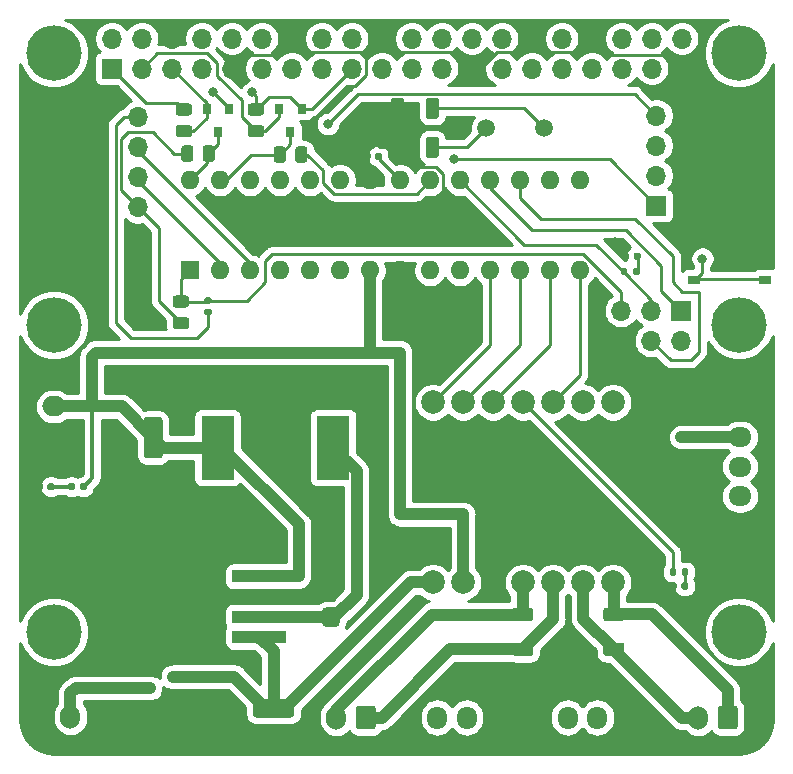
<source format=gbr>
%TF.GenerationSoftware,KiCad,Pcbnew,5.1.10*%
%TF.CreationDate,2021-11-06T21:22:03+05:45*%
%TF.ProjectId,RobotHat,526f626f-7448-4617-942e-6b696361645f,rev?*%
%TF.SameCoordinates,Original*%
%TF.FileFunction,Copper,L1,Top*%
%TF.FilePolarity,Positive*%
%FSLAX46Y46*%
G04 Gerber Fmt 4.6, Leading zero omitted, Abs format (unit mm)*
G04 Created by KiCad (PCBNEW 5.1.10) date 2021-11-06 21:22:03*
%MOMM*%
%LPD*%
G01*
G04 APERTURE LIST*
%TA.AperFunction,SMDPad,CuDef*%
%ADD10R,1.000000X0.750000*%
%TD*%
%TA.AperFunction,ComponentPad*%
%ADD11O,1.700000X1.700000*%
%TD*%
%TA.AperFunction,ComponentPad*%
%ADD12R,1.700000X1.700000*%
%TD*%
%TA.AperFunction,ComponentPad*%
%ADD13C,1.500000*%
%TD*%
%TA.AperFunction,ComponentPad*%
%ADD14C,2.000000*%
%TD*%
%TA.AperFunction,ComponentPad*%
%ADD15O,1.600000X1.600000*%
%TD*%
%TA.AperFunction,ComponentPad*%
%ADD16R,1.600000X1.600000*%
%TD*%
%TA.AperFunction,SMDPad,CuDef*%
%ADD17R,0.800000X0.900000*%
%TD*%
%TA.AperFunction,ComponentPad*%
%ADD18O,1.950000X1.700000*%
%TD*%
%TA.AperFunction,SMDPad,CuDef*%
%ADD19R,2.800000X5.400000*%
%TD*%
%TA.AperFunction,SMDPad,CuDef*%
%ADD20R,0.900000X0.800000*%
%TD*%
%TA.AperFunction,ComponentPad*%
%ADD21C,4.700000*%
%TD*%
%TA.AperFunction,ComponentPad*%
%ADD22O,2.000000X1.700000*%
%TD*%
%TA.AperFunction,SMDPad,CuDef*%
%ADD23R,9.400000X10.800000*%
%TD*%
%TA.AperFunction,SMDPad,CuDef*%
%ADD24R,4.600000X1.100000*%
%TD*%
%TA.AperFunction,ComponentPad*%
%ADD25O,1.700000X2.000000*%
%TD*%
%TA.AperFunction,ComponentPad*%
%ADD26O,1.700000X1.950000*%
%TD*%
%TA.AperFunction,ViaPad*%
%ADD27C,0.800000*%
%TD*%
%TA.AperFunction,Conductor*%
%ADD28C,1.000000*%
%TD*%
%TA.AperFunction,Conductor*%
%ADD29C,0.250000*%
%TD*%
%TA.AperFunction,Conductor*%
%ADD30C,0.300000*%
%TD*%
%TA.AperFunction,Conductor*%
%ADD31C,0.254000*%
%TD*%
%TA.AperFunction,Conductor*%
%ADD32C,0.100000*%
%TD*%
G04 APERTURE END LIST*
D10*
%TO.P,SW1,2*%
%TO.N,GND*%
X114000000Y-60925000D03*
X108000000Y-60925000D03*
%TO.P,SW1,1*%
%TO.N,RESET*%
X114000000Y-64675000D03*
X108000000Y-64675000D03*
%TD*%
%TO.P,C7,2*%
%TO.N,MOTORA2*%
%TA.AperFunction,SMDPad,CuDef*%
G36*
G01*
X92849999Y-95400000D02*
X94150001Y-95400000D01*
G75*
G02*
X94400000Y-95649999I0J-249999D01*
G01*
X94400000Y-96300001D01*
G75*
G02*
X94150001Y-96550000I-249999J0D01*
G01*
X92849999Y-96550000D01*
G75*
G02*
X92600000Y-96300001I0J249999D01*
G01*
X92600000Y-95649999D01*
G75*
G02*
X92849999Y-95400000I249999J0D01*
G01*
G37*
%TD.AperFunction*%
%TO.P,C7,1*%
%TO.N,MOTORA1*%
%TA.AperFunction,SMDPad,CuDef*%
G36*
G01*
X92849999Y-92450000D02*
X94150001Y-92450000D01*
G75*
G02*
X94400000Y-92699999I0J-249999D01*
G01*
X94400000Y-93350001D01*
G75*
G02*
X94150001Y-93600000I-249999J0D01*
G01*
X92849999Y-93600000D01*
G75*
G02*
X92600000Y-93350001I0J249999D01*
G01*
X92600000Y-92699999D01*
G75*
G02*
X92849999Y-92450000I249999J0D01*
G01*
G37*
%TD.AperFunction*%
%TD*%
%TO.P,D2,2*%
%TO.N,Net-(D2-Pad2)*%
%TA.AperFunction,SMDPad,CuDef*%
G36*
G01*
X102875000Y-62872500D02*
X102875000Y-62527500D01*
G75*
G02*
X103022500Y-62380000I147500J0D01*
G01*
X103317500Y-62380000D01*
G75*
G02*
X103465000Y-62527500I0J-147500D01*
G01*
X103465000Y-62872500D01*
G75*
G02*
X103317500Y-63020000I-147500J0D01*
G01*
X103022500Y-63020000D01*
G75*
G02*
X102875000Y-62872500I0J147500D01*
G01*
G37*
%TD.AperFunction*%
%TO.P,D2,1*%
%TO.N,GND*%
%TA.AperFunction,SMDPad,CuDef*%
G36*
G01*
X101905000Y-62872500D02*
X101905000Y-62527500D01*
G75*
G02*
X102052500Y-62380000I147500J0D01*
G01*
X102347500Y-62380000D01*
G75*
G02*
X102495000Y-62527500I0J-147500D01*
G01*
X102495000Y-62872500D01*
G75*
G02*
X102347500Y-63020000I-147500J0D01*
G01*
X102052500Y-63020000D01*
G75*
G02*
X101905000Y-62872500I0J147500D01*
G01*
G37*
%TD.AperFunction*%
%TD*%
%TO.P,R2,2*%
%TO.N,Net-(D2-Pad2)*%
%TA.AperFunction,SMDPad,CuDef*%
G36*
G01*
X102840000Y-64185000D02*
X102840000Y-63815000D01*
G75*
G02*
X102975000Y-63680000I135000J0D01*
G01*
X103245000Y-63680000D01*
G75*
G02*
X103380000Y-63815000I0J-135000D01*
G01*
X103380000Y-64185000D01*
G75*
G02*
X103245000Y-64320000I-135000J0D01*
G01*
X102975000Y-64320000D01*
G75*
G02*
X102840000Y-64185000I0J135000D01*
G01*
G37*
%TD.AperFunction*%
%TO.P,R2,1*%
%TO.N,SCK*%
%TA.AperFunction,SMDPad,CuDef*%
G36*
G01*
X101820000Y-64185000D02*
X101820000Y-63815000D01*
G75*
G02*
X101955000Y-63680000I135000J0D01*
G01*
X102225000Y-63680000D01*
G75*
G02*
X102360000Y-63815000I0J-135000D01*
G01*
X102360000Y-64185000D01*
G75*
G02*
X102225000Y-64320000I-135000J0D01*
G01*
X101955000Y-64320000D01*
G75*
G02*
X101820000Y-64185000I0J135000D01*
G01*
G37*
%TD.AperFunction*%
%TD*%
%TO.P,D4,2*%
%TO.N,Net-(D4-Pad2)*%
%TA.AperFunction,SMDPad,CuDef*%
G36*
G01*
X106915000Y-90772500D02*
X106915000Y-90427500D01*
G75*
G02*
X107062500Y-90280000I147500J0D01*
G01*
X107357500Y-90280000D01*
G75*
G02*
X107505000Y-90427500I0J-147500D01*
G01*
X107505000Y-90772500D01*
G75*
G02*
X107357500Y-90920000I-147500J0D01*
G01*
X107062500Y-90920000D01*
G75*
G02*
X106915000Y-90772500I0J147500D01*
G01*
G37*
%TD.AperFunction*%
%TO.P,D4,1*%
%TO.N,GND*%
%TA.AperFunction,SMDPad,CuDef*%
G36*
G01*
X105945000Y-90772500D02*
X105945000Y-90427500D01*
G75*
G02*
X106092500Y-90280000I147500J0D01*
G01*
X106387500Y-90280000D01*
G75*
G02*
X106535000Y-90427500I0J-147500D01*
G01*
X106535000Y-90772500D01*
G75*
G02*
X106387500Y-90920000I-147500J0D01*
G01*
X106092500Y-90920000D01*
G75*
G02*
X105945000Y-90772500I0J147500D01*
G01*
G37*
%TD.AperFunction*%
%TD*%
%TO.P,R4,2*%
%TO.N,Net-(D4-Pad2)*%
%TA.AperFunction,SMDPad,CuDef*%
G36*
G01*
X106965000Y-89607000D02*
X106965000Y-89237000D01*
G75*
G02*
X107100000Y-89102000I135000J0D01*
G01*
X107370000Y-89102000D01*
G75*
G02*
X107505000Y-89237000I0J-135000D01*
G01*
X107505000Y-89607000D01*
G75*
G02*
X107370000Y-89742000I-135000J0D01*
G01*
X107100000Y-89742000D01*
G75*
G02*
X106965000Y-89607000I0J135000D01*
G01*
G37*
%TD.AperFunction*%
%TO.P,R4,1*%
%TO.N,D4*%
%TA.AperFunction,SMDPad,CuDef*%
G36*
G01*
X105945000Y-89607000D02*
X105945000Y-89237000D01*
G75*
G02*
X106080000Y-89102000I135000J0D01*
G01*
X106350000Y-89102000D01*
G75*
G02*
X106485000Y-89237000I0J-135000D01*
G01*
X106485000Y-89607000D01*
G75*
G02*
X106350000Y-89742000I-135000J0D01*
G01*
X106080000Y-89742000D01*
G75*
G02*
X105945000Y-89607000I0J135000D01*
G01*
G37*
%TD.AperFunction*%
%TD*%
D11*
%TO.P,J11,40*%
%TO.N,N/C*%
X106960000Y-44260000D03*
%TO.P,J11,39*%
%TO.N,GND*%
X106960000Y-46800000D03*
%TO.P,J11,38*%
%TO.N,N/C*%
X104420000Y-44260000D03*
%TO.P,J11,37*%
X104420000Y-46800000D03*
%TO.P,J11,36*%
X101880000Y-44260000D03*
%TO.P,J11,35*%
X101880000Y-46800000D03*
%TO.P,J11,34*%
%TO.N,GND*%
X99340000Y-44260000D03*
%TO.P,J11,33*%
%TO.N,N/C*%
X99340000Y-46800000D03*
%TO.P,J11,32*%
X96800000Y-44260000D03*
%TO.P,J11,31*%
X96800000Y-46800000D03*
%TO.P,J11,30*%
%TO.N,GND*%
X94260000Y-44260000D03*
%TO.P,J11,29*%
%TO.N,N/C*%
X94260000Y-46800000D03*
%TO.P,J11,28*%
X91720000Y-44260000D03*
%TO.P,J11,27*%
X91720000Y-46800000D03*
%TO.P,J11,26*%
X89180000Y-44260000D03*
%TO.P,J11,25*%
%TO.N,GND*%
X89180000Y-46800000D03*
%TO.P,J11,24*%
%TO.N,N/C*%
X86640000Y-44260000D03*
%TO.P,J11,23*%
X86640000Y-46800000D03*
%TO.P,J11,22*%
X84100000Y-44260000D03*
%TO.P,J11,21*%
X84100000Y-46800000D03*
%TO.P,J11,20*%
%TO.N,GND*%
X81560000Y-44260000D03*
%TO.P,J11,19*%
%TO.N,N/C*%
X81560000Y-46800000D03*
%TO.P,J11,18*%
X79020000Y-44260000D03*
%TO.P,J11,17*%
%TO.N,+3V3*%
X79020000Y-46800000D03*
%TO.P,J11,16*%
%TO.N,N/C*%
X76480000Y-44260000D03*
%TO.P,J11,15*%
X76480000Y-46800000D03*
%TO.P,J11,14*%
%TO.N,GND*%
X73940000Y-44260000D03*
%TO.P,J11,13*%
%TO.N,N/C*%
X73940000Y-46800000D03*
%TO.P,J11,12*%
X71400000Y-44260000D03*
%TO.P,J11,11*%
X71400000Y-46800000D03*
%TO.P,J11,10*%
X68860000Y-44260000D03*
%TO.P,J11,9*%
%TO.N,GND*%
X68860000Y-46800000D03*
%TO.P,J11,8*%
%TO.N,N/C*%
X66320000Y-44260000D03*
%TO.P,J11,7*%
X66320000Y-46800000D03*
%TO.P,J11,6*%
%TO.N,GND*%
X63780000Y-44260000D03*
%TO.P,J11,5*%
%TO.N,3v3_SCL*%
X63780000Y-46800000D03*
%TO.P,J11,4*%
%TO.N,+5V*%
X61240000Y-44260000D03*
%TO.P,J11,3*%
%TO.N,3v3_SDA*%
X61240000Y-46800000D03*
%TO.P,J11,2*%
%TO.N,+5V*%
X58700000Y-44260000D03*
D12*
%TO.P,J11,1*%
%TO.N,+3V3*%
X58700000Y-46800000D03*
%TD*%
D11*
%TO.P,J8,4*%
%TO.N,A3*%
X104800000Y-50780000D03*
%TO.P,J8,3*%
%TO.N,A2*%
X104800000Y-53320000D03*
%TO.P,J8,2*%
%TO.N,A1*%
X104800000Y-55860000D03*
D12*
%TO.P,J8,1*%
%TO.N,A0*%
X104800000Y-58400000D03*
%TD*%
D13*
%TO.P,Y1,2*%
%TO.N,XTAL1*%
X90406000Y-51818000D03*
%TO.P,Y1,1*%
%TO.N,XTAL2*%
X95286000Y-51818000D03*
%TD*%
%TO.P,C3,2*%
%TO.N,GND*%
%TA.AperFunction,SMDPad,CuDef*%
G36*
G01*
X83464000Y-49515999D02*
X83464000Y-50816001D01*
G75*
G02*
X83214001Y-51066000I-249999J0D01*
G01*
X82563999Y-51066000D01*
G75*
G02*
X82314000Y-50816001I0J249999D01*
G01*
X82314000Y-49515999D01*
G75*
G02*
X82563999Y-49266000I249999J0D01*
G01*
X83214001Y-49266000D01*
G75*
G02*
X83464000Y-49515999I0J-249999D01*
G01*
G37*
%TD.AperFunction*%
%TO.P,C3,1*%
%TO.N,XTAL2*%
%TA.AperFunction,SMDPad,CuDef*%
G36*
G01*
X86414000Y-49515999D02*
X86414000Y-50816001D01*
G75*
G02*
X86164001Y-51066000I-249999J0D01*
G01*
X85513999Y-51066000D01*
G75*
G02*
X85264000Y-50816001I0J249999D01*
G01*
X85264000Y-49515999D01*
G75*
G02*
X85513999Y-49266000I249999J0D01*
G01*
X86164001Y-49266000D01*
G75*
G02*
X86414000Y-49515999I0J-249999D01*
G01*
G37*
%TD.AperFunction*%
%TD*%
%TO.P,C2,2*%
%TO.N,GND*%
%TA.AperFunction,SMDPad,CuDef*%
G36*
G01*
X83464000Y-52817999D02*
X83464000Y-54118001D01*
G75*
G02*
X83214001Y-54368000I-249999J0D01*
G01*
X82563999Y-54368000D01*
G75*
G02*
X82314000Y-54118001I0J249999D01*
G01*
X82314000Y-52817999D01*
G75*
G02*
X82563999Y-52568000I249999J0D01*
G01*
X83214001Y-52568000D01*
G75*
G02*
X83464000Y-52817999I0J-249999D01*
G01*
G37*
%TD.AperFunction*%
%TO.P,C2,1*%
%TO.N,XTAL1*%
%TA.AperFunction,SMDPad,CuDef*%
G36*
G01*
X86414000Y-52817999D02*
X86414000Y-54118001D01*
G75*
G02*
X86164001Y-54368000I-249999J0D01*
G01*
X85513999Y-54368000D01*
G75*
G02*
X85264000Y-54118001I0J249999D01*
G01*
X85264000Y-52817999D01*
G75*
G02*
X85513999Y-52568000I249999J0D01*
G01*
X86164001Y-52568000D01*
G75*
G02*
X86414000Y-52817999I0J-249999D01*
G01*
G37*
%TD.AperFunction*%
%TD*%
D14*
%TO.P,U3,16*%
%TO.N,GND*%
X103680000Y-75060000D03*
%TO.P,U3,15*%
%TO.N,D10*%
X101140000Y-75060000D03*
%TO.P,U3,14*%
%TO.N,D9*%
X98600000Y-75060000D03*
%TO.P,U3,13*%
%TO.N,D8*%
X96060000Y-75060000D03*
%TO.P,U3,12*%
%TO.N,D4*%
X93520000Y-75060000D03*
%TO.P,U3,11*%
%TO.N,D7*%
X90980000Y-75060000D03*
%TO.P,U3,10*%
%TO.N,D6*%
X88440000Y-75060000D03*
%TO.P,U3,9*%
%TO.N,D5*%
X85900000Y-75060000D03*
%TO.P,U3,8*%
%TO.N,GND*%
X103680000Y-90300000D03*
%TO.P,U3,7*%
%TO.N,MOTORB1*%
X101140000Y-90300000D03*
%TO.P,U3,6*%
%TO.N,MOTORB2*%
X98600000Y-90300000D03*
%TO.P,U3,5*%
%TO.N,MOTORA2*%
X96060000Y-90300000D03*
%TO.P,U3,4*%
%TO.N,MOTORA1*%
X93520000Y-90300000D03*
%TO.P,U3,3*%
%TO.N,GND*%
X90980000Y-90300000D03*
%TO.P,U3,2*%
%TO.N,+5V*%
X88440000Y-90300000D03*
%TO.P,U3,1*%
%TO.N,+9VA*%
X85900000Y-90300000D03*
%TD*%
D15*
%TO.P,U1,28*%
%TO.N,SCL*%
X65314000Y-56262000D03*
%TO.P,U1,14*%
%TO.N,D8*%
X98334000Y-63882000D03*
%TO.P,U1,27*%
%TO.N,SDA*%
X67854000Y-56262000D03*
%TO.P,U1,13*%
%TO.N,D7*%
X95794000Y-63882000D03*
%TO.P,U1,26*%
%TO.N,A3*%
X70394000Y-56262000D03*
%TO.P,U1,12*%
%TO.N,D6*%
X93254000Y-63882000D03*
%TO.P,U1,25*%
%TO.N,A2*%
X72934000Y-56262000D03*
%TO.P,U1,11*%
%TO.N,D5*%
X90714000Y-63882000D03*
%TO.P,U1,24*%
%TO.N,A1*%
X75474000Y-56262000D03*
%TO.P,U1,10*%
%TO.N,XTAL2*%
X88174000Y-63882000D03*
%TO.P,U1,23*%
%TO.N,A0*%
X78014000Y-56262000D03*
%TO.P,U1,9*%
%TO.N,XTAL1*%
X85634000Y-63882000D03*
%TO.P,U1,22*%
%TO.N,GND*%
X80554000Y-56262000D03*
%TO.P,U1,8*%
X83094000Y-63882000D03*
%TO.P,U1,21*%
%TO.N,AREF*%
X83094000Y-56262000D03*
%TO.P,U1,7*%
%TO.N,+5V*%
X80554000Y-63882000D03*
%TO.P,U1,20*%
X85634000Y-56262000D03*
%TO.P,U1,6*%
%TO.N,D4*%
X78014000Y-63882000D03*
%TO.P,U1,19*%
%TO.N,SCK*%
X88174000Y-56262000D03*
%TO.P,U1,5*%
%TO.N,D3*%
X75474000Y-63882000D03*
%TO.P,U1,18*%
%TO.N,MISO*%
X90714000Y-56262000D03*
%TO.P,U1,4*%
%TO.N,D2*%
X72934000Y-63882000D03*
%TO.P,U1,17*%
%TO.N,MOSI*%
X93254000Y-56262000D03*
%TO.P,U1,3*%
%TO.N,TXO*%
X70394000Y-63882000D03*
%TO.P,U1,16*%
%TO.N,D10*%
X95794000Y-56262000D03*
%TO.P,U1,2*%
%TO.N,RXI*%
X67854000Y-63882000D03*
%TO.P,U1,15*%
%TO.N,D9*%
X98334000Y-56262000D03*
D16*
%TO.P,U1,1*%
%TO.N,RESET*%
X65314000Y-63882000D03*
%TD*%
%TO.P,C8,2*%
%TO.N,MOTORB1*%
%TA.AperFunction,SMDPad,CuDef*%
G36*
G01*
X101850001Y-93600000D02*
X100549999Y-93600000D01*
G75*
G02*
X100300000Y-93350001I0J249999D01*
G01*
X100300000Y-92699999D01*
G75*
G02*
X100549999Y-92450000I249999J0D01*
G01*
X101850001Y-92450000D01*
G75*
G02*
X102100000Y-92699999I0J-249999D01*
G01*
X102100000Y-93350001D01*
G75*
G02*
X101850001Y-93600000I-249999J0D01*
G01*
G37*
%TD.AperFunction*%
%TO.P,C8,1*%
%TO.N,MOTORB2*%
%TA.AperFunction,SMDPad,CuDef*%
G36*
G01*
X101850001Y-96550000D02*
X100549999Y-96550000D01*
G75*
G02*
X100300000Y-96300001I0J249999D01*
G01*
X100300000Y-95649999D01*
G75*
G02*
X100549999Y-95400000I249999J0D01*
G01*
X101850001Y-95400000D01*
G75*
G02*
X102100000Y-95649999I0J-249999D01*
G01*
X102100000Y-96300001D01*
G75*
G02*
X101850001Y-96550000I-249999J0D01*
G01*
G37*
%TD.AperFunction*%
%TD*%
D17*
%TO.P,Q3,3*%
%TO.N,SCL*%
X67682000Y-52186000D03*
%TO.P,Q3,2*%
%TO.N,3v3_SCL*%
X66732000Y-50186000D03*
%TO.P,Q3,1*%
%TO.N,+3V3*%
X68632000Y-50186000D03*
%TD*%
%TO.P,R6,2*%
%TO.N,3v3_SCL*%
%TA.AperFunction,SMDPad,CuDef*%
G36*
G01*
X64355998Y-51582000D02*
X65256002Y-51582000D01*
G75*
G02*
X65506000Y-51831998I0J-249998D01*
G01*
X65506000Y-52357002D01*
G75*
G02*
X65256002Y-52607000I-249998J0D01*
G01*
X64355998Y-52607000D01*
G75*
G02*
X64106000Y-52357002I0J249998D01*
G01*
X64106000Y-51831998D01*
G75*
G02*
X64355998Y-51582000I249998J0D01*
G01*
G37*
%TD.AperFunction*%
%TO.P,R6,1*%
%TO.N,+3V3*%
%TA.AperFunction,SMDPad,CuDef*%
G36*
G01*
X64355998Y-49757000D02*
X65256002Y-49757000D01*
G75*
G02*
X65506000Y-50006998I0J-249998D01*
G01*
X65506000Y-50532002D01*
G75*
G02*
X65256002Y-50782000I-249998J0D01*
G01*
X64355998Y-50782000D01*
G75*
G02*
X64106000Y-50532002I0J249998D01*
G01*
X64106000Y-50006998D01*
G75*
G02*
X64355998Y-49757000I249998J0D01*
G01*
G37*
%TD.AperFunction*%
%TD*%
%TO.P,R5,2*%
%TO.N,3v3_SDA*%
%TA.AperFunction,SMDPad,CuDef*%
G36*
G01*
X70451998Y-51582000D02*
X71352002Y-51582000D01*
G75*
G02*
X71602000Y-51831998I0J-249998D01*
G01*
X71602000Y-52357002D01*
G75*
G02*
X71352002Y-52607000I-249998J0D01*
G01*
X70451998Y-52607000D01*
G75*
G02*
X70202000Y-52357002I0J249998D01*
G01*
X70202000Y-51831998D01*
G75*
G02*
X70451998Y-51582000I249998J0D01*
G01*
G37*
%TD.AperFunction*%
%TO.P,R5,1*%
%TO.N,+3V3*%
%TA.AperFunction,SMDPad,CuDef*%
G36*
G01*
X70451998Y-49757000D02*
X71352002Y-49757000D01*
G75*
G02*
X71602000Y-50006998I0J-249998D01*
G01*
X71602000Y-50532002D01*
G75*
G02*
X71352002Y-50782000I-249998J0D01*
G01*
X70451998Y-50782000D01*
G75*
G02*
X70202000Y-50532002I0J249998D01*
G01*
X70202000Y-50006998D01*
G75*
G02*
X70451998Y-49757000I249998J0D01*
G01*
G37*
%TD.AperFunction*%
%TD*%
%TO.P,R8,2*%
%TO.N,SCL*%
%TA.AperFunction,SMDPad,CuDef*%
G36*
G01*
X66400000Y-54450002D02*
X66400000Y-53549998D01*
G75*
G02*
X66649998Y-53300000I249998J0D01*
G01*
X67175002Y-53300000D01*
G75*
G02*
X67425000Y-53549998I0J-249998D01*
G01*
X67425000Y-54450002D01*
G75*
G02*
X67175002Y-54700000I-249998J0D01*
G01*
X66649998Y-54700000D01*
G75*
G02*
X66400000Y-54450002I0J249998D01*
G01*
G37*
%TD.AperFunction*%
%TO.P,R8,1*%
%TO.N,+5V*%
%TA.AperFunction,SMDPad,CuDef*%
G36*
G01*
X64575000Y-54450002D02*
X64575000Y-53549998D01*
G75*
G02*
X64824998Y-53300000I249998J0D01*
G01*
X65350002Y-53300000D01*
G75*
G02*
X65600000Y-53549998I0J-249998D01*
G01*
X65600000Y-54450002D01*
G75*
G02*
X65350002Y-54700000I-249998J0D01*
G01*
X64824998Y-54700000D01*
G75*
G02*
X64575000Y-54450002I0J249998D01*
G01*
G37*
%TD.AperFunction*%
%TD*%
%TO.P,R7,2*%
%TO.N,SDA*%
%TA.AperFunction,SMDPad,CuDef*%
G36*
G01*
X73428000Y-53635998D02*
X73428000Y-54536002D01*
G75*
G02*
X73178002Y-54786000I-249998J0D01*
G01*
X72652998Y-54786000D01*
G75*
G02*
X72403000Y-54536002I0J249998D01*
G01*
X72403000Y-53635998D01*
G75*
G02*
X72652998Y-53386000I249998J0D01*
G01*
X73178002Y-53386000D01*
G75*
G02*
X73428000Y-53635998I0J-249998D01*
G01*
G37*
%TD.AperFunction*%
%TO.P,R7,1*%
%TO.N,+5V*%
%TA.AperFunction,SMDPad,CuDef*%
G36*
G01*
X75253000Y-53635998D02*
X75253000Y-54536002D01*
G75*
G02*
X75003002Y-54786000I-249998J0D01*
G01*
X74477998Y-54786000D01*
G75*
G02*
X74228000Y-54536002I0J249998D01*
G01*
X74228000Y-53635998D01*
G75*
G02*
X74477998Y-53386000I249998J0D01*
G01*
X75003002Y-53386000D01*
G75*
G02*
X75253000Y-53635998I0J-249998D01*
G01*
G37*
%TD.AperFunction*%
%TD*%
%TO.P,R1,2*%
%TO.N,RESET*%
%TA.AperFunction,SMDPad,CuDef*%
G36*
G01*
X65002002Y-67038000D02*
X64101998Y-67038000D01*
G75*
G02*
X63852000Y-66788002I0J249998D01*
G01*
X63852000Y-66262998D01*
G75*
G02*
X64101998Y-66013000I249998J0D01*
G01*
X65002002Y-66013000D01*
G75*
G02*
X65252000Y-66262998I0J-249998D01*
G01*
X65252000Y-66788002D01*
G75*
G02*
X65002002Y-67038000I-249998J0D01*
G01*
G37*
%TD.AperFunction*%
%TO.P,R1,1*%
%TO.N,+5V*%
%TA.AperFunction,SMDPad,CuDef*%
G36*
G01*
X65002002Y-68863000D02*
X64101998Y-68863000D01*
G75*
G02*
X63852000Y-68613002I0J249998D01*
G01*
X63852000Y-68087998D01*
G75*
G02*
X64101998Y-67838000I249998J0D01*
G01*
X65002002Y-67838000D01*
G75*
G02*
X65252000Y-68087998I0J-249998D01*
G01*
X65252000Y-68613002D01*
G75*
G02*
X65002002Y-68863000I-249998J0D01*
G01*
G37*
%TD.AperFunction*%
%TD*%
%TO.P,J5,1*%
%TO.N,GND*%
%TA.AperFunction,ComponentPad*%
G36*
G01*
X111175000Y-74650000D02*
X112625000Y-74650000D01*
G75*
G02*
X112875000Y-74900000I0J-250000D01*
G01*
X112875000Y-76100000D01*
G75*
G02*
X112625000Y-76350000I-250000J0D01*
G01*
X111175000Y-76350000D01*
G75*
G02*
X110925000Y-76100000I0J250000D01*
G01*
X110925000Y-74900000D01*
G75*
G02*
X111175000Y-74650000I250000J0D01*
G01*
G37*
%TD.AperFunction*%
D18*
%TO.P,J5,2*%
%TO.N,+5V*%
X111900000Y-78000000D03*
%TO.P,J5,3*%
%TO.N,SDA*%
X111900000Y-80500000D03*
%TO.P,J5,4*%
%TO.N,SCL*%
X111900000Y-83000000D03*
%TD*%
%TO.P,C5,2*%
%TO.N,GND*%
%TA.AperFunction,SMDPad,CuDef*%
G36*
G01*
X61650000Y-81700000D02*
X62750000Y-81700000D01*
G75*
G02*
X63000000Y-81950000I0J-250000D01*
G01*
X63000000Y-84950000D01*
G75*
G02*
X62750000Y-85200000I-250000J0D01*
G01*
X61650000Y-85200000D01*
G75*
G02*
X61400000Y-84950000I0J250000D01*
G01*
X61400000Y-81950000D01*
G75*
G02*
X61650000Y-81700000I250000J0D01*
G01*
G37*
%TD.AperFunction*%
%TO.P,C5,1*%
%TO.N,+5V*%
%TA.AperFunction,SMDPad,CuDef*%
G36*
G01*
X61650000Y-76300000D02*
X62750000Y-76300000D01*
G75*
G02*
X63000000Y-76550000I0J-250000D01*
G01*
X63000000Y-79550000D01*
G75*
G02*
X62750000Y-79800000I-250000J0D01*
G01*
X61650000Y-79800000D01*
G75*
G02*
X61400000Y-79550000I0J250000D01*
G01*
X61400000Y-76550000D01*
G75*
G02*
X61650000Y-76300000I250000J0D01*
G01*
G37*
%TD.AperFunction*%
%TD*%
%TO.P,C1,2*%
%TO.N,GND*%
%TA.AperFunction,SMDPad,CuDef*%
G36*
G01*
X68750000Y-100400000D02*
X68750000Y-101500000D01*
G75*
G02*
X68500000Y-101750000I-250000J0D01*
G01*
X65500000Y-101750000D01*
G75*
G02*
X65250000Y-101500000I0J250000D01*
G01*
X65250000Y-100400000D01*
G75*
G02*
X65500000Y-100150000I250000J0D01*
G01*
X68500000Y-100150000D01*
G75*
G02*
X68750000Y-100400000I0J-250000D01*
G01*
G37*
%TD.AperFunction*%
%TO.P,C1,1*%
%TO.N,+9VA*%
%TA.AperFunction,SMDPad,CuDef*%
G36*
G01*
X74150000Y-100400000D02*
X74150000Y-101500000D01*
G75*
G02*
X73900000Y-101750000I-250000J0D01*
G01*
X70900000Y-101750000D01*
G75*
G02*
X70650000Y-101500000I0J250000D01*
G01*
X70650000Y-100400000D01*
G75*
G02*
X70900000Y-100150000I250000J0D01*
G01*
X73900000Y-100150000D01*
G75*
G02*
X74150000Y-100400000I0J-250000D01*
G01*
G37*
%TD.AperFunction*%
%TD*%
D19*
%TO.P,L1,2*%
%TO.N,Net-(D1-Pad1)*%
X77450000Y-78900000D03*
%TO.P,L1,1*%
%TO.N,+5V*%
X67650000Y-78900000D03*
%TD*%
D17*
%TO.P,Q2,3*%
%TO.N,SDA*%
X73828000Y-52186000D03*
%TO.P,Q2,2*%
%TO.N,3v3_SDA*%
X72878000Y-50186000D03*
%TO.P,Q2,1*%
%TO.N,+3V3*%
X74778000Y-50186000D03*
%TD*%
D12*
%TO.P,J3,1*%
%TO.N,MISO*%
X106900000Y-67300000D03*
D11*
%TO.P,J3,2*%
%TO.N,+5V*%
X106900000Y-69840000D03*
%TO.P,J3,3*%
%TO.N,SCK*%
X104360000Y-67300000D03*
%TO.P,J3,4*%
%TO.N,MOSI*%
X104360000Y-69840000D03*
%TO.P,J3,5*%
%TO.N,RESET*%
X101820000Y-67300000D03*
%TO.P,J3,6*%
%TO.N,GND*%
X101820000Y-69840000D03*
%TD*%
%TO.P,J4,6*%
%TO.N,DTR*%
X60900000Y-50900000D03*
%TO.P,J4,5*%
%TO.N,TXO*%
X60900000Y-53440000D03*
%TO.P,J4,4*%
%TO.N,RXI*%
X60900000Y-55980000D03*
%TO.P,J4,3*%
%TO.N,+5V*%
X60900000Y-58520000D03*
%TO.P,J4,2*%
%TO.N,GND*%
X60900000Y-61060000D03*
D12*
%TO.P,J4,1*%
X60900000Y-63600000D03*
%TD*%
D20*
%TO.P,Q1,3*%
%TO.N,+9V*%
X61900000Y-99250000D03*
%TO.P,Q1,2*%
%TO.N,+9VA*%
X63900000Y-98300000D03*
%TO.P,Q1,1*%
%TO.N,GND*%
X63900000Y-100200000D03*
%TD*%
%TO.P,D1,2*%
%TO.N,GND*%
%TA.AperFunction,SMDPad,CuDef*%
G36*
G01*
X77630000Y-90190000D02*
X76870000Y-90190000D01*
G75*
G02*
X76490000Y-89810000I0J380000D01*
G01*
X76490000Y-88890000D01*
G75*
G02*
X76870000Y-88510000I380000J0D01*
G01*
X77630000Y-88510000D01*
G75*
G02*
X78010000Y-88890000I0J-380000D01*
G01*
X78010000Y-89810000D01*
G75*
G02*
X77630000Y-90190000I-380000J0D01*
G01*
G37*
%TD.AperFunction*%
%TO.P,D1,1*%
%TO.N,Net-(D1-Pad1)*%
%TA.AperFunction,SMDPad,CuDef*%
G36*
G01*
X77630000Y-94090000D02*
X76870000Y-94090000D01*
G75*
G02*
X76490000Y-93710000I0J380000D01*
G01*
X76490000Y-92790000D01*
G75*
G02*
X76870000Y-92410000I380000J0D01*
G01*
X77630000Y-92410000D01*
G75*
G02*
X78010000Y-92790000I0J-380000D01*
G01*
X78010000Y-93710000D01*
G75*
G02*
X77630000Y-94090000I-380000J0D01*
G01*
G37*
%TD.AperFunction*%
%TD*%
%TO.P,R3,2*%
%TO.N,Net-(D3-Pad2)*%
%TA.AperFunction,SMDPad,CuDef*%
G36*
G01*
X55560000Y-82015000D02*
X55560000Y-82385000D01*
G75*
G02*
X55425000Y-82520000I-135000J0D01*
G01*
X55155000Y-82520000D01*
G75*
G02*
X55020000Y-82385000I0J135000D01*
G01*
X55020000Y-82015000D01*
G75*
G02*
X55155000Y-81880000I135000J0D01*
G01*
X55425000Y-81880000D01*
G75*
G02*
X55560000Y-82015000I0J-135000D01*
G01*
G37*
%TD.AperFunction*%
%TO.P,R3,1*%
%TO.N,+5V*%
%TA.AperFunction,SMDPad,CuDef*%
G36*
G01*
X56580000Y-82015000D02*
X56580000Y-82385000D01*
G75*
G02*
X56445000Y-82520000I-135000J0D01*
G01*
X56175000Y-82520000D01*
G75*
G02*
X56040000Y-82385000I0J135000D01*
G01*
X56040000Y-82015000D01*
G75*
G02*
X56175000Y-81880000I135000J0D01*
G01*
X56445000Y-81880000D01*
G75*
G02*
X56580000Y-82015000I0J-135000D01*
G01*
G37*
%TD.AperFunction*%
%TD*%
%TO.P,D3,2*%
%TO.N,Net-(D3-Pad2)*%
%TA.AperFunction,SMDPad,CuDef*%
G36*
G01*
X53255000Y-82372500D02*
X53255000Y-82027500D01*
G75*
G02*
X53402500Y-81880000I147500J0D01*
G01*
X53697500Y-81880000D01*
G75*
G02*
X53845000Y-82027500I0J-147500D01*
G01*
X53845000Y-82372500D01*
G75*
G02*
X53697500Y-82520000I-147500J0D01*
G01*
X53402500Y-82520000D01*
G75*
G02*
X53255000Y-82372500I0J147500D01*
G01*
G37*
%TD.AperFunction*%
%TO.P,D3,1*%
%TO.N,GND*%
%TA.AperFunction,SMDPad,CuDef*%
G36*
G01*
X52285000Y-82372500D02*
X52285000Y-82027500D01*
G75*
G02*
X52432500Y-81880000I147500J0D01*
G01*
X52727500Y-81880000D01*
G75*
G02*
X52875000Y-82027500I0J-147500D01*
G01*
X52875000Y-82372500D01*
G75*
G02*
X52727500Y-82520000I-147500J0D01*
G01*
X52432500Y-82520000D01*
G75*
G02*
X52285000Y-82372500I0J147500D01*
G01*
G37*
%TD.AperFunction*%
%TD*%
%TO.P,C4,2*%
%TO.N,RESET*%
%TA.AperFunction,SMDPad,CuDef*%
G36*
G01*
X67008000Y-66730000D02*
X66668000Y-66730000D01*
G75*
G02*
X66528000Y-66590000I0J140000D01*
G01*
X66528000Y-66310000D01*
G75*
G02*
X66668000Y-66170000I140000J0D01*
G01*
X67008000Y-66170000D01*
G75*
G02*
X67148000Y-66310000I0J-140000D01*
G01*
X67148000Y-66590000D01*
G75*
G02*
X67008000Y-66730000I-140000J0D01*
G01*
G37*
%TD.AperFunction*%
%TO.P,C4,1*%
%TO.N,DTR*%
%TA.AperFunction,SMDPad,CuDef*%
G36*
G01*
X67008000Y-67690000D02*
X66668000Y-67690000D01*
G75*
G02*
X66528000Y-67550000I0J140000D01*
G01*
X66528000Y-67270000D01*
G75*
G02*
X66668000Y-67130000I140000J0D01*
G01*
X67008000Y-67130000D01*
G75*
G02*
X67148000Y-67270000I0J-140000D01*
G01*
X67148000Y-67550000D01*
G75*
G02*
X67008000Y-67690000I-140000J0D01*
G01*
G37*
%TD.AperFunction*%
%TD*%
%TO.P,C6,2*%
%TO.N,AREF*%
%TA.AperFunction,SMDPad,CuDef*%
G36*
G01*
X81008000Y-54400000D02*
X81008000Y-54060000D01*
G75*
G02*
X81148000Y-53920000I140000J0D01*
G01*
X81428000Y-53920000D01*
G75*
G02*
X81568000Y-54060000I0J-140000D01*
G01*
X81568000Y-54400000D01*
G75*
G02*
X81428000Y-54540000I-140000J0D01*
G01*
X81148000Y-54540000D01*
G75*
G02*
X81008000Y-54400000I0J140000D01*
G01*
G37*
%TD.AperFunction*%
%TO.P,C6,1*%
%TO.N,GND*%
%TA.AperFunction,SMDPad,CuDef*%
G36*
G01*
X80048000Y-54400000D02*
X80048000Y-54060000D01*
G75*
G02*
X80188000Y-53920000I140000J0D01*
G01*
X80468000Y-53920000D01*
G75*
G02*
X80608000Y-54060000I0J-140000D01*
G01*
X80608000Y-54400000D01*
G75*
G02*
X80468000Y-54540000I-140000J0D01*
G01*
X80188000Y-54540000D01*
G75*
G02*
X80048000Y-54400000I0J140000D01*
G01*
G37*
%TD.AperFunction*%
%TD*%
D21*
%TO.P,H6,1*%
%TO.N,N/C*%
X111800000Y-94500000D03*
%TD*%
%TO.P,H5,1*%
%TO.N,N/C*%
X53800000Y-94500000D03*
%TD*%
D22*
%TO.P,J2,2*%
%TO.N,+5V*%
X53800000Y-75400000D03*
%TO.P,J2,1*%
%TO.N,GND*%
%TA.AperFunction,ComponentPad*%
G36*
G01*
X54550000Y-78750000D02*
X53050000Y-78750000D01*
G75*
G02*
X52800000Y-78500000I0J250000D01*
G01*
X52800000Y-77300000D01*
G75*
G02*
X53050000Y-77050000I250000J0D01*
G01*
X54550000Y-77050000D01*
G75*
G02*
X54800000Y-77300000I0J-250000D01*
G01*
X54800000Y-78500000D01*
G75*
G02*
X54550000Y-78750000I-250000J0D01*
G01*
G37*
%TD.AperFunction*%
%TD*%
D23*
%TO.P,U2,3*%
%TO.N,GND*%
X62025000Y-91500000D03*
D24*
%TO.P,U2,5*%
X71175000Y-88100000D03*
%TO.P,U2,4*%
%TO.N,+5V*%
X71175000Y-89800000D03*
%TO.P,U2,3*%
%TO.N,GND*%
X71175000Y-91500000D03*
%TO.P,U2,2*%
%TO.N,Net-(D1-Pad1)*%
X71175000Y-93200000D03*
%TO.P,U2,1*%
%TO.N,+9VA*%
X71175000Y-94900000D03*
%TD*%
D21*
%TO.P,H4,1*%
%TO.N,N/C*%
X111800000Y-68500000D03*
%TD*%
%TO.P,H3,1*%
%TO.N,N/C*%
X111800000Y-45500000D03*
%TD*%
%TO.P,H2,1*%
%TO.N,N/C*%
X53800000Y-68500000D03*
%TD*%
%TO.P,H1,1*%
%TO.N,N/C*%
X53800000Y-45500000D03*
%TD*%
D25*
%TO.P,J10,2*%
%TO.N,MOTORB2*%
X108350000Y-101750000D03*
%TO.P,J10,1*%
%TO.N,MOTORB1*%
%TA.AperFunction,ComponentPad*%
G36*
G01*
X111700000Y-101000000D02*
X111700000Y-102500000D01*
G75*
G02*
X111450000Y-102750000I-250000J0D01*
G01*
X110250000Y-102750000D01*
G75*
G02*
X110000000Y-102500000I0J250000D01*
G01*
X110000000Y-101000000D01*
G75*
G02*
X110250000Y-100750000I250000J0D01*
G01*
X111450000Y-100750000D01*
G75*
G02*
X111700000Y-101000000I0J-250000D01*
G01*
G37*
%TD.AperFunction*%
%TD*%
%TO.P,J9,2*%
%TO.N,MOTORA1*%
X77700000Y-101750000D03*
%TO.P,J9,1*%
%TO.N,MOTORA2*%
%TA.AperFunction,ComponentPad*%
G36*
G01*
X81050000Y-101000000D02*
X81050000Y-102500000D01*
G75*
G02*
X80800000Y-102750000I-250000J0D01*
G01*
X79600000Y-102750000D01*
G75*
G02*
X79350000Y-102500000I0J250000D01*
G01*
X79350000Y-101000000D01*
G75*
G02*
X79600000Y-100750000I250000J0D01*
G01*
X80800000Y-100750000D01*
G75*
G02*
X81050000Y-101000000I0J-250000D01*
G01*
G37*
%TD.AperFunction*%
%TD*%
D26*
%TO.P,J7,3*%
%TO.N,D3*%
X97300000Y-101750000D03*
%TO.P,J7,2*%
%TO.N,+5V*%
X99800000Y-101750000D03*
%TO.P,J7,1*%
%TO.N,GND*%
%TA.AperFunction,ComponentPad*%
G36*
G01*
X103150000Y-101025000D02*
X103150000Y-102475000D01*
G75*
G02*
X102900000Y-102725000I-250000J0D01*
G01*
X101700000Y-102725000D01*
G75*
G02*
X101450000Y-102475000I0J250000D01*
G01*
X101450000Y-101025000D01*
G75*
G02*
X101700000Y-100775000I250000J0D01*
G01*
X102900000Y-100775000D01*
G75*
G02*
X103150000Y-101025000I0J-250000D01*
G01*
G37*
%TD.AperFunction*%
%TD*%
%TO.P,J6,3*%
%TO.N,D2*%
X86250000Y-101750000D03*
%TO.P,J6,2*%
%TO.N,+5V*%
X88750000Y-101750000D03*
%TO.P,J6,1*%
%TO.N,GND*%
%TA.AperFunction,ComponentPad*%
G36*
G01*
X92100000Y-101025000D02*
X92100000Y-102475000D01*
G75*
G02*
X91850000Y-102725000I-250000J0D01*
G01*
X90650000Y-102725000D01*
G75*
G02*
X90400000Y-102475000I0J250000D01*
G01*
X90400000Y-101025000D01*
G75*
G02*
X90650000Y-100775000I250000J0D01*
G01*
X91850000Y-100775000D01*
G75*
G02*
X92100000Y-101025000I0J-250000D01*
G01*
G37*
%TD.AperFunction*%
%TD*%
D25*
%TO.P,J1,2*%
%TO.N,+9V*%
X55200000Y-101700000D03*
%TO.P,J1,1*%
%TO.N,GND*%
%TA.AperFunction,ComponentPad*%
G36*
G01*
X58550000Y-100950000D02*
X58550000Y-102450000D01*
G75*
G02*
X58300000Y-102700000I-250000J0D01*
G01*
X57100000Y-102700000D01*
G75*
G02*
X56850000Y-102450000I0J250000D01*
G01*
X56850000Y-100950000D01*
G75*
G02*
X57100000Y-100700000I250000J0D01*
G01*
X58300000Y-100700000D01*
G75*
G02*
X58550000Y-100950000I0J-250000D01*
G01*
G37*
%TD.AperFunction*%
%TD*%
D27*
%TO.N,GND*%
X55100000Y-86350000D03*
X55100000Y-89750000D03*
X84200000Y-61100000D03*
X70600000Y-61100000D03*
X75600000Y-58800000D03*
X108400000Y-53400000D03*
X108400000Y-58400000D03*
X52500000Y-99200000D03*
X98100000Y-84600000D03*
X101300000Y-61500000D03*
X106600000Y-60900000D03*
%TO.N,RESET*%
X108700000Y-62900000D03*
%TO.N,+5V*%
X88440000Y-84529998D03*
X74650000Y-70849998D03*
X106900014Y-78000000D03*
%TO.N,+3V3*%
X67300000Y-48800000D03*
X70600000Y-48800000D03*
%TO.N,A3*%
X77000000Y-51500000D03*
%TO.N,A0*%
X87700000Y-54500000D03*
%TD*%
D28*
%TO.N,GND*%
X60000000Y-89475000D02*
X62025000Y-91500000D01*
X60000000Y-93525000D02*
X62025000Y-91500000D01*
D29*
X65425000Y-88100000D02*
X62025000Y-91500000D01*
X71175000Y-88100000D02*
X65425000Y-88100000D01*
X71175000Y-91500000D02*
X62025000Y-91500000D01*
D28*
X62025000Y-91500000D02*
X62025000Y-92625000D01*
X62025000Y-92625000D02*
X59500000Y-95150000D01*
X62025000Y-91500000D02*
X62025000Y-91425000D01*
X62025000Y-91425000D02*
X59050000Y-88450000D01*
X62025000Y-91500000D02*
X62025000Y-92075000D01*
X62025000Y-91500000D02*
X62025000Y-91225000D01*
X63650000Y-93125000D02*
X62500000Y-91975000D01*
D29*
X82889000Y-53468000D02*
X82889000Y-50166000D01*
X80328000Y-52727000D02*
X80328000Y-54230000D01*
X82889000Y-50166000D02*
X80328000Y-52727000D01*
X103980000Y-90600000D02*
X103680000Y-90300000D01*
X106240000Y-90600000D02*
X103980000Y-90600000D01*
X80328000Y-56036000D02*
X80554000Y-56262000D01*
X80328000Y-54230000D02*
X80328000Y-56036000D01*
X72575001Y-45624999D02*
X73940000Y-44260000D01*
X70035001Y-45624999D02*
X72575001Y-45624999D01*
X68860000Y-46800000D02*
X70035001Y-45624999D01*
X93084999Y-45435001D02*
X94260000Y-44260000D01*
X91345997Y-45435001D02*
X93084999Y-45435001D01*
X89980998Y-46800000D02*
X91345997Y-45435001D01*
X89180000Y-46800000D02*
X89980998Y-46800000D01*
X80384999Y-45435001D02*
X81560000Y-44260000D01*
X75115001Y-45435001D02*
X80384999Y-45435001D01*
X73940000Y-44260000D02*
X75115001Y-45435001D01*
X87815001Y-45435001D02*
X89180000Y-46800000D01*
X82735001Y-45435001D02*
X87815001Y-45435001D01*
X81560000Y-44260000D02*
X82735001Y-45435001D01*
X98164999Y-45435001D02*
X99340000Y-44260000D01*
X95435001Y-45435001D02*
X98164999Y-45435001D01*
X94260000Y-44260000D02*
X95435001Y-45435001D01*
X105784999Y-45624999D02*
X106960000Y-46800000D01*
X100704999Y-45624999D02*
X105784999Y-45624999D01*
X99340000Y-44260000D02*
X100704999Y-45624999D01*
X86759001Y-58540999D02*
X84200000Y-61100000D01*
X86759001Y-55721999D02*
X86759001Y-58540999D01*
X86174001Y-55136999D02*
X86759001Y-55721999D01*
X84557999Y-55136999D02*
X86174001Y-55136999D01*
X82889000Y-53468000D02*
X84557999Y-55136999D01*
X101300000Y-61500000D02*
X101300000Y-61800000D01*
X101300000Y-61800000D02*
X102200000Y-62700000D01*
X106600000Y-60900000D02*
X108200000Y-60900000D01*
X108200000Y-60900000D02*
X114200000Y-60900000D01*
X80195001Y-47364001D02*
X80195001Y-45624999D01*
X77300000Y-49900000D02*
X78900000Y-48300000D01*
X79259002Y-48300000D02*
X80195001Y-47364001D01*
X78900000Y-48300000D02*
X79259002Y-48300000D01*
X77100000Y-49900000D02*
X77300000Y-49900000D01*
X75900000Y-51100000D02*
X77100000Y-49900000D01*
X80195001Y-45624999D02*
X81560000Y-44260000D01*
X75900000Y-52000000D02*
X75900000Y-51100000D01*
X80700000Y-52800000D02*
X76700000Y-52800000D01*
X81368000Y-53468000D02*
X80700000Y-52800000D01*
X76700000Y-52800000D02*
X75900000Y-52000000D01*
X82889000Y-53468000D02*
X81368000Y-53468000D01*
D28*
%TO.N,+9V*%
X55200000Y-99700000D02*
X55200000Y-101700000D01*
X55650000Y-99250000D02*
X55200000Y-99700000D01*
X61900000Y-99250000D02*
X55650000Y-99250000D01*
D29*
%TO.N,XTAL1*%
X88756000Y-53468000D02*
X90406000Y-51818000D01*
X85839000Y-53468000D02*
X88756000Y-53468000D01*
%TO.N,RESET*%
X64627500Y-66450000D02*
X64552000Y-66525500D01*
X66762500Y-66525500D02*
X66838000Y-66450000D01*
X64552000Y-66525500D02*
X66762500Y-66525500D01*
X72300000Y-62500000D02*
X98617002Y-62500000D01*
X71700000Y-63100000D02*
X72300000Y-62500000D01*
X101820000Y-65702998D02*
X101820000Y-67300000D01*
X71700000Y-64900000D02*
X71700000Y-63100000D01*
X98617002Y-62500000D02*
X101820000Y-65702998D01*
X70150000Y-66450000D02*
X71700000Y-64900000D01*
X66838000Y-66450000D02*
X70150000Y-66450000D01*
X64600000Y-66477500D02*
X64552000Y-66525500D01*
X64600000Y-64596000D02*
X64600000Y-66477500D01*
X65314000Y-63882000D02*
X64600000Y-64596000D01*
X108700000Y-64150000D02*
X108200000Y-64650000D01*
X108700000Y-62900000D02*
X108700000Y-64150000D01*
X108200000Y-64650000D02*
X114200000Y-64650000D01*
%TO.N,DTR*%
X59697919Y-50900000D02*
X60900000Y-50900000D01*
X59049991Y-51547928D02*
X59697919Y-50900000D01*
X59049991Y-68349991D02*
X59049991Y-51547928D01*
X65900000Y-69600000D02*
X60300000Y-69600000D01*
X60300000Y-69600000D02*
X59049991Y-68349991D01*
X66838000Y-68662000D02*
X65900000Y-69600000D01*
X66838000Y-67410000D02*
X66838000Y-68662000D01*
%TO.N,XTAL2*%
X93634000Y-50166000D02*
X95286000Y-51818000D01*
X85839000Y-50166000D02*
X93634000Y-50166000D01*
D28*
%TO.N,+5V*%
X62200000Y-78050000D02*
X59550000Y-75400000D01*
X63050000Y-78900000D02*
X62200000Y-78050000D01*
X67650000Y-78900000D02*
X63050000Y-78900000D01*
D30*
X57050000Y-81460000D02*
X56310000Y-82200000D01*
X57050000Y-75400000D02*
X57050000Y-81460000D01*
D28*
X59550000Y-75400000D02*
X57050000Y-75400000D01*
X57050000Y-75400000D02*
X53800000Y-75400000D01*
X74475000Y-89800000D02*
X74550000Y-89725000D01*
X71175000Y-89800000D02*
X74475000Y-89800000D01*
X74550000Y-89725000D02*
X74550000Y-85400000D01*
X68050000Y-78900000D02*
X67650000Y-78900000D01*
X74550000Y-85400000D02*
X68050000Y-78900000D01*
D29*
X75253000Y-54086000D02*
X74740500Y-54086000D01*
X76599001Y-55432001D02*
X75253000Y-54086000D01*
X76599001Y-56499001D02*
X76599001Y-55432001D01*
X77487001Y-57387001D02*
X76599001Y-56499001D01*
X84508999Y-57387001D02*
X77487001Y-57387001D01*
X85634000Y-56262000D02*
X84508999Y-57387001D01*
X59500000Y-57120000D02*
X60900000Y-58520000D01*
X59500000Y-52800000D02*
X59500000Y-57120000D01*
X60100000Y-52200000D02*
X59500000Y-52800000D01*
X62200000Y-52200000D02*
X60100000Y-52200000D01*
X64000000Y-54000000D02*
X62200000Y-52200000D01*
X65087500Y-54000000D02*
X64000000Y-54000000D01*
D28*
X88440000Y-90300000D02*
X88440000Y-84529998D01*
X83100000Y-70849998D02*
X74650000Y-70849998D01*
X83100000Y-84529998D02*
X83100000Y-70849998D01*
X88440000Y-84529998D02*
X83100000Y-84529998D01*
X80554000Y-70849998D02*
X74650000Y-70849998D01*
X80554000Y-63882000D02*
X80554000Y-70849998D01*
D29*
X62700000Y-60320000D02*
X60900000Y-58520000D01*
X62700000Y-66498500D02*
X62700000Y-60320000D01*
X64552000Y-68350500D02*
X62700000Y-66498500D01*
D28*
X111900000Y-78000000D02*
X106900014Y-78000000D01*
X57000000Y-71200000D02*
X57000000Y-75400000D01*
X57350002Y-70849998D02*
X57000000Y-71200000D01*
X57000000Y-75400000D02*
X53800000Y-75400000D01*
X74650000Y-70849998D02*
X57350002Y-70849998D01*
D29*
%TO.N,AREF*%
X81288000Y-54456000D02*
X83094000Y-56262000D01*
X81288000Y-54230000D02*
X81288000Y-54456000D01*
%TO.N,+3V3*%
X75634000Y-50186000D02*
X79020000Y-46800000D01*
X74778000Y-50186000D02*
X75634000Y-50186000D01*
X68715500Y-50269500D02*
X68632000Y-50186000D01*
X61624999Y-49724999D02*
X58700000Y-46800000D01*
X64261499Y-49724999D02*
X61624999Y-49724999D01*
X64806000Y-50269500D02*
X64261499Y-49724999D01*
X71971500Y-49200000D02*
X70902000Y-50269500D01*
X73792000Y-49200000D02*
X71971500Y-49200000D01*
X74778000Y-50186000D02*
X73792000Y-49200000D01*
X68632000Y-50132000D02*
X67300000Y-48800000D01*
X68632000Y-50186000D02*
X68632000Y-50132000D01*
X70902000Y-49102000D02*
X70600000Y-48800000D01*
X70902000Y-50269500D02*
X70902000Y-49102000D01*
%TO.N,Net-(D2-Pad2)*%
X103210000Y-62740000D02*
X103170000Y-62700000D01*
X103210000Y-64000000D02*
X103210000Y-62740000D01*
%TO.N,MOSI*%
X106200000Y-64900000D02*
X106200000Y-62673002D01*
X106200000Y-62673002D02*
X103026998Y-59500000D01*
X104360000Y-69840000D02*
X106020000Y-71500000D01*
X106020000Y-71500000D02*
X107700000Y-71500000D01*
X108400000Y-65700000D02*
X107000000Y-65700000D01*
X95000000Y-59500000D02*
X93254000Y-57754000D01*
X108400000Y-70800000D02*
X108400000Y-65700000D01*
X93254000Y-57754000D02*
X93254000Y-56262000D01*
X107000000Y-65700000D02*
X106200000Y-64900000D01*
X107700000Y-71500000D02*
X108400000Y-70800000D01*
X103026998Y-59500000D02*
X95000000Y-59500000D01*
%TO.N,SCK*%
X93612000Y-61700000D02*
X88174000Y-56262000D01*
X99700000Y-61700000D02*
X93612000Y-61700000D01*
X104360000Y-67300000D02*
X104360000Y-66360000D01*
X102090000Y-64090000D02*
X102300000Y-64300000D01*
X102090000Y-64000000D02*
X102090000Y-64090000D01*
X102300000Y-64300000D02*
X99700000Y-61700000D01*
X104360000Y-66360000D02*
X102300000Y-64300000D01*
%TO.N,MISO*%
X90714000Y-56914000D02*
X90714000Y-56262000D01*
X94300000Y-60500000D02*
X90714000Y-56914000D01*
X102200000Y-60500000D02*
X94300000Y-60500000D01*
X105200000Y-65600000D02*
X105200000Y-63500000D01*
X105200000Y-63500000D02*
X102200000Y-60500000D01*
X106900000Y-67300000D02*
X105200000Y-65600000D01*
%TO.N,TXO*%
X70394000Y-63294000D02*
X70394000Y-63882000D01*
X60900000Y-53800000D02*
X70394000Y-63294000D01*
X60900000Y-53440000D02*
X60900000Y-53800000D01*
%TO.N,RXI*%
X60900000Y-56300000D02*
X67854000Y-63254000D01*
X67854000Y-63254000D02*
X67854000Y-63882000D01*
X60900000Y-55980000D02*
X60900000Y-56300000D01*
%TO.N,SCL*%
X67682000Y-53173500D02*
X66769500Y-54086000D01*
X67682000Y-52186000D02*
X67682000Y-53173500D01*
X66769500Y-54806500D02*
X65314000Y-56262000D01*
X66769500Y-54086000D02*
X66769500Y-54806500D01*
%TO.N,SDA*%
X73828000Y-52186000D02*
X73828000Y-53172000D01*
X72915500Y-54084500D02*
X72915500Y-54086000D01*
X73828000Y-53172000D02*
X72915500Y-54084500D01*
X68338000Y-56262000D02*
X67854000Y-56262000D01*
X70500000Y-54100000D02*
X68338000Y-56262000D01*
X72901500Y-54100000D02*
X70500000Y-54100000D01*
X72915500Y-54086000D02*
X72901500Y-54100000D01*
%TO.N,A3*%
X79559010Y-48940990D02*
X77000000Y-51500000D01*
X102960990Y-48940990D02*
X79559010Y-48940990D01*
X104800000Y-50780000D02*
X102960990Y-48940990D01*
%TO.N,A0*%
X100900000Y-54500000D02*
X87700000Y-54500000D01*
X104800000Y-58400000D02*
X100900000Y-54500000D01*
D28*
%TO.N,MOTORA1*%
X77450000Y-101700000D02*
X77500000Y-101750000D01*
X77700000Y-101100000D02*
X77700000Y-101750000D01*
X85775000Y-93025000D02*
X77700000Y-101100000D01*
X93500000Y-93025000D02*
X85775000Y-93025000D01*
X93500000Y-90320000D02*
X93520000Y-90300000D01*
X93500000Y-93025000D02*
X93500000Y-90320000D01*
%TO.N,MOTORA2*%
X96060000Y-93415000D02*
X96060000Y-90300000D01*
X93500000Y-95975000D02*
X96060000Y-93415000D01*
X87325000Y-95975000D02*
X81550000Y-101750000D01*
X81550000Y-101750000D02*
X80200000Y-101750000D01*
X93500000Y-95975000D02*
X87325000Y-95975000D01*
%TO.N,MOTORB2*%
X98600000Y-93375000D02*
X98600000Y-90300000D01*
X101200000Y-95975000D02*
X98600000Y-93375000D01*
X101200000Y-96000000D02*
X101200000Y-95975000D01*
X106950000Y-101750000D02*
X101200000Y-96000000D01*
X108350000Y-101750000D02*
X106950000Y-101750000D01*
%TO.N,MOTORB1*%
X110850000Y-99450000D02*
X104400000Y-93000000D01*
X110850000Y-101750000D02*
X110850000Y-99450000D01*
X101225000Y-93000000D02*
X101200000Y-93025000D01*
X104400000Y-93000000D02*
X101225000Y-93000000D01*
X101200000Y-90360000D02*
X101140000Y-90300000D01*
X101200000Y-93025000D02*
X101200000Y-90360000D01*
D29*
%TO.N,D8*%
X98334000Y-72786000D02*
X96060000Y-75060000D01*
X98334000Y-63882000D02*
X98334000Y-72786000D01*
%TO.N,D7*%
X95794000Y-70246000D02*
X90980000Y-75060000D01*
X95794000Y-63882000D02*
X95794000Y-70246000D01*
%TO.N,D6*%
X93254000Y-70246000D02*
X88440000Y-75060000D01*
X93254000Y-63882000D02*
X93254000Y-70246000D01*
%TO.N,D5*%
X90714000Y-70246000D02*
X85900000Y-75060000D01*
X90714000Y-63882000D02*
X90714000Y-70246000D01*
%TO.N,D4*%
X106215000Y-87755000D02*
X106215000Y-89422000D01*
X93520000Y-75060000D02*
X106215000Y-87755000D01*
D28*
%TO.N,Net-(D1-Pad1)*%
X71175000Y-93200000D02*
X76850000Y-93200000D01*
X77300000Y-93450000D02*
X77387500Y-93450000D01*
X77250000Y-93250000D02*
X77550000Y-93250000D01*
X77550000Y-93250000D02*
X79450000Y-91350000D01*
X79450000Y-80900000D02*
X77450000Y-78900000D01*
X79450000Y-91350000D02*
X79450000Y-80900000D01*
D30*
%TO.N,Net-(D3-Pad2)*%
X55290000Y-82200000D02*
X53550000Y-82200000D01*
D28*
%TO.N,+9VA*%
X71175000Y-94900000D02*
X71100000Y-94975000D01*
X69050000Y-98300000D02*
X71700000Y-100950000D01*
X71700000Y-100950000D02*
X72400000Y-100950000D01*
X63900000Y-98300000D02*
X69050000Y-98300000D01*
X72400000Y-96125000D02*
X71175000Y-94900000D01*
X72400000Y-100950000D02*
X72400000Y-96125000D01*
X73350000Y-100950000D02*
X72400000Y-100950000D01*
X84000000Y-90300000D02*
X73350000Y-100950000D01*
X85900000Y-90300000D02*
X84000000Y-90300000D01*
D29*
%TO.N,Net-(D4-Pad2)*%
X107235000Y-90575000D02*
X107210000Y-90600000D01*
X107235000Y-89422000D02*
X107235000Y-90575000D01*
%TO.N,3v3_SCL*%
X65605500Y-52094500D02*
X66732000Y-50968000D01*
X66732000Y-50968000D02*
X66732000Y-50186000D01*
X64806000Y-52094500D02*
X65605500Y-52094500D01*
X66732000Y-49752000D02*
X66732000Y-50186000D01*
X63780000Y-46800000D02*
X66732000Y-49752000D01*
%TO.N,3v3_SDA*%
X72878000Y-50922000D02*
X72878000Y-50186000D01*
X71705500Y-52094500D02*
X72878000Y-50922000D01*
X70902000Y-52094500D02*
X71705500Y-52094500D01*
X69700000Y-50892500D02*
X70902000Y-52094500D01*
X67600000Y-47400000D02*
X69700000Y-49500000D01*
X67600000Y-46340998D02*
X67600000Y-47400000D01*
X66759002Y-45500000D02*
X67600000Y-46340998D01*
X62540000Y-45500000D02*
X66759002Y-45500000D01*
X69700000Y-49500000D02*
X69700000Y-50892500D01*
X61240000Y-46800000D02*
X62540000Y-45500000D01*
%TD*%
D31*
%TO.N,GND*%
X110386072Y-42854727D02*
X109897174Y-43181399D01*
X109481399Y-43597174D01*
X109154727Y-44086072D01*
X108929712Y-44629308D01*
X108815000Y-45206003D01*
X108815000Y-45793997D01*
X108929712Y-46370692D01*
X109154727Y-46913928D01*
X109481399Y-47402826D01*
X109897174Y-47818601D01*
X110386072Y-48145273D01*
X110929308Y-48370288D01*
X111506003Y-48485000D01*
X112093997Y-48485000D01*
X112670692Y-48370288D01*
X113213928Y-48145273D01*
X113702826Y-47818601D01*
X114118601Y-47402826D01*
X114445273Y-46913928D01*
X114640001Y-46443812D01*
X114640000Y-63678895D01*
X114624482Y-63674188D01*
X114500000Y-63661928D01*
X113500000Y-63661928D01*
X113375518Y-63674188D01*
X113255820Y-63710498D01*
X113145506Y-63769463D01*
X113048815Y-63848815D01*
X113015015Y-63890000D01*
X109460000Y-63890000D01*
X109460000Y-63603711D01*
X109503937Y-63559774D01*
X109617205Y-63390256D01*
X109695226Y-63201898D01*
X109735000Y-63001939D01*
X109735000Y-62798061D01*
X109695226Y-62598102D01*
X109617205Y-62409744D01*
X109503937Y-62240226D01*
X109359774Y-62096063D01*
X109190256Y-61982795D01*
X109001898Y-61904774D01*
X108801939Y-61865000D01*
X108598061Y-61865000D01*
X108398102Y-61904774D01*
X108209744Y-61982795D01*
X108040226Y-62096063D01*
X107896063Y-62240226D01*
X107782795Y-62409744D01*
X107704774Y-62598102D01*
X107665000Y-62798061D01*
X107665000Y-63001939D01*
X107704774Y-63201898D01*
X107782795Y-63390256D01*
X107896063Y-63559774D01*
X107940001Y-63603712D01*
X107940001Y-63661928D01*
X107500000Y-63661928D01*
X107375518Y-63674188D01*
X107255820Y-63710498D01*
X107145506Y-63769463D01*
X107048815Y-63848815D01*
X106969463Y-63945506D01*
X106960000Y-63963210D01*
X106960000Y-62710324D01*
X106963676Y-62673001D01*
X106960000Y-62635678D01*
X106960000Y-62635669D01*
X106949003Y-62524016D01*
X106905546Y-62380755D01*
X106834974Y-62248726D01*
X106801349Y-62207754D01*
X106763799Y-62161998D01*
X106763795Y-62161994D01*
X106740001Y-62133001D01*
X106711008Y-62109207D01*
X104489872Y-59888072D01*
X105650000Y-59888072D01*
X105774482Y-59875812D01*
X105894180Y-59839502D01*
X106004494Y-59780537D01*
X106101185Y-59701185D01*
X106180537Y-59604494D01*
X106239502Y-59494180D01*
X106275812Y-59374482D01*
X106288072Y-59250000D01*
X106288072Y-57550000D01*
X106275812Y-57425518D01*
X106239502Y-57305820D01*
X106180537Y-57195506D01*
X106101185Y-57098815D01*
X106004494Y-57019463D01*
X105894180Y-56960498D01*
X105821620Y-56938487D01*
X105953475Y-56806632D01*
X106115990Y-56563411D01*
X106227932Y-56293158D01*
X106285000Y-56006260D01*
X106285000Y-55713740D01*
X106227932Y-55426842D01*
X106115990Y-55156589D01*
X105953475Y-54913368D01*
X105746632Y-54706525D01*
X105572240Y-54590000D01*
X105746632Y-54473475D01*
X105953475Y-54266632D01*
X106115990Y-54023411D01*
X106227932Y-53753158D01*
X106285000Y-53466260D01*
X106285000Y-53173740D01*
X106227932Y-52886842D01*
X106115990Y-52616589D01*
X105953475Y-52373368D01*
X105746632Y-52166525D01*
X105572240Y-52050000D01*
X105746632Y-51933475D01*
X105953475Y-51726632D01*
X106115990Y-51483411D01*
X106227932Y-51213158D01*
X106285000Y-50926260D01*
X106285000Y-50633740D01*
X106227932Y-50346842D01*
X106115990Y-50076589D01*
X105953475Y-49833368D01*
X105746632Y-49626525D01*
X105503411Y-49464010D01*
X105233158Y-49352068D01*
X104946260Y-49295000D01*
X104653740Y-49295000D01*
X104433592Y-49338790D01*
X103524794Y-48429993D01*
X103500991Y-48400989D01*
X103385266Y-48306016D01*
X103253237Y-48235444D01*
X103109976Y-48191987D01*
X102998323Y-48180990D01*
X102998312Y-48180990D01*
X102960990Y-48177314D01*
X102923668Y-48180990D01*
X102426486Y-48180990D01*
X102583411Y-48115990D01*
X102826632Y-47953475D01*
X103033475Y-47746632D01*
X103150000Y-47572240D01*
X103266525Y-47746632D01*
X103473368Y-47953475D01*
X103716589Y-48115990D01*
X103986842Y-48227932D01*
X104273740Y-48285000D01*
X104566260Y-48285000D01*
X104853158Y-48227932D01*
X105123411Y-48115990D01*
X105366632Y-47953475D01*
X105573475Y-47746632D01*
X105735990Y-47503411D01*
X105847932Y-47233158D01*
X105905000Y-46946260D01*
X105905000Y-46653740D01*
X105847932Y-46366842D01*
X105735990Y-46096589D01*
X105573475Y-45853368D01*
X105366632Y-45646525D01*
X105192240Y-45530000D01*
X105366632Y-45413475D01*
X105573475Y-45206632D01*
X105690000Y-45032240D01*
X105806525Y-45206632D01*
X106013368Y-45413475D01*
X106256589Y-45575990D01*
X106526842Y-45687932D01*
X106813740Y-45745000D01*
X107106260Y-45745000D01*
X107393158Y-45687932D01*
X107663411Y-45575990D01*
X107906632Y-45413475D01*
X108113475Y-45206632D01*
X108275990Y-44963411D01*
X108387932Y-44693158D01*
X108445000Y-44406260D01*
X108445000Y-44113740D01*
X108387932Y-43826842D01*
X108275990Y-43556589D01*
X108113475Y-43313368D01*
X107906632Y-43106525D01*
X107663411Y-42944010D01*
X107393158Y-42832068D01*
X107106260Y-42775000D01*
X106813740Y-42775000D01*
X106526842Y-42832068D01*
X106256589Y-42944010D01*
X106013368Y-43106525D01*
X105806525Y-43313368D01*
X105690000Y-43487760D01*
X105573475Y-43313368D01*
X105366632Y-43106525D01*
X105123411Y-42944010D01*
X104853158Y-42832068D01*
X104566260Y-42775000D01*
X104273740Y-42775000D01*
X103986842Y-42832068D01*
X103716589Y-42944010D01*
X103473368Y-43106525D01*
X103266525Y-43313368D01*
X103150000Y-43487760D01*
X103033475Y-43313368D01*
X102826632Y-43106525D01*
X102583411Y-42944010D01*
X102313158Y-42832068D01*
X102026260Y-42775000D01*
X101733740Y-42775000D01*
X101446842Y-42832068D01*
X101176589Y-42944010D01*
X100933368Y-43106525D01*
X100726525Y-43313368D01*
X100564010Y-43556589D01*
X100452068Y-43826842D01*
X100395000Y-44113740D01*
X100395000Y-44406260D01*
X100452068Y-44693158D01*
X100564010Y-44963411D01*
X100726525Y-45206632D01*
X100933368Y-45413475D01*
X101107760Y-45530000D01*
X100933368Y-45646525D01*
X100726525Y-45853368D01*
X100610000Y-46027760D01*
X100493475Y-45853368D01*
X100286632Y-45646525D01*
X100043411Y-45484010D01*
X99773158Y-45372068D01*
X99486260Y-45315000D01*
X99193740Y-45315000D01*
X98906842Y-45372068D01*
X98636589Y-45484010D01*
X98393368Y-45646525D01*
X98186525Y-45853368D01*
X98070000Y-46027760D01*
X97953475Y-45853368D01*
X97746632Y-45646525D01*
X97572240Y-45530000D01*
X97746632Y-45413475D01*
X97953475Y-45206632D01*
X98115990Y-44963411D01*
X98227932Y-44693158D01*
X98285000Y-44406260D01*
X98285000Y-44113740D01*
X98227932Y-43826842D01*
X98115990Y-43556589D01*
X97953475Y-43313368D01*
X97746632Y-43106525D01*
X97503411Y-42944010D01*
X97233158Y-42832068D01*
X96946260Y-42775000D01*
X96653740Y-42775000D01*
X96366842Y-42832068D01*
X96096589Y-42944010D01*
X95853368Y-43106525D01*
X95646525Y-43313368D01*
X95484010Y-43556589D01*
X95372068Y-43826842D01*
X95315000Y-44113740D01*
X95315000Y-44406260D01*
X95372068Y-44693158D01*
X95484010Y-44963411D01*
X95646525Y-45206632D01*
X95853368Y-45413475D01*
X96027760Y-45530000D01*
X95853368Y-45646525D01*
X95646525Y-45853368D01*
X95530000Y-46027760D01*
X95413475Y-45853368D01*
X95206632Y-45646525D01*
X94963411Y-45484010D01*
X94693158Y-45372068D01*
X94406260Y-45315000D01*
X94113740Y-45315000D01*
X93826842Y-45372068D01*
X93556589Y-45484010D01*
X93313368Y-45646525D01*
X93106525Y-45853368D01*
X92990000Y-46027760D01*
X92873475Y-45853368D01*
X92666632Y-45646525D01*
X92492240Y-45530000D01*
X92666632Y-45413475D01*
X92873475Y-45206632D01*
X93035990Y-44963411D01*
X93147932Y-44693158D01*
X93205000Y-44406260D01*
X93205000Y-44113740D01*
X93147932Y-43826842D01*
X93035990Y-43556589D01*
X92873475Y-43313368D01*
X92666632Y-43106525D01*
X92423411Y-42944010D01*
X92153158Y-42832068D01*
X91866260Y-42775000D01*
X91573740Y-42775000D01*
X91286842Y-42832068D01*
X91016589Y-42944010D01*
X90773368Y-43106525D01*
X90566525Y-43313368D01*
X90450000Y-43487760D01*
X90333475Y-43313368D01*
X90126632Y-43106525D01*
X89883411Y-42944010D01*
X89613158Y-42832068D01*
X89326260Y-42775000D01*
X89033740Y-42775000D01*
X88746842Y-42832068D01*
X88476589Y-42944010D01*
X88233368Y-43106525D01*
X88026525Y-43313368D01*
X87910000Y-43487760D01*
X87793475Y-43313368D01*
X87586632Y-43106525D01*
X87343411Y-42944010D01*
X87073158Y-42832068D01*
X86786260Y-42775000D01*
X86493740Y-42775000D01*
X86206842Y-42832068D01*
X85936589Y-42944010D01*
X85693368Y-43106525D01*
X85486525Y-43313368D01*
X85370000Y-43487760D01*
X85253475Y-43313368D01*
X85046632Y-43106525D01*
X84803411Y-42944010D01*
X84533158Y-42832068D01*
X84246260Y-42775000D01*
X83953740Y-42775000D01*
X83666842Y-42832068D01*
X83396589Y-42944010D01*
X83153368Y-43106525D01*
X82946525Y-43313368D01*
X82784010Y-43556589D01*
X82672068Y-43826842D01*
X82615000Y-44113740D01*
X82615000Y-44406260D01*
X82672068Y-44693158D01*
X82784010Y-44963411D01*
X82946525Y-45206632D01*
X83153368Y-45413475D01*
X83327760Y-45530000D01*
X83153368Y-45646525D01*
X82946525Y-45853368D01*
X82830000Y-46027760D01*
X82713475Y-45853368D01*
X82506632Y-45646525D01*
X82263411Y-45484010D01*
X81993158Y-45372068D01*
X81706260Y-45315000D01*
X81413740Y-45315000D01*
X81126842Y-45372068D01*
X80856589Y-45484010D01*
X80613368Y-45646525D01*
X80406525Y-45853368D01*
X80290000Y-46027760D01*
X80173475Y-45853368D01*
X79966632Y-45646525D01*
X79792240Y-45530000D01*
X79966632Y-45413475D01*
X80173475Y-45206632D01*
X80335990Y-44963411D01*
X80447932Y-44693158D01*
X80505000Y-44406260D01*
X80505000Y-44113740D01*
X80447932Y-43826842D01*
X80335990Y-43556589D01*
X80173475Y-43313368D01*
X79966632Y-43106525D01*
X79723411Y-42944010D01*
X79453158Y-42832068D01*
X79166260Y-42775000D01*
X78873740Y-42775000D01*
X78586842Y-42832068D01*
X78316589Y-42944010D01*
X78073368Y-43106525D01*
X77866525Y-43313368D01*
X77750000Y-43487760D01*
X77633475Y-43313368D01*
X77426632Y-43106525D01*
X77183411Y-42944010D01*
X76913158Y-42832068D01*
X76626260Y-42775000D01*
X76333740Y-42775000D01*
X76046842Y-42832068D01*
X75776589Y-42944010D01*
X75533368Y-43106525D01*
X75326525Y-43313368D01*
X75164010Y-43556589D01*
X75052068Y-43826842D01*
X74995000Y-44113740D01*
X74995000Y-44406260D01*
X75052068Y-44693158D01*
X75164010Y-44963411D01*
X75326525Y-45206632D01*
X75533368Y-45413475D01*
X75707760Y-45530000D01*
X75533368Y-45646525D01*
X75326525Y-45853368D01*
X75210000Y-46027760D01*
X75093475Y-45853368D01*
X74886632Y-45646525D01*
X74643411Y-45484010D01*
X74373158Y-45372068D01*
X74086260Y-45315000D01*
X73793740Y-45315000D01*
X73506842Y-45372068D01*
X73236589Y-45484010D01*
X72993368Y-45646525D01*
X72786525Y-45853368D01*
X72670000Y-46027760D01*
X72553475Y-45853368D01*
X72346632Y-45646525D01*
X72172240Y-45530000D01*
X72346632Y-45413475D01*
X72553475Y-45206632D01*
X72715990Y-44963411D01*
X72827932Y-44693158D01*
X72885000Y-44406260D01*
X72885000Y-44113740D01*
X72827932Y-43826842D01*
X72715990Y-43556589D01*
X72553475Y-43313368D01*
X72346632Y-43106525D01*
X72103411Y-42944010D01*
X71833158Y-42832068D01*
X71546260Y-42775000D01*
X71253740Y-42775000D01*
X70966842Y-42832068D01*
X70696589Y-42944010D01*
X70453368Y-43106525D01*
X70246525Y-43313368D01*
X70130000Y-43487760D01*
X70013475Y-43313368D01*
X69806632Y-43106525D01*
X69563411Y-42944010D01*
X69293158Y-42832068D01*
X69006260Y-42775000D01*
X68713740Y-42775000D01*
X68426842Y-42832068D01*
X68156589Y-42944010D01*
X67913368Y-43106525D01*
X67706525Y-43313368D01*
X67590000Y-43487760D01*
X67473475Y-43313368D01*
X67266632Y-43106525D01*
X67023411Y-42944010D01*
X66753158Y-42832068D01*
X66466260Y-42775000D01*
X66173740Y-42775000D01*
X65886842Y-42832068D01*
X65616589Y-42944010D01*
X65373368Y-43106525D01*
X65166525Y-43313368D01*
X65004010Y-43556589D01*
X64892068Y-43826842D01*
X64835000Y-44113740D01*
X64835000Y-44406260D01*
X64892068Y-44693158D01*
X64911471Y-44740000D01*
X62648529Y-44740000D01*
X62667932Y-44693158D01*
X62725000Y-44406260D01*
X62725000Y-44113740D01*
X62667932Y-43826842D01*
X62555990Y-43556589D01*
X62393475Y-43313368D01*
X62186632Y-43106525D01*
X61943411Y-42944010D01*
X61673158Y-42832068D01*
X61386260Y-42775000D01*
X61093740Y-42775000D01*
X60806842Y-42832068D01*
X60536589Y-42944010D01*
X60293368Y-43106525D01*
X60086525Y-43313368D01*
X59970000Y-43487760D01*
X59853475Y-43313368D01*
X59646632Y-43106525D01*
X59403411Y-42944010D01*
X59133158Y-42832068D01*
X58846260Y-42775000D01*
X58553740Y-42775000D01*
X58266842Y-42832068D01*
X57996589Y-42944010D01*
X57753368Y-43106525D01*
X57546525Y-43313368D01*
X57384010Y-43556589D01*
X57272068Y-43826842D01*
X57215000Y-44113740D01*
X57215000Y-44406260D01*
X57272068Y-44693158D01*
X57384010Y-44963411D01*
X57546525Y-45206632D01*
X57678380Y-45338487D01*
X57605820Y-45360498D01*
X57495506Y-45419463D01*
X57398815Y-45498815D01*
X57319463Y-45595506D01*
X57260498Y-45705820D01*
X57224188Y-45825518D01*
X57211928Y-45950000D01*
X57211928Y-47650000D01*
X57224188Y-47774482D01*
X57260498Y-47894180D01*
X57319463Y-48004494D01*
X57398815Y-48101185D01*
X57495506Y-48180537D01*
X57605820Y-48239502D01*
X57725518Y-48275812D01*
X57850000Y-48288072D01*
X59113271Y-48288072D01*
X60346934Y-49521735D01*
X60196589Y-49584010D01*
X59953368Y-49746525D01*
X59746525Y-49953368D01*
X59619091Y-50144087D01*
X59548933Y-50150997D01*
X59405672Y-50194454D01*
X59273643Y-50265026D01*
X59157918Y-50359999D01*
X59134119Y-50388998D01*
X58538989Y-50984129D01*
X58509991Y-51007927D01*
X58486193Y-51036925D01*
X58486192Y-51036926D01*
X58415017Y-51123652D01*
X58344445Y-51255682D01*
X58325913Y-51316776D01*
X58300989Y-51398942D01*
X58289992Y-51510595D01*
X58286315Y-51547928D01*
X58289992Y-51585261D01*
X58289991Y-68312669D01*
X58286315Y-68349991D01*
X58289991Y-68387313D01*
X58289991Y-68387323D01*
X58300988Y-68498976D01*
X58335577Y-68613002D01*
X58344445Y-68642237D01*
X58415017Y-68774267D01*
X58445152Y-68810986D01*
X58509990Y-68889992D01*
X58538994Y-68913795D01*
X59340196Y-69714998D01*
X57405754Y-69714998D01*
X57350002Y-69709507D01*
X57294250Y-69714998D01*
X57127503Y-69731421D01*
X56913555Y-69796322D01*
X56716379Y-69901714D01*
X56543553Y-70043549D01*
X56508010Y-70086858D01*
X56236864Y-70358005D01*
X56193551Y-70393551D01*
X56051716Y-70566377D01*
X55958914Y-70740000D01*
X55946324Y-70763554D01*
X55881423Y-70977502D01*
X55859509Y-71200000D01*
X55865000Y-71255752D01*
X55865001Y-74265000D01*
X54907817Y-74265000D01*
X54779014Y-74159294D01*
X54521034Y-74021401D01*
X54241111Y-73936487D01*
X54022950Y-73915000D01*
X53577050Y-73915000D01*
X53358889Y-73936487D01*
X53078966Y-74021401D01*
X52820986Y-74159294D01*
X52594866Y-74344866D01*
X52409294Y-74570986D01*
X52271401Y-74828966D01*
X52186487Y-75108889D01*
X52157815Y-75400000D01*
X52186487Y-75691111D01*
X52271401Y-75971034D01*
X52409294Y-76229014D01*
X52594866Y-76455134D01*
X52820986Y-76640706D01*
X53078966Y-76778599D01*
X53358889Y-76863513D01*
X53577050Y-76885000D01*
X54022950Y-76885000D01*
X54241111Y-76863513D01*
X54521034Y-76778599D01*
X54779014Y-76640706D01*
X54907817Y-76535000D01*
X56265000Y-76535000D01*
X56265001Y-81134841D01*
X56156048Y-81243795D01*
X56024181Y-81256782D01*
X55879158Y-81300775D01*
X55800000Y-81343086D01*
X55720842Y-81300775D01*
X55575819Y-81256782D01*
X55425000Y-81241928D01*
X55155000Y-81241928D01*
X55004181Y-81256782D01*
X54859158Y-81300775D01*
X54725504Y-81372214D01*
X54673370Y-81415000D01*
X54183508Y-81415000D01*
X54133940Y-81374321D01*
X53998125Y-81301726D01*
X53850757Y-81257023D01*
X53697500Y-81241928D01*
X53402500Y-81241928D01*
X53249243Y-81257023D01*
X53101875Y-81301726D01*
X52966060Y-81374321D01*
X52847017Y-81472017D01*
X52749321Y-81591060D01*
X52676726Y-81726875D01*
X52632023Y-81874243D01*
X52616928Y-82027500D01*
X52616928Y-82372500D01*
X52632023Y-82525757D01*
X52676726Y-82673125D01*
X52749321Y-82808940D01*
X52847017Y-82927983D01*
X52966060Y-83025679D01*
X53101875Y-83098274D01*
X53249243Y-83142977D01*
X53402500Y-83158072D01*
X53697500Y-83158072D01*
X53850757Y-83142977D01*
X53998125Y-83098274D01*
X54133940Y-83025679D01*
X54183508Y-82985000D01*
X54673370Y-82985000D01*
X54725504Y-83027786D01*
X54859158Y-83099225D01*
X55004181Y-83143218D01*
X55155000Y-83158072D01*
X55425000Y-83158072D01*
X55575819Y-83143218D01*
X55720842Y-83099225D01*
X55800000Y-83056914D01*
X55879158Y-83099225D01*
X56024181Y-83143218D01*
X56175000Y-83158072D01*
X56445000Y-83158072D01*
X56595819Y-83143218D01*
X56740842Y-83099225D01*
X56874496Y-83027786D01*
X56991644Y-82931644D01*
X57087786Y-82814496D01*
X57159225Y-82680842D01*
X57203218Y-82535819D01*
X57216205Y-82403952D01*
X57577815Y-82042343D01*
X57607764Y-82017764D01*
X57634654Y-81985000D01*
X57660361Y-81953675D01*
X57705862Y-81898233D01*
X57778754Y-81761860D01*
X57823641Y-81613887D01*
X57835000Y-81498561D01*
X57835000Y-81498554D01*
X57838797Y-81460001D01*
X57835000Y-81421448D01*
X57835000Y-76535000D01*
X59079869Y-76535000D01*
X60761928Y-78217060D01*
X60761928Y-79550000D01*
X60778992Y-79723254D01*
X60829528Y-79889850D01*
X60911595Y-80043386D01*
X61022038Y-80177962D01*
X61156614Y-80288405D01*
X61310150Y-80370472D01*
X61476746Y-80421008D01*
X61650000Y-80438072D01*
X62750000Y-80438072D01*
X62923254Y-80421008D01*
X63089850Y-80370472D01*
X63243386Y-80288405D01*
X63377962Y-80177962D01*
X63488405Y-80043386D01*
X63492887Y-80035000D01*
X65611928Y-80035000D01*
X65611928Y-81600000D01*
X65624188Y-81724482D01*
X65660498Y-81844180D01*
X65719463Y-81954494D01*
X65798815Y-82051185D01*
X65895506Y-82130537D01*
X66005820Y-82189502D01*
X66125518Y-82225812D01*
X66250000Y-82238072D01*
X69050000Y-82238072D01*
X69174482Y-82225812D01*
X69294180Y-82189502D01*
X69404494Y-82130537D01*
X69501185Y-82051185D01*
X69543947Y-81999079D01*
X73415001Y-85870133D01*
X73415000Y-88611928D01*
X68875000Y-88611928D01*
X68750518Y-88624188D01*
X68630820Y-88660498D01*
X68520506Y-88719463D01*
X68423815Y-88798815D01*
X68344463Y-88895506D01*
X68285498Y-89005820D01*
X68249188Y-89125518D01*
X68236928Y-89250000D01*
X68236928Y-90350000D01*
X68249188Y-90474482D01*
X68285498Y-90594180D01*
X68344463Y-90704494D01*
X68423815Y-90801185D01*
X68520506Y-90880537D01*
X68630820Y-90939502D01*
X68750518Y-90975812D01*
X68875000Y-90988072D01*
X73475000Y-90988072D01*
X73599482Y-90975812D01*
X73719180Y-90939502D01*
X73727603Y-90935000D01*
X74419249Y-90935000D01*
X74475000Y-90940491D01*
X74530751Y-90935000D01*
X74530752Y-90935000D01*
X74697499Y-90918577D01*
X74911447Y-90853676D01*
X75108623Y-90748284D01*
X75281449Y-90606449D01*
X75315256Y-90565256D01*
X75356449Y-90531449D01*
X75498284Y-90358623D01*
X75603676Y-90161447D01*
X75668577Y-89947499D01*
X75685000Y-89780752D01*
X75685000Y-89780751D01*
X75690491Y-89725001D01*
X75685000Y-89669249D01*
X75685000Y-85455751D01*
X75690491Y-85399999D01*
X75668577Y-85177500D01*
X75620876Y-85020254D01*
X75603676Y-84963553D01*
X75498284Y-84766377D01*
X75356449Y-84593551D01*
X75313141Y-84558009D01*
X69688072Y-78932941D01*
X69688072Y-76200000D01*
X69675812Y-76075518D01*
X69639502Y-75955820D01*
X69580537Y-75845506D01*
X69501185Y-75748815D01*
X69404494Y-75669463D01*
X69294180Y-75610498D01*
X69174482Y-75574188D01*
X69050000Y-75561928D01*
X66250000Y-75561928D01*
X66125518Y-75574188D01*
X66005820Y-75610498D01*
X65895506Y-75669463D01*
X65798815Y-75748815D01*
X65719463Y-75845506D01*
X65660498Y-75955820D01*
X65624188Y-76075518D01*
X65611928Y-76200000D01*
X65611928Y-77765000D01*
X63638072Y-77765000D01*
X63638072Y-76550000D01*
X63621008Y-76376746D01*
X63570472Y-76210150D01*
X63488405Y-76056614D01*
X63377962Y-75922038D01*
X63243386Y-75811595D01*
X63089850Y-75729528D01*
X62923254Y-75678992D01*
X62750000Y-75661928D01*
X61650000Y-75661928D01*
X61476746Y-75678992D01*
X61444044Y-75688912D01*
X60391996Y-74636865D01*
X60356449Y-74593551D01*
X60183623Y-74451716D01*
X59986447Y-74346324D01*
X59772499Y-74281423D01*
X59605752Y-74265000D01*
X59605751Y-74265000D01*
X59550000Y-74259509D01*
X59494249Y-74265000D01*
X58135000Y-74265000D01*
X58135000Y-71984998D01*
X80498249Y-71984998D01*
X80554000Y-71990489D01*
X80609752Y-71984998D01*
X81965001Y-71984998D01*
X81965000Y-84474246D01*
X81959509Y-84529998D01*
X81981423Y-84752497D01*
X82046324Y-84966445D01*
X82151716Y-85163621D01*
X82293551Y-85336447D01*
X82466377Y-85478282D01*
X82663553Y-85583674D01*
X82877501Y-85648575D01*
X83100000Y-85670489D01*
X83155751Y-85664998D01*
X87305001Y-85664998D01*
X87305000Y-89122761D01*
X87170013Y-89257748D01*
X87170000Y-89257767D01*
X87169987Y-89257748D01*
X86942252Y-89030013D01*
X86674463Y-88851082D01*
X86376912Y-88727832D01*
X86061033Y-88665000D01*
X85738967Y-88665000D01*
X85423088Y-88727832D01*
X85125537Y-88851082D01*
X84857748Y-89030013D01*
X84722761Y-89165000D01*
X84055741Y-89165000D01*
X83999999Y-89159510D01*
X83944257Y-89165000D01*
X83944248Y-89165000D01*
X83777501Y-89181423D01*
X83563553Y-89246324D01*
X83366377Y-89351716D01*
X83193551Y-89493551D01*
X83158009Y-89536859D01*
X78542221Y-94152647D01*
X78570576Y-94099599D01*
X78628510Y-93908616D01*
X78642931Y-93762200D01*
X80213141Y-92191991D01*
X80256449Y-92156449D01*
X80398284Y-91983623D01*
X80503676Y-91786447D01*
X80568577Y-91572499D01*
X80585000Y-91405752D01*
X80585000Y-91405751D01*
X80590491Y-91350000D01*
X80585000Y-91294248D01*
X80585000Y-80955751D01*
X80590491Y-80899999D01*
X80568577Y-80677500D01*
X80553471Y-80627705D01*
X80503676Y-80463553D01*
X80398284Y-80266377D01*
X80256449Y-80093551D01*
X80213141Y-80058009D01*
X79488072Y-79332940D01*
X79488072Y-76200000D01*
X79475812Y-76075518D01*
X79439502Y-75955820D01*
X79380537Y-75845506D01*
X79301185Y-75748815D01*
X79204494Y-75669463D01*
X79094180Y-75610498D01*
X78974482Y-75574188D01*
X78850000Y-75561928D01*
X76050000Y-75561928D01*
X75925518Y-75574188D01*
X75805820Y-75610498D01*
X75695506Y-75669463D01*
X75598815Y-75748815D01*
X75519463Y-75845506D01*
X75460498Y-75955820D01*
X75424188Y-76075518D01*
X75411928Y-76200000D01*
X75411928Y-81600000D01*
X75424188Y-81724482D01*
X75460498Y-81844180D01*
X75519463Y-81954494D01*
X75598815Y-82051185D01*
X75695506Y-82130537D01*
X75805820Y-82189502D01*
X75925518Y-82225812D01*
X76050000Y-82238072D01*
X78315001Y-82238072D01*
X78315000Y-90879868D01*
X77422941Y-91771928D01*
X76870000Y-91771928D01*
X76671384Y-91791490D01*
X76480401Y-91849424D01*
X76304390Y-91943504D01*
X76156345Y-92065000D01*
X73727603Y-92065000D01*
X73719180Y-92060498D01*
X73599482Y-92024188D01*
X73475000Y-92011928D01*
X68875000Y-92011928D01*
X68750518Y-92024188D01*
X68630820Y-92060498D01*
X68520506Y-92119463D01*
X68423815Y-92198815D01*
X68344463Y-92295506D01*
X68285498Y-92405820D01*
X68249188Y-92525518D01*
X68236928Y-92650000D01*
X68236928Y-93750000D01*
X68249188Y-93874482D01*
X68285498Y-93994180D01*
X68315335Y-94050000D01*
X68285498Y-94105820D01*
X68249188Y-94225518D01*
X68236928Y-94350000D01*
X68236928Y-95450000D01*
X68249188Y-95574482D01*
X68285498Y-95694180D01*
X68344463Y-95804494D01*
X68423815Y-95901185D01*
X68520506Y-95980537D01*
X68630820Y-96039502D01*
X68750518Y-96075812D01*
X68875000Y-96088072D01*
X70757940Y-96088072D01*
X71265001Y-96595133D01*
X71265000Y-98909869D01*
X69891996Y-97536865D01*
X69856449Y-97493551D01*
X69683623Y-97351716D01*
X69486447Y-97246324D01*
X69272499Y-97181423D01*
X69105752Y-97165000D01*
X69105751Y-97165000D01*
X69050000Y-97159509D01*
X68994249Y-97165000D01*
X63844248Y-97165000D01*
X63677501Y-97181423D01*
X63463553Y-97246324D01*
X63430827Y-97263816D01*
X63325518Y-97274188D01*
X63205820Y-97310498D01*
X63095506Y-97369463D01*
X62998815Y-97448815D01*
X62919463Y-97545506D01*
X62860498Y-97655820D01*
X62824188Y-97775518D01*
X62811928Y-97900000D01*
X62811928Y-97976940D01*
X62781423Y-98077501D01*
X62759509Y-98300000D01*
X62766432Y-98370294D01*
X62704494Y-98319463D01*
X62594180Y-98260498D01*
X62474482Y-98224188D01*
X62369173Y-98213816D01*
X62336447Y-98196324D01*
X62122499Y-98131423D01*
X61955752Y-98115000D01*
X55705751Y-98115000D01*
X55649999Y-98109509D01*
X55594248Y-98115000D01*
X55427501Y-98131423D01*
X55213553Y-98196324D01*
X55016377Y-98301716D01*
X54843551Y-98443551D01*
X54808004Y-98486865D01*
X54436865Y-98858004D01*
X54393551Y-98893551D01*
X54251716Y-99066377D01*
X54163972Y-99230537D01*
X54146324Y-99263554D01*
X54081423Y-99477502D01*
X54059509Y-99700000D01*
X54065000Y-99755752D01*
X54065000Y-100592182D01*
X53959294Y-100720986D01*
X53821401Y-100978966D01*
X53736487Y-101258889D01*
X53715000Y-101477050D01*
X53715000Y-101922949D01*
X53736487Y-102141110D01*
X53821401Y-102421033D01*
X53959294Y-102679013D01*
X54144866Y-102905134D01*
X54370986Y-103090706D01*
X54628966Y-103228599D01*
X54908889Y-103313513D01*
X55200000Y-103342185D01*
X55491110Y-103313513D01*
X55771033Y-103228599D01*
X56029013Y-103090706D01*
X56255134Y-102905134D01*
X56440706Y-102679014D01*
X56578599Y-102421034D01*
X56663513Y-102141111D01*
X56685000Y-101922950D01*
X56685000Y-101477051D01*
X56663513Y-101258890D01*
X56578599Y-100978967D01*
X56440706Y-100720986D01*
X56335000Y-100592183D01*
X56335000Y-100385000D01*
X61955752Y-100385000D01*
X62122499Y-100368577D01*
X62336447Y-100303676D01*
X62369173Y-100286184D01*
X62474482Y-100275812D01*
X62594180Y-100239502D01*
X62704494Y-100180537D01*
X62801185Y-100101185D01*
X62880537Y-100004494D01*
X62939502Y-99894180D01*
X62975812Y-99774482D01*
X62988072Y-99650000D01*
X62988072Y-99573060D01*
X63018577Y-99472499D01*
X63040491Y-99250000D01*
X63033568Y-99179706D01*
X63095506Y-99230537D01*
X63205820Y-99289502D01*
X63325518Y-99325812D01*
X63430827Y-99336184D01*
X63463553Y-99353676D01*
X63677501Y-99418577D01*
X63844248Y-99435000D01*
X68579869Y-99435000D01*
X70011928Y-100867060D01*
X70011928Y-101500000D01*
X70028992Y-101673254D01*
X70079528Y-101839850D01*
X70161595Y-101993386D01*
X70272038Y-102127962D01*
X70406614Y-102238405D01*
X70560150Y-102320472D01*
X70726746Y-102371008D01*
X70900000Y-102388072D01*
X73900000Y-102388072D01*
X74073254Y-102371008D01*
X74239850Y-102320472D01*
X74393386Y-102238405D01*
X74527962Y-102127962D01*
X74638405Y-101993386D01*
X74720472Y-101839850D01*
X74771008Y-101673254D01*
X74788072Y-101500000D01*
X74788072Y-101117059D01*
X84470132Y-91435000D01*
X84722761Y-91435000D01*
X84857748Y-91569987D01*
X85125537Y-91748918D01*
X85423088Y-91872168D01*
X85581126Y-91903604D01*
X85552501Y-91906423D01*
X85338553Y-91971324D01*
X85141377Y-92076716D01*
X85011856Y-92183011D01*
X85011854Y-92183013D01*
X84968551Y-92218551D01*
X84933013Y-92261854D01*
X76936865Y-100258004D01*
X76893551Y-100293551D01*
X76774842Y-100438198D01*
X76644866Y-100544866D01*
X76459294Y-100770986D01*
X76321401Y-101028966D01*
X76236487Y-101308889D01*
X76215000Y-101527050D01*
X76215000Y-101972949D01*
X76236487Y-102191110D01*
X76321401Y-102471033D01*
X76459294Y-102729013D01*
X76644866Y-102955134D01*
X76870986Y-103140706D01*
X77128966Y-103278599D01*
X77408889Y-103363513D01*
X77700000Y-103392185D01*
X77991110Y-103363513D01*
X78271033Y-103278599D01*
X78529013Y-103140706D01*
X78755134Y-102955134D01*
X78807223Y-102891663D01*
X78861595Y-102993386D01*
X78972038Y-103127962D01*
X79106614Y-103238405D01*
X79260150Y-103320472D01*
X79426746Y-103371008D01*
X79600000Y-103388072D01*
X80800000Y-103388072D01*
X80973254Y-103371008D01*
X81139850Y-103320472D01*
X81293386Y-103238405D01*
X81427962Y-103127962D01*
X81538405Y-102993386D01*
X81595816Y-102885979D01*
X81605751Y-102885000D01*
X81605752Y-102885000D01*
X81772499Y-102868577D01*
X81986447Y-102803676D01*
X82183623Y-102698284D01*
X82356449Y-102556449D01*
X82391996Y-102513135D01*
X83353081Y-101552050D01*
X84765000Y-101552050D01*
X84765000Y-101947949D01*
X84786487Y-102166110D01*
X84871401Y-102446033D01*
X85009294Y-102704013D01*
X85194866Y-102930134D01*
X85420986Y-103115706D01*
X85678966Y-103253599D01*
X85958889Y-103338513D01*
X86250000Y-103367185D01*
X86541110Y-103338513D01*
X86821033Y-103253599D01*
X87079013Y-103115706D01*
X87305134Y-102930134D01*
X87490706Y-102704014D01*
X87500000Y-102686626D01*
X87509294Y-102704013D01*
X87694866Y-102930134D01*
X87920986Y-103115706D01*
X88178966Y-103253599D01*
X88458889Y-103338513D01*
X88750000Y-103367185D01*
X89041110Y-103338513D01*
X89321033Y-103253599D01*
X89579013Y-103115706D01*
X89805134Y-102930134D01*
X89990706Y-102704014D01*
X90128599Y-102446034D01*
X90213513Y-102166111D01*
X90235000Y-101947950D01*
X90235000Y-101552051D01*
X90235000Y-101552050D01*
X95815000Y-101552050D01*
X95815000Y-101947949D01*
X95836487Y-102166110D01*
X95921401Y-102446033D01*
X96059294Y-102704013D01*
X96244866Y-102930134D01*
X96470986Y-103115706D01*
X96728966Y-103253599D01*
X97008889Y-103338513D01*
X97300000Y-103367185D01*
X97591110Y-103338513D01*
X97871033Y-103253599D01*
X98129013Y-103115706D01*
X98355134Y-102930134D01*
X98540706Y-102704014D01*
X98550000Y-102686626D01*
X98559294Y-102704013D01*
X98744866Y-102930134D01*
X98970986Y-103115706D01*
X99228966Y-103253599D01*
X99508889Y-103338513D01*
X99800000Y-103367185D01*
X100091110Y-103338513D01*
X100371033Y-103253599D01*
X100629013Y-103115706D01*
X100855134Y-102930134D01*
X101040706Y-102704014D01*
X101178599Y-102446034D01*
X101263513Y-102166111D01*
X101285000Y-101947950D01*
X101285000Y-101552051D01*
X101263513Y-101333890D01*
X101178599Y-101053967D01*
X101040706Y-100795986D01*
X100855134Y-100569866D01*
X100629014Y-100384294D01*
X100371034Y-100246401D01*
X100091111Y-100161487D01*
X99800000Y-100132815D01*
X99508890Y-100161487D01*
X99228967Y-100246401D01*
X98970987Y-100384294D01*
X98744866Y-100569866D01*
X98559294Y-100795986D01*
X98550000Y-100813374D01*
X98540706Y-100795986D01*
X98355134Y-100569866D01*
X98129014Y-100384294D01*
X97871034Y-100246401D01*
X97591111Y-100161487D01*
X97300000Y-100132815D01*
X97008890Y-100161487D01*
X96728967Y-100246401D01*
X96470987Y-100384294D01*
X96244866Y-100569866D01*
X96059294Y-100795986D01*
X95921401Y-101053966D01*
X95836487Y-101333889D01*
X95815000Y-101552050D01*
X90235000Y-101552050D01*
X90213513Y-101333890D01*
X90128599Y-101053967D01*
X89990706Y-100795986D01*
X89805134Y-100569866D01*
X89579014Y-100384294D01*
X89321034Y-100246401D01*
X89041111Y-100161487D01*
X88750000Y-100132815D01*
X88458890Y-100161487D01*
X88178967Y-100246401D01*
X87920987Y-100384294D01*
X87694866Y-100569866D01*
X87509294Y-100795986D01*
X87500000Y-100813374D01*
X87490706Y-100795986D01*
X87305134Y-100569866D01*
X87079014Y-100384294D01*
X86821034Y-100246401D01*
X86541111Y-100161487D01*
X86250000Y-100132815D01*
X85958890Y-100161487D01*
X85678967Y-100246401D01*
X85420987Y-100384294D01*
X85194866Y-100569866D01*
X85009294Y-100795986D01*
X84871401Y-101053966D01*
X84786487Y-101333889D01*
X84765000Y-101552050D01*
X83353081Y-101552050D01*
X87795132Y-97110000D01*
X92490557Y-97110000D01*
X92510149Y-97120472D01*
X92676745Y-97171008D01*
X92849999Y-97188072D01*
X94150001Y-97188072D01*
X94323255Y-97171008D01*
X94489851Y-97120472D01*
X94643387Y-97038405D01*
X94777962Y-96927962D01*
X94888405Y-96793387D01*
X94970472Y-96639851D01*
X95021008Y-96473255D01*
X95038072Y-96300001D01*
X95038072Y-96042060D01*
X96823146Y-94256987D01*
X96866449Y-94221449D01*
X97008284Y-94048623D01*
X97113676Y-93851447D01*
X97178577Y-93637499D01*
X97195000Y-93470752D01*
X97195000Y-93470751D01*
X97200491Y-93415000D01*
X97195000Y-93359248D01*
X97195000Y-91477239D01*
X97329987Y-91342252D01*
X97330000Y-91342233D01*
X97330013Y-91342252D01*
X97465001Y-91477240D01*
X97465000Y-93319248D01*
X97459509Y-93375000D01*
X97465000Y-93430751D01*
X97481423Y-93597498D01*
X97546324Y-93811446D01*
X97651716Y-94008623D01*
X97793551Y-94181449D01*
X97836865Y-94216996D01*
X99661928Y-96042060D01*
X99661928Y-96300001D01*
X99678992Y-96473255D01*
X99729528Y-96639851D01*
X99811595Y-96793387D01*
X99922038Y-96927962D01*
X100056613Y-97038405D01*
X100210149Y-97120472D01*
X100376745Y-97171008D01*
X100549999Y-97188072D01*
X100782941Y-97188072D01*
X106108009Y-102513141D01*
X106143551Y-102556449D01*
X106316377Y-102698284D01*
X106513553Y-102803676D01*
X106727501Y-102868577D01*
X106837228Y-102879384D01*
X106950000Y-102890491D01*
X107005751Y-102885000D01*
X107237309Y-102885000D01*
X107294866Y-102955134D01*
X107520986Y-103140706D01*
X107778966Y-103278599D01*
X108058889Y-103363513D01*
X108350000Y-103392185D01*
X108641110Y-103363513D01*
X108921033Y-103278599D01*
X109179013Y-103140706D01*
X109405134Y-102955134D01*
X109457223Y-102891663D01*
X109511595Y-102993386D01*
X109622038Y-103127962D01*
X109756614Y-103238405D01*
X109910150Y-103320472D01*
X110076746Y-103371008D01*
X110250000Y-103388072D01*
X111450000Y-103388072D01*
X111623254Y-103371008D01*
X111789850Y-103320472D01*
X111943386Y-103238405D01*
X112077962Y-103127962D01*
X112188405Y-102993386D01*
X112270472Y-102839850D01*
X112321008Y-102673254D01*
X112338072Y-102500000D01*
X112338072Y-101000000D01*
X112321008Y-100826746D01*
X112270472Y-100660150D01*
X112188405Y-100506614D01*
X112077962Y-100372038D01*
X111985000Y-100295747D01*
X111985000Y-99505741D01*
X111990490Y-99449999D01*
X111985000Y-99394257D01*
X111985000Y-99394248D01*
X111968577Y-99227501D01*
X111903676Y-99013553D01*
X111798284Y-98816377D01*
X111656449Y-98643551D01*
X111613141Y-98608009D01*
X105241996Y-92236865D01*
X105206449Y-92193551D01*
X105033623Y-92051716D01*
X104836447Y-91946324D01*
X104622499Y-91881423D01*
X104455752Y-91865000D01*
X104455751Y-91865000D01*
X104400000Y-91859509D01*
X104344249Y-91865000D01*
X102335000Y-91865000D01*
X102335000Y-91417239D01*
X102409987Y-91342252D01*
X102588918Y-91074463D01*
X102712168Y-90776912D01*
X102775000Y-90461033D01*
X102775000Y-90138967D01*
X102712168Y-89823088D01*
X102588918Y-89525537D01*
X102409987Y-89257748D01*
X102182252Y-89030013D01*
X101914463Y-88851082D01*
X101616912Y-88727832D01*
X101301033Y-88665000D01*
X100978967Y-88665000D01*
X100663088Y-88727832D01*
X100365537Y-88851082D01*
X100097748Y-89030013D01*
X99870013Y-89257748D01*
X99870000Y-89257767D01*
X99869987Y-89257748D01*
X99642252Y-89030013D01*
X99374463Y-88851082D01*
X99076912Y-88727832D01*
X98761033Y-88665000D01*
X98438967Y-88665000D01*
X98123088Y-88727832D01*
X97825537Y-88851082D01*
X97557748Y-89030013D01*
X97330013Y-89257748D01*
X97330000Y-89257767D01*
X97329987Y-89257748D01*
X97102252Y-89030013D01*
X96834463Y-88851082D01*
X96536912Y-88727832D01*
X96221033Y-88665000D01*
X95898967Y-88665000D01*
X95583088Y-88727832D01*
X95285537Y-88851082D01*
X95017748Y-89030013D01*
X94790013Y-89257748D01*
X94790000Y-89257767D01*
X94789987Y-89257748D01*
X94562252Y-89030013D01*
X94294463Y-88851082D01*
X93996912Y-88727832D01*
X93681033Y-88665000D01*
X93358967Y-88665000D01*
X93043088Y-88727832D01*
X92745537Y-88851082D01*
X92477748Y-89030013D01*
X92250013Y-89257748D01*
X92071082Y-89525537D01*
X91947832Y-89823088D01*
X91885000Y-90138967D01*
X91885000Y-90461033D01*
X91947832Y-90776912D01*
X92071082Y-91074463D01*
X92250013Y-91342252D01*
X92365001Y-91457240D01*
X92365000Y-91890000D01*
X88827264Y-91890000D01*
X88916912Y-91872168D01*
X89214463Y-91748918D01*
X89482252Y-91569987D01*
X89709987Y-91342252D01*
X89888918Y-91074463D01*
X90012168Y-90776912D01*
X90075000Y-90461033D01*
X90075000Y-90138967D01*
X90012168Y-89823088D01*
X89888918Y-89525537D01*
X89709987Y-89257748D01*
X89575000Y-89122761D01*
X89575000Y-84585749D01*
X89580491Y-84529998D01*
X89558577Y-84307499D01*
X89493676Y-84093551D01*
X89388284Y-83896375D01*
X89246449Y-83723549D01*
X89073623Y-83581714D01*
X88876447Y-83476322D01*
X88662499Y-83411421D01*
X88495752Y-83394998D01*
X88440000Y-83389507D01*
X88384249Y-83394998D01*
X84235000Y-83394998D01*
X84235000Y-70905750D01*
X84240491Y-70849998D01*
X84218577Y-70627499D01*
X84153676Y-70413551D01*
X84048284Y-70216375D01*
X83906449Y-70043549D01*
X83733623Y-69901714D01*
X83536447Y-69796322D01*
X83322499Y-69731421D01*
X83155752Y-69714998D01*
X83100000Y-69709507D01*
X83044249Y-69714998D01*
X81689000Y-69714998D01*
X81689000Y-64766284D01*
X81825680Y-64561727D01*
X81933853Y-64300574D01*
X81989000Y-64023335D01*
X81989000Y-63740665D01*
X81933853Y-63463426D01*
X81849591Y-63260000D01*
X84338409Y-63260000D01*
X84254147Y-63463426D01*
X84199000Y-63740665D01*
X84199000Y-64023335D01*
X84254147Y-64300574D01*
X84362320Y-64561727D01*
X84519363Y-64796759D01*
X84719241Y-64996637D01*
X84954273Y-65153680D01*
X85215426Y-65261853D01*
X85492665Y-65317000D01*
X85775335Y-65317000D01*
X86052574Y-65261853D01*
X86313727Y-65153680D01*
X86548759Y-64996637D01*
X86748637Y-64796759D01*
X86904000Y-64564241D01*
X87059363Y-64796759D01*
X87259241Y-64996637D01*
X87494273Y-65153680D01*
X87755426Y-65261853D01*
X88032665Y-65317000D01*
X88315335Y-65317000D01*
X88592574Y-65261853D01*
X88853727Y-65153680D01*
X89088759Y-64996637D01*
X89288637Y-64796759D01*
X89444000Y-64564241D01*
X89599363Y-64796759D01*
X89799241Y-64996637D01*
X89954000Y-65100044D01*
X89954001Y-69931197D01*
X86391376Y-73493823D01*
X86376912Y-73487832D01*
X86061033Y-73425000D01*
X85738967Y-73425000D01*
X85423088Y-73487832D01*
X85125537Y-73611082D01*
X84857748Y-73790013D01*
X84630013Y-74017748D01*
X84451082Y-74285537D01*
X84327832Y-74583088D01*
X84265000Y-74898967D01*
X84265000Y-75221033D01*
X84327832Y-75536912D01*
X84451082Y-75834463D01*
X84630013Y-76102252D01*
X84857748Y-76329987D01*
X85125537Y-76508918D01*
X85423088Y-76632168D01*
X85738967Y-76695000D01*
X86061033Y-76695000D01*
X86376912Y-76632168D01*
X86674463Y-76508918D01*
X86942252Y-76329987D01*
X87169987Y-76102252D01*
X87170000Y-76102233D01*
X87170013Y-76102252D01*
X87397748Y-76329987D01*
X87665537Y-76508918D01*
X87963088Y-76632168D01*
X88278967Y-76695000D01*
X88601033Y-76695000D01*
X88916912Y-76632168D01*
X89214463Y-76508918D01*
X89482252Y-76329987D01*
X89709987Y-76102252D01*
X89710000Y-76102233D01*
X89710013Y-76102252D01*
X89937748Y-76329987D01*
X90205537Y-76508918D01*
X90503088Y-76632168D01*
X90818967Y-76695000D01*
X91141033Y-76695000D01*
X91456912Y-76632168D01*
X91754463Y-76508918D01*
X92022252Y-76329987D01*
X92249987Y-76102252D01*
X92250000Y-76102233D01*
X92250013Y-76102252D01*
X92477748Y-76329987D01*
X92745537Y-76508918D01*
X93043088Y-76632168D01*
X93358967Y-76695000D01*
X93681033Y-76695000D01*
X93996912Y-76632168D01*
X94011376Y-76626177D01*
X105455000Y-88069802D01*
X105455001Y-88785831D01*
X105437214Y-88807504D01*
X105365775Y-88941158D01*
X105321782Y-89086181D01*
X105306928Y-89237000D01*
X105306928Y-89607000D01*
X105321782Y-89757819D01*
X105365775Y-89902842D01*
X105437214Y-90036496D01*
X105533356Y-90153644D01*
X105650504Y-90249786D01*
X105784158Y-90321225D01*
X105929181Y-90365218D01*
X106080000Y-90380072D01*
X106281599Y-90380072D01*
X106276928Y-90427500D01*
X106276928Y-90772500D01*
X106292023Y-90925757D01*
X106336726Y-91073125D01*
X106409321Y-91208940D01*
X106507017Y-91327983D01*
X106626060Y-91425679D01*
X106761875Y-91498274D01*
X106909243Y-91542977D01*
X107062500Y-91558072D01*
X107357500Y-91558072D01*
X107510757Y-91542977D01*
X107658125Y-91498274D01*
X107793940Y-91425679D01*
X107912983Y-91327983D01*
X108010679Y-91208940D01*
X108083274Y-91073125D01*
X108127977Y-90925757D01*
X108143072Y-90772500D01*
X108143072Y-90427500D01*
X108127977Y-90274243D01*
X108083274Y-90126875D01*
X108023876Y-90015749D01*
X108084225Y-89902842D01*
X108128218Y-89757819D01*
X108143072Y-89607000D01*
X108143072Y-89237000D01*
X108128218Y-89086181D01*
X108084225Y-88941158D01*
X108012786Y-88807504D01*
X107916644Y-88690356D01*
X107799496Y-88594214D01*
X107665842Y-88522775D01*
X107520819Y-88478782D01*
X107370000Y-88463928D01*
X107100000Y-88463928D01*
X106975000Y-88476239D01*
X106975000Y-87792322D01*
X106978676Y-87754999D01*
X106975000Y-87717676D01*
X106975000Y-87717667D01*
X106964003Y-87606014D01*
X106920546Y-87462753D01*
X106849974Y-87330724D01*
X106755001Y-87214999D01*
X106726004Y-87191202D01*
X97534802Y-78000000D01*
X105759523Y-78000000D01*
X105781437Y-78222499D01*
X105846338Y-78436447D01*
X105951730Y-78633623D01*
X106093565Y-78806449D01*
X106266391Y-78948284D01*
X106463567Y-79053676D01*
X106677515Y-79118577D01*
X106844262Y-79135000D01*
X110817183Y-79135000D01*
X110945986Y-79240706D01*
X110963374Y-79250000D01*
X110945986Y-79259294D01*
X110719866Y-79444866D01*
X110534294Y-79670986D01*
X110396401Y-79928966D01*
X110311487Y-80208889D01*
X110282815Y-80500000D01*
X110311487Y-80791111D01*
X110396401Y-81071034D01*
X110534294Y-81329014D01*
X110719866Y-81555134D01*
X110945986Y-81740706D01*
X110963374Y-81750000D01*
X110945986Y-81759294D01*
X110719866Y-81944866D01*
X110534294Y-82170986D01*
X110396401Y-82428966D01*
X110311487Y-82708889D01*
X110282815Y-83000000D01*
X110311487Y-83291111D01*
X110396401Y-83571034D01*
X110534294Y-83829014D01*
X110719866Y-84055134D01*
X110945986Y-84240706D01*
X111203966Y-84378599D01*
X111483889Y-84463513D01*
X111702050Y-84485000D01*
X112097950Y-84485000D01*
X112316111Y-84463513D01*
X112596034Y-84378599D01*
X112854014Y-84240706D01*
X113080134Y-84055134D01*
X113265706Y-83829014D01*
X113403599Y-83571034D01*
X113488513Y-83291111D01*
X113517185Y-83000000D01*
X113488513Y-82708889D01*
X113403599Y-82428966D01*
X113265706Y-82170986D01*
X113080134Y-81944866D01*
X112854014Y-81759294D01*
X112836626Y-81750000D01*
X112854014Y-81740706D01*
X113080134Y-81555134D01*
X113265706Y-81329014D01*
X113403599Y-81071034D01*
X113488513Y-80791111D01*
X113517185Y-80500000D01*
X113488513Y-80208889D01*
X113403599Y-79928966D01*
X113265706Y-79670986D01*
X113080134Y-79444866D01*
X112854014Y-79259294D01*
X112836626Y-79250000D01*
X112854014Y-79240706D01*
X113080134Y-79055134D01*
X113265706Y-78829014D01*
X113403599Y-78571034D01*
X113488513Y-78291111D01*
X113517185Y-78000000D01*
X113488513Y-77708889D01*
X113403599Y-77428966D01*
X113265706Y-77170986D01*
X113080134Y-76944866D01*
X112854014Y-76759294D01*
X112596034Y-76621401D01*
X112316111Y-76536487D01*
X112097950Y-76515000D01*
X111702050Y-76515000D01*
X111483889Y-76536487D01*
X111203966Y-76621401D01*
X110945986Y-76759294D01*
X110817183Y-76865000D01*
X106844262Y-76865000D01*
X106677515Y-76881423D01*
X106463567Y-76946324D01*
X106266391Y-77051716D01*
X106093565Y-77193551D01*
X105951730Y-77366377D01*
X105846338Y-77563553D01*
X105781437Y-77777501D01*
X105759523Y-78000000D01*
X97534802Y-78000000D01*
X96228346Y-76693545D01*
X96536912Y-76632168D01*
X96834463Y-76508918D01*
X97102252Y-76329987D01*
X97329987Y-76102252D01*
X97330000Y-76102233D01*
X97330013Y-76102252D01*
X97557748Y-76329987D01*
X97825537Y-76508918D01*
X98123088Y-76632168D01*
X98438967Y-76695000D01*
X98761033Y-76695000D01*
X99076912Y-76632168D01*
X99374463Y-76508918D01*
X99642252Y-76329987D01*
X99869987Y-76102252D01*
X99870000Y-76102233D01*
X99870013Y-76102252D01*
X100097748Y-76329987D01*
X100365537Y-76508918D01*
X100663088Y-76632168D01*
X100978967Y-76695000D01*
X101301033Y-76695000D01*
X101616912Y-76632168D01*
X101914463Y-76508918D01*
X102182252Y-76329987D01*
X102409987Y-76102252D01*
X102588918Y-75834463D01*
X102712168Y-75536912D01*
X102775000Y-75221033D01*
X102775000Y-74898967D01*
X102712168Y-74583088D01*
X102588918Y-74285537D01*
X102409987Y-74017748D01*
X102182252Y-73790013D01*
X101914463Y-73611082D01*
X101616912Y-73487832D01*
X101301033Y-73425000D01*
X100978967Y-73425000D01*
X100663088Y-73487832D01*
X100365537Y-73611082D01*
X100097748Y-73790013D01*
X99870013Y-74017748D01*
X99870000Y-74017767D01*
X99869987Y-74017748D01*
X99642252Y-73790013D01*
X99374463Y-73611082D01*
X99076912Y-73487832D01*
X98768347Y-73426455D01*
X98845003Y-73349799D01*
X98874001Y-73326001D01*
X98968974Y-73210276D01*
X99039546Y-73078247D01*
X99083003Y-72934986D01*
X99094000Y-72823333D01*
X99094000Y-72823325D01*
X99097676Y-72786000D01*
X99094000Y-72748675D01*
X99094000Y-65100043D01*
X99248759Y-64996637D01*
X99448637Y-64796759D01*
X99604978Y-64562778D01*
X101060000Y-66017800D01*
X101060000Y-66021821D01*
X100873368Y-66146525D01*
X100666525Y-66353368D01*
X100504010Y-66596589D01*
X100392068Y-66866842D01*
X100335000Y-67153740D01*
X100335000Y-67446260D01*
X100392068Y-67733158D01*
X100504010Y-68003411D01*
X100666525Y-68246632D01*
X100873368Y-68453475D01*
X101116589Y-68615990D01*
X101386842Y-68727932D01*
X101673740Y-68785000D01*
X101966260Y-68785000D01*
X102253158Y-68727932D01*
X102523411Y-68615990D01*
X102766632Y-68453475D01*
X102973475Y-68246632D01*
X103090000Y-68072240D01*
X103206525Y-68246632D01*
X103413368Y-68453475D01*
X103587760Y-68570000D01*
X103413368Y-68686525D01*
X103206525Y-68893368D01*
X103044010Y-69136589D01*
X102932068Y-69406842D01*
X102875000Y-69693740D01*
X102875000Y-69986260D01*
X102932068Y-70273158D01*
X103044010Y-70543411D01*
X103206525Y-70786632D01*
X103413368Y-70993475D01*
X103656589Y-71155990D01*
X103926842Y-71267932D01*
X104213740Y-71325000D01*
X104506260Y-71325000D01*
X104726408Y-71281210D01*
X105456201Y-72011003D01*
X105479999Y-72040001D01*
X105508997Y-72063799D01*
X105595724Y-72134974D01*
X105727753Y-72205546D01*
X105871014Y-72249003D01*
X106020000Y-72263677D01*
X106057333Y-72260000D01*
X107662678Y-72260000D01*
X107700000Y-72263676D01*
X107737322Y-72260000D01*
X107737333Y-72260000D01*
X107848986Y-72249003D01*
X107992247Y-72205546D01*
X108124276Y-72134974D01*
X108240001Y-72040001D01*
X108263803Y-72010998D01*
X108911009Y-71363794D01*
X108940001Y-71340001D01*
X108963795Y-71311008D01*
X108963799Y-71311004D01*
X109034973Y-71224277D01*
X109034974Y-71224276D01*
X109105546Y-71092247D01*
X109149003Y-70948986D01*
X109160000Y-70837333D01*
X109160000Y-70837324D01*
X109163676Y-70800001D01*
X109160000Y-70762678D01*
X109160000Y-69921820D01*
X109481399Y-70402826D01*
X109897174Y-70818601D01*
X110386072Y-71145273D01*
X110929308Y-71370288D01*
X111506003Y-71485000D01*
X112093997Y-71485000D01*
X112670692Y-71370288D01*
X113213928Y-71145273D01*
X113702826Y-70818601D01*
X114118601Y-70402826D01*
X114445273Y-69913928D01*
X114640000Y-69443814D01*
X114640001Y-93556188D01*
X114445273Y-93086072D01*
X114118601Y-92597174D01*
X113702826Y-92181399D01*
X113213928Y-91854727D01*
X112670692Y-91629712D01*
X112093997Y-91515000D01*
X111506003Y-91515000D01*
X110929308Y-91629712D01*
X110386072Y-91854727D01*
X109897174Y-92181399D01*
X109481399Y-92597174D01*
X109154727Y-93086072D01*
X108929712Y-93629308D01*
X108815000Y-94206003D01*
X108815000Y-94793997D01*
X108929712Y-95370692D01*
X109154727Y-95913928D01*
X109481399Y-96402826D01*
X109897174Y-96818601D01*
X110386072Y-97145273D01*
X110929308Y-97370288D01*
X111506003Y-97485000D01*
X112093997Y-97485000D01*
X112670692Y-97370288D01*
X113213928Y-97145273D01*
X113702826Y-96818601D01*
X114118601Y-96402826D01*
X114445273Y-95913928D01*
X114640001Y-95443812D01*
X114640001Y-101967711D01*
X114582808Y-102551010D01*
X114422783Y-103081036D01*
X114162860Y-103569880D01*
X113812935Y-103998931D01*
X113386335Y-104351845D01*
X112899320Y-104615173D01*
X112370422Y-104778894D01*
X111789040Y-104840000D01*
X53832279Y-104840000D01*
X53248990Y-104782808D01*
X52718964Y-104622783D01*
X52230120Y-104362860D01*
X51801069Y-104012935D01*
X51448155Y-103586335D01*
X51184827Y-103099320D01*
X51021106Y-102570422D01*
X50960000Y-101989040D01*
X50960000Y-95443814D01*
X51154727Y-95913928D01*
X51481399Y-96402826D01*
X51897174Y-96818601D01*
X52386072Y-97145273D01*
X52929308Y-97370288D01*
X53506003Y-97485000D01*
X54093997Y-97485000D01*
X54670692Y-97370288D01*
X55213928Y-97145273D01*
X55702826Y-96818601D01*
X56118601Y-96402826D01*
X56445273Y-95913928D01*
X56670288Y-95370692D01*
X56785000Y-94793997D01*
X56785000Y-94206003D01*
X56670288Y-93629308D01*
X56445273Y-93086072D01*
X56118601Y-92597174D01*
X55702826Y-92181399D01*
X55213928Y-91854727D01*
X54670692Y-91629712D01*
X54093997Y-91515000D01*
X53506003Y-91515000D01*
X52929308Y-91629712D01*
X52386072Y-91854727D01*
X51897174Y-92181399D01*
X51481399Y-92597174D01*
X51154727Y-93086072D01*
X50960000Y-93556186D01*
X50960000Y-69443814D01*
X51154727Y-69913928D01*
X51481399Y-70402826D01*
X51897174Y-70818601D01*
X52386072Y-71145273D01*
X52929308Y-71370288D01*
X53506003Y-71485000D01*
X54093997Y-71485000D01*
X54670692Y-71370288D01*
X55213928Y-71145273D01*
X55702826Y-70818601D01*
X56118601Y-70402826D01*
X56445273Y-69913928D01*
X56670288Y-69370692D01*
X56785000Y-68793997D01*
X56785000Y-68206003D01*
X56670288Y-67629308D01*
X56445273Y-67086072D01*
X56118601Y-66597174D01*
X55702826Y-66181399D01*
X55213928Y-65854727D01*
X54670692Y-65629712D01*
X54093997Y-65515000D01*
X53506003Y-65515000D01*
X52929308Y-65629712D01*
X52386072Y-65854727D01*
X51897174Y-66181399D01*
X51481399Y-66597174D01*
X51154727Y-67086072D01*
X50960000Y-67556186D01*
X50960000Y-46443814D01*
X51154727Y-46913928D01*
X51481399Y-47402826D01*
X51897174Y-47818601D01*
X52386072Y-48145273D01*
X52929308Y-48370288D01*
X53506003Y-48485000D01*
X54093997Y-48485000D01*
X54670692Y-48370288D01*
X55213928Y-48145273D01*
X55702826Y-47818601D01*
X56118601Y-47402826D01*
X56445273Y-46913928D01*
X56670288Y-46370692D01*
X56785000Y-45793997D01*
X56785000Y-45206003D01*
X56670288Y-44629308D01*
X56445273Y-44086072D01*
X56118601Y-43597174D01*
X55702826Y-43181399D01*
X55213928Y-42854727D01*
X54743814Y-42660000D01*
X110856186Y-42660000D01*
X110386072Y-42854727D01*
%TA.AperFunction,Conductor*%
D32*
G36*
X110386072Y-42854727D02*
G01*
X109897174Y-43181399D01*
X109481399Y-43597174D01*
X109154727Y-44086072D01*
X108929712Y-44629308D01*
X108815000Y-45206003D01*
X108815000Y-45793997D01*
X108929712Y-46370692D01*
X109154727Y-46913928D01*
X109481399Y-47402826D01*
X109897174Y-47818601D01*
X110386072Y-48145273D01*
X110929308Y-48370288D01*
X111506003Y-48485000D01*
X112093997Y-48485000D01*
X112670692Y-48370288D01*
X113213928Y-48145273D01*
X113702826Y-47818601D01*
X114118601Y-47402826D01*
X114445273Y-46913928D01*
X114640001Y-46443812D01*
X114640000Y-63678895D01*
X114624482Y-63674188D01*
X114500000Y-63661928D01*
X113500000Y-63661928D01*
X113375518Y-63674188D01*
X113255820Y-63710498D01*
X113145506Y-63769463D01*
X113048815Y-63848815D01*
X113015015Y-63890000D01*
X109460000Y-63890000D01*
X109460000Y-63603711D01*
X109503937Y-63559774D01*
X109617205Y-63390256D01*
X109695226Y-63201898D01*
X109735000Y-63001939D01*
X109735000Y-62798061D01*
X109695226Y-62598102D01*
X109617205Y-62409744D01*
X109503937Y-62240226D01*
X109359774Y-62096063D01*
X109190256Y-61982795D01*
X109001898Y-61904774D01*
X108801939Y-61865000D01*
X108598061Y-61865000D01*
X108398102Y-61904774D01*
X108209744Y-61982795D01*
X108040226Y-62096063D01*
X107896063Y-62240226D01*
X107782795Y-62409744D01*
X107704774Y-62598102D01*
X107665000Y-62798061D01*
X107665000Y-63001939D01*
X107704774Y-63201898D01*
X107782795Y-63390256D01*
X107896063Y-63559774D01*
X107940001Y-63603712D01*
X107940001Y-63661928D01*
X107500000Y-63661928D01*
X107375518Y-63674188D01*
X107255820Y-63710498D01*
X107145506Y-63769463D01*
X107048815Y-63848815D01*
X106969463Y-63945506D01*
X106960000Y-63963210D01*
X106960000Y-62710324D01*
X106963676Y-62673001D01*
X106960000Y-62635678D01*
X106960000Y-62635669D01*
X106949003Y-62524016D01*
X106905546Y-62380755D01*
X106834974Y-62248726D01*
X106801349Y-62207754D01*
X106763799Y-62161998D01*
X106763795Y-62161994D01*
X106740001Y-62133001D01*
X106711008Y-62109207D01*
X104489872Y-59888072D01*
X105650000Y-59888072D01*
X105774482Y-59875812D01*
X105894180Y-59839502D01*
X106004494Y-59780537D01*
X106101185Y-59701185D01*
X106180537Y-59604494D01*
X106239502Y-59494180D01*
X106275812Y-59374482D01*
X106288072Y-59250000D01*
X106288072Y-57550000D01*
X106275812Y-57425518D01*
X106239502Y-57305820D01*
X106180537Y-57195506D01*
X106101185Y-57098815D01*
X106004494Y-57019463D01*
X105894180Y-56960498D01*
X105821620Y-56938487D01*
X105953475Y-56806632D01*
X106115990Y-56563411D01*
X106227932Y-56293158D01*
X106285000Y-56006260D01*
X106285000Y-55713740D01*
X106227932Y-55426842D01*
X106115990Y-55156589D01*
X105953475Y-54913368D01*
X105746632Y-54706525D01*
X105572240Y-54590000D01*
X105746632Y-54473475D01*
X105953475Y-54266632D01*
X106115990Y-54023411D01*
X106227932Y-53753158D01*
X106285000Y-53466260D01*
X106285000Y-53173740D01*
X106227932Y-52886842D01*
X106115990Y-52616589D01*
X105953475Y-52373368D01*
X105746632Y-52166525D01*
X105572240Y-52050000D01*
X105746632Y-51933475D01*
X105953475Y-51726632D01*
X106115990Y-51483411D01*
X106227932Y-51213158D01*
X106285000Y-50926260D01*
X106285000Y-50633740D01*
X106227932Y-50346842D01*
X106115990Y-50076589D01*
X105953475Y-49833368D01*
X105746632Y-49626525D01*
X105503411Y-49464010D01*
X105233158Y-49352068D01*
X104946260Y-49295000D01*
X104653740Y-49295000D01*
X104433592Y-49338790D01*
X103524794Y-48429993D01*
X103500991Y-48400989D01*
X103385266Y-48306016D01*
X103253237Y-48235444D01*
X103109976Y-48191987D01*
X102998323Y-48180990D01*
X102998312Y-48180990D01*
X102960990Y-48177314D01*
X102923668Y-48180990D01*
X102426486Y-48180990D01*
X102583411Y-48115990D01*
X102826632Y-47953475D01*
X103033475Y-47746632D01*
X103150000Y-47572240D01*
X103266525Y-47746632D01*
X103473368Y-47953475D01*
X103716589Y-48115990D01*
X103986842Y-48227932D01*
X104273740Y-48285000D01*
X104566260Y-48285000D01*
X104853158Y-48227932D01*
X105123411Y-48115990D01*
X105366632Y-47953475D01*
X105573475Y-47746632D01*
X105735990Y-47503411D01*
X105847932Y-47233158D01*
X105905000Y-46946260D01*
X105905000Y-46653740D01*
X105847932Y-46366842D01*
X105735990Y-46096589D01*
X105573475Y-45853368D01*
X105366632Y-45646525D01*
X105192240Y-45530000D01*
X105366632Y-45413475D01*
X105573475Y-45206632D01*
X105690000Y-45032240D01*
X105806525Y-45206632D01*
X106013368Y-45413475D01*
X106256589Y-45575990D01*
X106526842Y-45687932D01*
X106813740Y-45745000D01*
X107106260Y-45745000D01*
X107393158Y-45687932D01*
X107663411Y-45575990D01*
X107906632Y-45413475D01*
X108113475Y-45206632D01*
X108275990Y-44963411D01*
X108387932Y-44693158D01*
X108445000Y-44406260D01*
X108445000Y-44113740D01*
X108387932Y-43826842D01*
X108275990Y-43556589D01*
X108113475Y-43313368D01*
X107906632Y-43106525D01*
X107663411Y-42944010D01*
X107393158Y-42832068D01*
X107106260Y-42775000D01*
X106813740Y-42775000D01*
X106526842Y-42832068D01*
X106256589Y-42944010D01*
X106013368Y-43106525D01*
X105806525Y-43313368D01*
X105690000Y-43487760D01*
X105573475Y-43313368D01*
X105366632Y-43106525D01*
X105123411Y-42944010D01*
X104853158Y-42832068D01*
X104566260Y-42775000D01*
X104273740Y-42775000D01*
X103986842Y-42832068D01*
X103716589Y-42944010D01*
X103473368Y-43106525D01*
X103266525Y-43313368D01*
X103150000Y-43487760D01*
X103033475Y-43313368D01*
X102826632Y-43106525D01*
X102583411Y-42944010D01*
X102313158Y-42832068D01*
X102026260Y-42775000D01*
X101733740Y-42775000D01*
X101446842Y-42832068D01*
X101176589Y-42944010D01*
X100933368Y-43106525D01*
X100726525Y-43313368D01*
X100564010Y-43556589D01*
X100452068Y-43826842D01*
X100395000Y-44113740D01*
X100395000Y-44406260D01*
X100452068Y-44693158D01*
X100564010Y-44963411D01*
X100726525Y-45206632D01*
X100933368Y-45413475D01*
X101107760Y-45530000D01*
X100933368Y-45646525D01*
X100726525Y-45853368D01*
X100610000Y-46027760D01*
X100493475Y-45853368D01*
X100286632Y-45646525D01*
X100043411Y-45484010D01*
X99773158Y-45372068D01*
X99486260Y-45315000D01*
X99193740Y-45315000D01*
X98906842Y-45372068D01*
X98636589Y-45484010D01*
X98393368Y-45646525D01*
X98186525Y-45853368D01*
X98070000Y-46027760D01*
X97953475Y-45853368D01*
X97746632Y-45646525D01*
X97572240Y-45530000D01*
X97746632Y-45413475D01*
X97953475Y-45206632D01*
X98115990Y-44963411D01*
X98227932Y-44693158D01*
X98285000Y-44406260D01*
X98285000Y-44113740D01*
X98227932Y-43826842D01*
X98115990Y-43556589D01*
X97953475Y-43313368D01*
X97746632Y-43106525D01*
X97503411Y-42944010D01*
X97233158Y-42832068D01*
X96946260Y-42775000D01*
X96653740Y-42775000D01*
X96366842Y-42832068D01*
X96096589Y-42944010D01*
X95853368Y-43106525D01*
X95646525Y-43313368D01*
X95484010Y-43556589D01*
X95372068Y-43826842D01*
X95315000Y-44113740D01*
X95315000Y-44406260D01*
X95372068Y-44693158D01*
X95484010Y-44963411D01*
X95646525Y-45206632D01*
X95853368Y-45413475D01*
X96027760Y-45530000D01*
X95853368Y-45646525D01*
X95646525Y-45853368D01*
X95530000Y-46027760D01*
X95413475Y-45853368D01*
X95206632Y-45646525D01*
X94963411Y-45484010D01*
X94693158Y-45372068D01*
X94406260Y-45315000D01*
X94113740Y-45315000D01*
X93826842Y-45372068D01*
X93556589Y-45484010D01*
X93313368Y-45646525D01*
X93106525Y-45853368D01*
X92990000Y-46027760D01*
X92873475Y-45853368D01*
X92666632Y-45646525D01*
X92492240Y-45530000D01*
X92666632Y-45413475D01*
X92873475Y-45206632D01*
X93035990Y-44963411D01*
X93147932Y-44693158D01*
X93205000Y-44406260D01*
X93205000Y-44113740D01*
X93147932Y-43826842D01*
X93035990Y-43556589D01*
X92873475Y-43313368D01*
X92666632Y-43106525D01*
X92423411Y-42944010D01*
X92153158Y-42832068D01*
X91866260Y-42775000D01*
X91573740Y-42775000D01*
X91286842Y-42832068D01*
X91016589Y-42944010D01*
X90773368Y-43106525D01*
X90566525Y-43313368D01*
X90450000Y-43487760D01*
X90333475Y-43313368D01*
X90126632Y-43106525D01*
X89883411Y-42944010D01*
X89613158Y-42832068D01*
X89326260Y-42775000D01*
X89033740Y-42775000D01*
X88746842Y-42832068D01*
X88476589Y-42944010D01*
X88233368Y-43106525D01*
X88026525Y-43313368D01*
X87910000Y-43487760D01*
X87793475Y-43313368D01*
X87586632Y-43106525D01*
X87343411Y-42944010D01*
X87073158Y-42832068D01*
X86786260Y-42775000D01*
X86493740Y-42775000D01*
X86206842Y-42832068D01*
X85936589Y-42944010D01*
X85693368Y-43106525D01*
X85486525Y-43313368D01*
X85370000Y-43487760D01*
X85253475Y-43313368D01*
X85046632Y-43106525D01*
X84803411Y-42944010D01*
X84533158Y-42832068D01*
X84246260Y-42775000D01*
X83953740Y-42775000D01*
X83666842Y-42832068D01*
X83396589Y-42944010D01*
X83153368Y-43106525D01*
X82946525Y-43313368D01*
X82784010Y-43556589D01*
X82672068Y-43826842D01*
X82615000Y-44113740D01*
X82615000Y-44406260D01*
X82672068Y-44693158D01*
X82784010Y-44963411D01*
X82946525Y-45206632D01*
X83153368Y-45413475D01*
X83327760Y-45530000D01*
X83153368Y-45646525D01*
X82946525Y-45853368D01*
X82830000Y-46027760D01*
X82713475Y-45853368D01*
X82506632Y-45646525D01*
X82263411Y-45484010D01*
X81993158Y-45372068D01*
X81706260Y-45315000D01*
X81413740Y-45315000D01*
X81126842Y-45372068D01*
X80856589Y-45484010D01*
X80613368Y-45646525D01*
X80406525Y-45853368D01*
X80290000Y-46027760D01*
X80173475Y-45853368D01*
X79966632Y-45646525D01*
X79792240Y-45530000D01*
X79966632Y-45413475D01*
X80173475Y-45206632D01*
X80335990Y-44963411D01*
X80447932Y-44693158D01*
X80505000Y-44406260D01*
X80505000Y-44113740D01*
X80447932Y-43826842D01*
X80335990Y-43556589D01*
X80173475Y-43313368D01*
X79966632Y-43106525D01*
X79723411Y-42944010D01*
X79453158Y-42832068D01*
X79166260Y-42775000D01*
X78873740Y-42775000D01*
X78586842Y-42832068D01*
X78316589Y-42944010D01*
X78073368Y-43106525D01*
X77866525Y-43313368D01*
X77750000Y-43487760D01*
X77633475Y-43313368D01*
X77426632Y-43106525D01*
X77183411Y-42944010D01*
X76913158Y-42832068D01*
X76626260Y-42775000D01*
X76333740Y-42775000D01*
X76046842Y-42832068D01*
X75776589Y-42944010D01*
X75533368Y-43106525D01*
X75326525Y-43313368D01*
X75164010Y-43556589D01*
X75052068Y-43826842D01*
X74995000Y-44113740D01*
X74995000Y-44406260D01*
X75052068Y-44693158D01*
X75164010Y-44963411D01*
X75326525Y-45206632D01*
X75533368Y-45413475D01*
X75707760Y-45530000D01*
X75533368Y-45646525D01*
X75326525Y-45853368D01*
X75210000Y-46027760D01*
X75093475Y-45853368D01*
X74886632Y-45646525D01*
X74643411Y-45484010D01*
X74373158Y-45372068D01*
X74086260Y-45315000D01*
X73793740Y-45315000D01*
X73506842Y-45372068D01*
X73236589Y-45484010D01*
X72993368Y-45646525D01*
X72786525Y-45853368D01*
X72670000Y-46027760D01*
X72553475Y-45853368D01*
X72346632Y-45646525D01*
X72172240Y-45530000D01*
X72346632Y-45413475D01*
X72553475Y-45206632D01*
X72715990Y-44963411D01*
X72827932Y-44693158D01*
X72885000Y-44406260D01*
X72885000Y-44113740D01*
X72827932Y-43826842D01*
X72715990Y-43556589D01*
X72553475Y-43313368D01*
X72346632Y-43106525D01*
X72103411Y-42944010D01*
X71833158Y-42832068D01*
X71546260Y-42775000D01*
X71253740Y-42775000D01*
X70966842Y-42832068D01*
X70696589Y-42944010D01*
X70453368Y-43106525D01*
X70246525Y-43313368D01*
X70130000Y-43487760D01*
X70013475Y-43313368D01*
X69806632Y-43106525D01*
X69563411Y-42944010D01*
X69293158Y-42832068D01*
X69006260Y-42775000D01*
X68713740Y-42775000D01*
X68426842Y-42832068D01*
X68156589Y-42944010D01*
X67913368Y-43106525D01*
X67706525Y-43313368D01*
X67590000Y-43487760D01*
X67473475Y-43313368D01*
X67266632Y-43106525D01*
X67023411Y-42944010D01*
X66753158Y-42832068D01*
X66466260Y-42775000D01*
X66173740Y-42775000D01*
X65886842Y-42832068D01*
X65616589Y-42944010D01*
X65373368Y-43106525D01*
X65166525Y-43313368D01*
X65004010Y-43556589D01*
X64892068Y-43826842D01*
X64835000Y-44113740D01*
X64835000Y-44406260D01*
X64892068Y-44693158D01*
X64911471Y-44740000D01*
X62648529Y-44740000D01*
X62667932Y-44693158D01*
X62725000Y-44406260D01*
X62725000Y-44113740D01*
X62667932Y-43826842D01*
X62555990Y-43556589D01*
X62393475Y-43313368D01*
X62186632Y-43106525D01*
X61943411Y-42944010D01*
X61673158Y-42832068D01*
X61386260Y-42775000D01*
X61093740Y-42775000D01*
X60806842Y-42832068D01*
X60536589Y-42944010D01*
X60293368Y-43106525D01*
X60086525Y-43313368D01*
X59970000Y-43487760D01*
X59853475Y-43313368D01*
X59646632Y-43106525D01*
X59403411Y-42944010D01*
X59133158Y-42832068D01*
X58846260Y-42775000D01*
X58553740Y-42775000D01*
X58266842Y-42832068D01*
X57996589Y-42944010D01*
X57753368Y-43106525D01*
X57546525Y-43313368D01*
X57384010Y-43556589D01*
X57272068Y-43826842D01*
X57215000Y-44113740D01*
X57215000Y-44406260D01*
X57272068Y-44693158D01*
X57384010Y-44963411D01*
X57546525Y-45206632D01*
X57678380Y-45338487D01*
X57605820Y-45360498D01*
X57495506Y-45419463D01*
X57398815Y-45498815D01*
X57319463Y-45595506D01*
X57260498Y-45705820D01*
X57224188Y-45825518D01*
X57211928Y-45950000D01*
X57211928Y-47650000D01*
X57224188Y-47774482D01*
X57260498Y-47894180D01*
X57319463Y-48004494D01*
X57398815Y-48101185D01*
X57495506Y-48180537D01*
X57605820Y-48239502D01*
X57725518Y-48275812D01*
X57850000Y-48288072D01*
X59113271Y-48288072D01*
X60346934Y-49521735D01*
X60196589Y-49584010D01*
X59953368Y-49746525D01*
X59746525Y-49953368D01*
X59619091Y-50144087D01*
X59548933Y-50150997D01*
X59405672Y-50194454D01*
X59273643Y-50265026D01*
X59157918Y-50359999D01*
X59134119Y-50388998D01*
X58538989Y-50984129D01*
X58509991Y-51007927D01*
X58486193Y-51036925D01*
X58486192Y-51036926D01*
X58415017Y-51123652D01*
X58344445Y-51255682D01*
X58325913Y-51316776D01*
X58300989Y-51398942D01*
X58289992Y-51510595D01*
X58286315Y-51547928D01*
X58289992Y-51585261D01*
X58289991Y-68312669D01*
X58286315Y-68349991D01*
X58289991Y-68387313D01*
X58289991Y-68387323D01*
X58300988Y-68498976D01*
X58335577Y-68613002D01*
X58344445Y-68642237D01*
X58415017Y-68774267D01*
X58445152Y-68810986D01*
X58509990Y-68889992D01*
X58538994Y-68913795D01*
X59340196Y-69714998D01*
X57405754Y-69714998D01*
X57350002Y-69709507D01*
X57294250Y-69714998D01*
X57127503Y-69731421D01*
X56913555Y-69796322D01*
X56716379Y-69901714D01*
X56543553Y-70043549D01*
X56508010Y-70086858D01*
X56236864Y-70358005D01*
X56193551Y-70393551D01*
X56051716Y-70566377D01*
X55958914Y-70740000D01*
X55946324Y-70763554D01*
X55881423Y-70977502D01*
X55859509Y-71200000D01*
X55865000Y-71255752D01*
X55865001Y-74265000D01*
X54907817Y-74265000D01*
X54779014Y-74159294D01*
X54521034Y-74021401D01*
X54241111Y-73936487D01*
X54022950Y-73915000D01*
X53577050Y-73915000D01*
X53358889Y-73936487D01*
X53078966Y-74021401D01*
X52820986Y-74159294D01*
X52594866Y-74344866D01*
X52409294Y-74570986D01*
X52271401Y-74828966D01*
X52186487Y-75108889D01*
X52157815Y-75400000D01*
X52186487Y-75691111D01*
X52271401Y-75971034D01*
X52409294Y-76229014D01*
X52594866Y-76455134D01*
X52820986Y-76640706D01*
X53078966Y-76778599D01*
X53358889Y-76863513D01*
X53577050Y-76885000D01*
X54022950Y-76885000D01*
X54241111Y-76863513D01*
X54521034Y-76778599D01*
X54779014Y-76640706D01*
X54907817Y-76535000D01*
X56265000Y-76535000D01*
X56265001Y-81134841D01*
X56156048Y-81243795D01*
X56024181Y-81256782D01*
X55879158Y-81300775D01*
X55800000Y-81343086D01*
X55720842Y-81300775D01*
X55575819Y-81256782D01*
X55425000Y-81241928D01*
X55155000Y-81241928D01*
X55004181Y-81256782D01*
X54859158Y-81300775D01*
X54725504Y-81372214D01*
X54673370Y-81415000D01*
X54183508Y-81415000D01*
X54133940Y-81374321D01*
X53998125Y-81301726D01*
X53850757Y-81257023D01*
X53697500Y-81241928D01*
X53402500Y-81241928D01*
X53249243Y-81257023D01*
X53101875Y-81301726D01*
X52966060Y-81374321D01*
X52847017Y-81472017D01*
X52749321Y-81591060D01*
X52676726Y-81726875D01*
X52632023Y-81874243D01*
X52616928Y-82027500D01*
X52616928Y-82372500D01*
X52632023Y-82525757D01*
X52676726Y-82673125D01*
X52749321Y-82808940D01*
X52847017Y-82927983D01*
X52966060Y-83025679D01*
X53101875Y-83098274D01*
X53249243Y-83142977D01*
X53402500Y-83158072D01*
X53697500Y-83158072D01*
X53850757Y-83142977D01*
X53998125Y-83098274D01*
X54133940Y-83025679D01*
X54183508Y-82985000D01*
X54673370Y-82985000D01*
X54725504Y-83027786D01*
X54859158Y-83099225D01*
X55004181Y-83143218D01*
X55155000Y-83158072D01*
X55425000Y-83158072D01*
X55575819Y-83143218D01*
X55720842Y-83099225D01*
X55800000Y-83056914D01*
X55879158Y-83099225D01*
X56024181Y-83143218D01*
X56175000Y-83158072D01*
X56445000Y-83158072D01*
X56595819Y-83143218D01*
X56740842Y-83099225D01*
X56874496Y-83027786D01*
X56991644Y-82931644D01*
X57087786Y-82814496D01*
X57159225Y-82680842D01*
X57203218Y-82535819D01*
X57216205Y-82403952D01*
X57577815Y-82042343D01*
X57607764Y-82017764D01*
X57634654Y-81985000D01*
X57660361Y-81953675D01*
X57705862Y-81898233D01*
X57778754Y-81761860D01*
X57823641Y-81613887D01*
X57835000Y-81498561D01*
X57835000Y-81498554D01*
X57838797Y-81460001D01*
X57835000Y-81421448D01*
X57835000Y-76535000D01*
X59079869Y-76535000D01*
X60761928Y-78217060D01*
X60761928Y-79550000D01*
X60778992Y-79723254D01*
X60829528Y-79889850D01*
X60911595Y-80043386D01*
X61022038Y-80177962D01*
X61156614Y-80288405D01*
X61310150Y-80370472D01*
X61476746Y-80421008D01*
X61650000Y-80438072D01*
X62750000Y-80438072D01*
X62923254Y-80421008D01*
X63089850Y-80370472D01*
X63243386Y-80288405D01*
X63377962Y-80177962D01*
X63488405Y-80043386D01*
X63492887Y-80035000D01*
X65611928Y-80035000D01*
X65611928Y-81600000D01*
X65624188Y-81724482D01*
X65660498Y-81844180D01*
X65719463Y-81954494D01*
X65798815Y-82051185D01*
X65895506Y-82130537D01*
X66005820Y-82189502D01*
X66125518Y-82225812D01*
X66250000Y-82238072D01*
X69050000Y-82238072D01*
X69174482Y-82225812D01*
X69294180Y-82189502D01*
X69404494Y-82130537D01*
X69501185Y-82051185D01*
X69543947Y-81999079D01*
X73415001Y-85870133D01*
X73415000Y-88611928D01*
X68875000Y-88611928D01*
X68750518Y-88624188D01*
X68630820Y-88660498D01*
X68520506Y-88719463D01*
X68423815Y-88798815D01*
X68344463Y-88895506D01*
X68285498Y-89005820D01*
X68249188Y-89125518D01*
X68236928Y-89250000D01*
X68236928Y-90350000D01*
X68249188Y-90474482D01*
X68285498Y-90594180D01*
X68344463Y-90704494D01*
X68423815Y-90801185D01*
X68520506Y-90880537D01*
X68630820Y-90939502D01*
X68750518Y-90975812D01*
X68875000Y-90988072D01*
X73475000Y-90988072D01*
X73599482Y-90975812D01*
X73719180Y-90939502D01*
X73727603Y-90935000D01*
X74419249Y-90935000D01*
X74475000Y-90940491D01*
X74530751Y-90935000D01*
X74530752Y-90935000D01*
X74697499Y-90918577D01*
X74911447Y-90853676D01*
X75108623Y-90748284D01*
X75281449Y-90606449D01*
X75315256Y-90565256D01*
X75356449Y-90531449D01*
X75498284Y-90358623D01*
X75603676Y-90161447D01*
X75668577Y-89947499D01*
X75685000Y-89780752D01*
X75685000Y-89780751D01*
X75690491Y-89725001D01*
X75685000Y-89669249D01*
X75685000Y-85455751D01*
X75690491Y-85399999D01*
X75668577Y-85177500D01*
X75620876Y-85020254D01*
X75603676Y-84963553D01*
X75498284Y-84766377D01*
X75356449Y-84593551D01*
X75313141Y-84558009D01*
X69688072Y-78932941D01*
X69688072Y-76200000D01*
X69675812Y-76075518D01*
X69639502Y-75955820D01*
X69580537Y-75845506D01*
X69501185Y-75748815D01*
X69404494Y-75669463D01*
X69294180Y-75610498D01*
X69174482Y-75574188D01*
X69050000Y-75561928D01*
X66250000Y-75561928D01*
X66125518Y-75574188D01*
X66005820Y-75610498D01*
X65895506Y-75669463D01*
X65798815Y-75748815D01*
X65719463Y-75845506D01*
X65660498Y-75955820D01*
X65624188Y-76075518D01*
X65611928Y-76200000D01*
X65611928Y-77765000D01*
X63638072Y-77765000D01*
X63638072Y-76550000D01*
X63621008Y-76376746D01*
X63570472Y-76210150D01*
X63488405Y-76056614D01*
X63377962Y-75922038D01*
X63243386Y-75811595D01*
X63089850Y-75729528D01*
X62923254Y-75678992D01*
X62750000Y-75661928D01*
X61650000Y-75661928D01*
X61476746Y-75678992D01*
X61444044Y-75688912D01*
X60391996Y-74636865D01*
X60356449Y-74593551D01*
X60183623Y-74451716D01*
X59986447Y-74346324D01*
X59772499Y-74281423D01*
X59605752Y-74265000D01*
X59605751Y-74265000D01*
X59550000Y-74259509D01*
X59494249Y-74265000D01*
X58135000Y-74265000D01*
X58135000Y-71984998D01*
X80498249Y-71984998D01*
X80554000Y-71990489D01*
X80609752Y-71984998D01*
X81965001Y-71984998D01*
X81965000Y-84474246D01*
X81959509Y-84529998D01*
X81981423Y-84752497D01*
X82046324Y-84966445D01*
X82151716Y-85163621D01*
X82293551Y-85336447D01*
X82466377Y-85478282D01*
X82663553Y-85583674D01*
X82877501Y-85648575D01*
X83100000Y-85670489D01*
X83155751Y-85664998D01*
X87305001Y-85664998D01*
X87305000Y-89122761D01*
X87170013Y-89257748D01*
X87170000Y-89257767D01*
X87169987Y-89257748D01*
X86942252Y-89030013D01*
X86674463Y-88851082D01*
X86376912Y-88727832D01*
X86061033Y-88665000D01*
X85738967Y-88665000D01*
X85423088Y-88727832D01*
X85125537Y-88851082D01*
X84857748Y-89030013D01*
X84722761Y-89165000D01*
X84055741Y-89165000D01*
X83999999Y-89159510D01*
X83944257Y-89165000D01*
X83944248Y-89165000D01*
X83777501Y-89181423D01*
X83563553Y-89246324D01*
X83366377Y-89351716D01*
X83193551Y-89493551D01*
X83158009Y-89536859D01*
X78542221Y-94152647D01*
X78570576Y-94099599D01*
X78628510Y-93908616D01*
X78642931Y-93762200D01*
X80213141Y-92191991D01*
X80256449Y-92156449D01*
X80398284Y-91983623D01*
X80503676Y-91786447D01*
X80568577Y-91572499D01*
X80585000Y-91405752D01*
X80585000Y-91405751D01*
X80590491Y-91350000D01*
X80585000Y-91294248D01*
X80585000Y-80955751D01*
X80590491Y-80899999D01*
X80568577Y-80677500D01*
X80553471Y-80627705D01*
X80503676Y-80463553D01*
X80398284Y-80266377D01*
X80256449Y-80093551D01*
X80213141Y-80058009D01*
X79488072Y-79332940D01*
X79488072Y-76200000D01*
X79475812Y-76075518D01*
X79439502Y-75955820D01*
X79380537Y-75845506D01*
X79301185Y-75748815D01*
X79204494Y-75669463D01*
X79094180Y-75610498D01*
X78974482Y-75574188D01*
X78850000Y-75561928D01*
X76050000Y-75561928D01*
X75925518Y-75574188D01*
X75805820Y-75610498D01*
X75695506Y-75669463D01*
X75598815Y-75748815D01*
X75519463Y-75845506D01*
X75460498Y-75955820D01*
X75424188Y-76075518D01*
X75411928Y-76200000D01*
X75411928Y-81600000D01*
X75424188Y-81724482D01*
X75460498Y-81844180D01*
X75519463Y-81954494D01*
X75598815Y-82051185D01*
X75695506Y-82130537D01*
X75805820Y-82189502D01*
X75925518Y-82225812D01*
X76050000Y-82238072D01*
X78315001Y-82238072D01*
X78315000Y-90879868D01*
X77422941Y-91771928D01*
X76870000Y-91771928D01*
X76671384Y-91791490D01*
X76480401Y-91849424D01*
X76304390Y-91943504D01*
X76156345Y-92065000D01*
X73727603Y-92065000D01*
X73719180Y-92060498D01*
X73599482Y-92024188D01*
X73475000Y-92011928D01*
X68875000Y-92011928D01*
X68750518Y-92024188D01*
X68630820Y-92060498D01*
X68520506Y-92119463D01*
X68423815Y-92198815D01*
X68344463Y-92295506D01*
X68285498Y-92405820D01*
X68249188Y-92525518D01*
X68236928Y-92650000D01*
X68236928Y-93750000D01*
X68249188Y-93874482D01*
X68285498Y-93994180D01*
X68315335Y-94050000D01*
X68285498Y-94105820D01*
X68249188Y-94225518D01*
X68236928Y-94350000D01*
X68236928Y-95450000D01*
X68249188Y-95574482D01*
X68285498Y-95694180D01*
X68344463Y-95804494D01*
X68423815Y-95901185D01*
X68520506Y-95980537D01*
X68630820Y-96039502D01*
X68750518Y-96075812D01*
X68875000Y-96088072D01*
X70757940Y-96088072D01*
X71265001Y-96595133D01*
X71265000Y-98909869D01*
X69891996Y-97536865D01*
X69856449Y-97493551D01*
X69683623Y-97351716D01*
X69486447Y-97246324D01*
X69272499Y-97181423D01*
X69105752Y-97165000D01*
X69105751Y-97165000D01*
X69050000Y-97159509D01*
X68994249Y-97165000D01*
X63844248Y-97165000D01*
X63677501Y-97181423D01*
X63463553Y-97246324D01*
X63430827Y-97263816D01*
X63325518Y-97274188D01*
X63205820Y-97310498D01*
X63095506Y-97369463D01*
X62998815Y-97448815D01*
X62919463Y-97545506D01*
X62860498Y-97655820D01*
X62824188Y-97775518D01*
X62811928Y-97900000D01*
X62811928Y-97976940D01*
X62781423Y-98077501D01*
X62759509Y-98300000D01*
X62766432Y-98370294D01*
X62704494Y-98319463D01*
X62594180Y-98260498D01*
X62474482Y-98224188D01*
X62369173Y-98213816D01*
X62336447Y-98196324D01*
X62122499Y-98131423D01*
X61955752Y-98115000D01*
X55705751Y-98115000D01*
X55649999Y-98109509D01*
X55594248Y-98115000D01*
X55427501Y-98131423D01*
X55213553Y-98196324D01*
X55016377Y-98301716D01*
X54843551Y-98443551D01*
X54808004Y-98486865D01*
X54436865Y-98858004D01*
X54393551Y-98893551D01*
X54251716Y-99066377D01*
X54163972Y-99230537D01*
X54146324Y-99263554D01*
X54081423Y-99477502D01*
X54059509Y-99700000D01*
X54065000Y-99755752D01*
X54065000Y-100592182D01*
X53959294Y-100720986D01*
X53821401Y-100978966D01*
X53736487Y-101258889D01*
X53715000Y-101477050D01*
X53715000Y-101922949D01*
X53736487Y-102141110D01*
X53821401Y-102421033D01*
X53959294Y-102679013D01*
X54144866Y-102905134D01*
X54370986Y-103090706D01*
X54628966Y-103228599D01*
X54908889Y-103313513D01*
X55200000Y-103342185D01*
X55491110Y-103313513D01*
X55771033Y-103228599D01*
X56029013Y-103090706D01*
X56255134Y-102905134D01*
X56440706Y-102679014D01*
X56578599Y-102421034D01*
X56663513Y-102141111D01*
X56685000Y-101922950D01*
X56685000Y-101477051D01*
X56663513Y-101258890D01*
X56578599Y-100978967D01*
X56440706Y-100720986D01*
X56335000Y-100592183D01*
X56335000Y-100385000D01*
X61955752Y-100385000D01*
X62122499Y-100368577D01*
X62336447Y-100303676D01*
X62369173Y-100286184D01*
X62474482Y-100275812D01*
X62594180Y-100239502D01*
X62704494Y-100180537D01*
X62801185Y-100101185D01*
X62880537Y-100004494D01*
X62939502Y-99894180D01*
X62975812Y-99774482D01*
X62988072Y-99650000D01*
X62988072Y-99573060D01*
X63018577Y-99472499D01*
X63040491Y-99250000D01*
X63033568Y-99179706D01*
X63095506Y-99230537D01*
X63205820Y-99289502D01*
X63325518Y-99325812D01*
X63430827Y-99336184D01*
X63463553Y-99353676D01*
X63677501Y-99418577D01*
X63844248Y-99435000D01*
X68579869Y-99435000D01*
X70011928Y-100867060D01*
X70011928Y-101500000D01*
X70028992Y-101673254D01*
X70079528Y-101839850D01*
X70161595Y-101993386D01*
X70272038Y-102127962D01*
X70406614Y-102238405D01*
X70560150Y-102320472D01*
X70726746Y-102371008D01*
X70900000Y-102388072D01*
X73900000Y-102388072D01*
X74073254Y-102371008D01*
X74239850Y-102320472D01*
X74393386Y-102238405D01*
X74527962Y-102127962D01*
X74638405Y-101993386D01*
X74720472Y-101839850D01*
X74771008Y-101673254D01*
X74788072Y-101500000D01*
X74788072Y-101117059D01*
X84470132Y-91435000D01*
X84722761Y-91435000D01*
X84857748Y-91569987D01*
X85125537Y-91748918D01*
X85423088Y-91872168D01*
X85581126Y-91903604D01*
X85552501Y-91906423D01*
X85338553Y-91971324D01*
X85141377Y-92076716D01*
X85011856Y-92183011D01*
X85011854Y-92183013D01*
X84968551Y-92218551D01*
X84933013Y-92261854D01*
X76936865Y-100258004D01*
X76893551Y-100293551D01*
X76774842Y-100438198D01*
X76644866Y-100544866D01*
X76459294Y-100770986D01*
X76321401Y-101028966D01*
X76236487Y-101308889D01*
X76215000Y-101527050D01*
X76215000Y-101972949D01*
X76236487Y-102191110D01*
X76321401Y-102471033D01*
X76459294Y-102729013D01*
X76644866Y-102955134D01*
X76870986Y-103140706D01*
X77128966Y-103278599D01*
X77408889Y-103363513D01*
X77700000Y-103392185D01*
X77991110Y-103363513D01*
X78271033Y-103278599D01*
X78529013Y-103140706D01*
X78755134Y-102955134D01*
X78807223Y-102891663D01*
X78861595Y-102993386D01*
X78972038Y-103127962D01*
X79106614Y-103238405D01*
X79260150Y-103320472D01*
X79426746Y-103371008D01*
X79600000Y-103388072D01*
X80800000Y-103388072D01*
X80973254Y-103371008D01*
X81139850Y-103320472D01*
X81293386Y-103238405D01*
X81427962Y-103127962D01*
X81538405Y-102993386D01*
X81595816Y-102885979D01*
X81605751Y-102885000D01*
X81605752Y-102885000D01*
X81772499Y-102868577D01*
X81986447Y-102803676D01*
X82183623Y-102698284D01*
X82356449Y-102556449D01*
X82391996Y-102513135D01*
X83353081Y-101552050D01*
X84765000Y-101552050D01*
X84765000Y-101947949D01*
X84786487Y-102166110D01*
X84871401Y-102446033D01*
X85009294Y-102704013D01*
X85194866Y-102930134D01*
X85420986Y-103115706D01*
X85678966Y-103253599D01*
X85958889Y-103338513D01*
X86250000Y-103367185D01*
X86541110Y-103338513D01*
X86821033Y-103253599D01*
X87079013Y-103115706D01*
X87305134Y-102930134D01*
X87490706Y-102704014D01*
X87500000Y-102686626D01*
X87509294Y-102704013D01*
X87694866Y-102930134D01*
X87920986Y-103115706D01*
X88178966Y-103253599D01*
X88458889Y-103338513D01*
X88750000Y-103367185D01*
X89041110Y-103338513D01*
X89321033Y-103253599D01*
X89579013Y-103115706D01*
X89805134Y-102930134D01*
X89990706Y-102704014D01*
X90128599Y-102446034D01*
X90213513Y-102166111D01*
X90235000Y-101947950D01*
X90235000Y-101552051D01*
X90235000Y-101552050D01*
X95815000Y-101552050D01*
X95815000Y-101947949D01*
X95836487Y-102166110D01*
X95921401Y-102446033D01*
X96059294Y-102704013D01*
X96244866Y-102930134D01*
X96470986Y-103115706D01*
X96728966Y-103253599D01*
X97008889Y-103338513D01*
X97300000Y-103367185D01*
X97591110Y-103338513D01*
X97871033Y-103253599D01*
X98129013Y-103115706D01*
X98355134Y-102930134D01*
X98540706Y-102704014D01*
X98550000Y-102686626D01*
X98559294Y-102704013D01*
X98744866Y-102930134D01*
X98970986Y-103115706D01*
X99228966Y-103253599D01*
X99508889Y-103338513D01*
X99800000Y-103367185D01*
X100091110Y-103338513D01*
X100371033Y-103253599D01*
X100629013Y-103115706D01*
X100855134Y-102930134D01*
X101040706Y-102704014D01*
X101178599Y-102446034D01*
X101263513Y-102166111D01*
X101285000Y-101947950D01*
X101285000Y-101552051D01*
X101263513Y-101333890D01*
X101178599Y-101053967D01*
X101040706Y-100795986D01*
X100855134Y-100569866D01*
X100629014Y-100384294D01*
X100371034Y-100246401D01*
X100091111Y-100161487D01*
X99800000Y-100132815D01*
X99508890Y-100161487D01*
X99228967Y-100246401D01*
X98970987Y-100384294D01*
X98744866Y-100569866D01*
X98559294Y-100795986D01*
X98550000Y-100813374D01*
X98540706Y-100795986D01*
X98355134Y-100569866D01*
X98129014Y-100384294D01*
X97871034Y-100246401D01*
X97591111Y-100161487D01*
X97300000Y-100132815D01*
X97008890Y-100161487D01*
X96728967Y-100246401D01*
X96470987Y-100384294D01*
X96244866Y-100569866D01*
X96059294Y-100795986D01*
X95921401Y-101053966D01*
X95836487Y-101333889D01*
X95815000Y-101552050D01*
X90235000Y-101552050D01*
X90213513Y-101333890D01*
X90128599Y-101053967D01*
X89990706Y-100795986D01*
X89805134Y-100569866D01*
X89579014Y-100384294D01*
X89321034Y-100246401D01*
X89041111Y-100161487D01*
X88750000Y-100132815D01*
X88458890Y-100161487D01*
X88178967Y-100246401D01*
X87920987Y-100384294D01*
X87694866Y-100569866D01*
X87509294Y-100795986D01*
X87500000Y-100813374D01*
X87490706Y-100795986D01*
X87305134Y-100569866D01*
X87079014Y-100384294D01*
X86821034Y-100246401D01*
X86541111Y-100161487D01*
X86250000Y-100132815D01*
X85958890Y-100161487D01*
X85678967Y-100246401D01*
X85420987Y-100384294D01*
X85194866Y-100569866D01*
X85009294Y-100795986D01*
X84871401Y-101053966D01*
X84786487Y-101333889D01*
X84765000Y-101552050D01*
X83353081Y-101552050D01*
X87795132Y-97110000D01*
X92490557Y-97110000D01*
X92510149Y-97120472D01*
X92676745Y-97171008D01*
X92849999Y-97188072D01*
X94150001Y-97188072D01*
X94323255Y-97171008D01*
X94489851Y-97120472D01*
X94643387Y-97038405D01*
X94777962Y-96927962D01*
X94888405Y-96793387D01*
X94970472Y-96639851D01*
X95021008Y-96473255D01*
X95038072Y-96300001D01*
X95038072Y-96042060D01*
X96823146Y-94256987D01*
X96866449Y-94221449D01*
X97008284Y-94048623D01*
X97113676Y-93851447D01*
X97178577Y-93637499D01*
X97195000Y-93470752D01*
X97195000Y-93470751D01*
X97200491Y-93415000D01*
X97195000Y-93359248D01*
X97195000Y-91477239D01*
X97329987Y-91342252D01*
X97330000Y-91342233D01*
X97330013Y-91342252D01*
X97465001Y-91477240D01*
X97465000Y-93319248D01*
X97459509Y-93375000D01*
X97465000Y-93430751D01*
X97481423Y-93597498D01*
X97546324Y-93811446D01*
X97651716Y-94008623D01*
X97793551Y-94181449D01*
X97836865Y-94216996D01*
X99661928Y-96042060D01*
X99661928Y-96300001D01*
X99678992Y-96473255D01*
X99729528Y-96639851D01*
X99811595Y-96793387D01*
X99922038Y-96927962D01*
X100056613Y-97038405D01*
X100210149Y-97120472D01*
X100376745Y-97171008D01*
X100549999Y-97188072D01*
X100782941Y-97188072D01*
X106108009Y-102513141D01*
X106143551Y-102556449D01*
X106316377Y-102698284D01*
X106513553Y-102803676D01*
X106727501Y-102868577D01*
X106837228Y-102879384D01*
X106950000Y-102890491D01*
X107005751Y-102885000D01*
X107237309Y-102885000D01*
X107294866Y-102955134D01*
X107520986Y-103140706D01*
X107778966Y-103278599D01*
X108058889Y-103363513D01*
X108350000Y-103392185D01*
X108641110Y-103363513D01*
X108921033Y-103278599D01*
X109179013Y-103140706D01*
X109405134Y-102955134D01*
X109457223Y-102891663D01*
X109511595Y-102993386D01*
X109622038Y-103127962D01*
X109756614Y-103238405D01*
X109910150Y-103320472D01*
X110076746Y-103371008D01*
X110250000Y-103388072D01*
X111450000Y-103388072D01*
X111623254Y-103371008D01*
X111789850Y-103320472D01*
X111943386Y-103238405D01*
X112077962Y-103127962D01*
X112188405Y-102993386D01*
X112270472Y-102839850D01*
X112321008Y-102673254D01*
X112338072Y-102500000D01*
X112338072Y-101000000D01*
X112321008Y-100826746D01*
X112270472Y-100660150D01*
X112188405Y-100506614D01*
X112077962Y-100372038D01*
X111985000Y-100295747D01*
X111985000Y-99505741D01*
X111990490Y-99449999D01*
X111985000Y-99394257D01*
X111985000Y-99394248D01*
X111968577Y-99227501D01*
X111903676Y-99013553D01*
X111798284Y-98816377D01*
X111656449Y-98643551D01*
X111613141Y-98608009D01*
X105241996Y-92236865D01*
X105206449Y-92193551D01*
X105033623Y-92051716D01*
X104836447Y-91946324D01*
X104622499Y-91881423D01*
X104455752Y-91865000D01*
X104455751Y-91865000D01*
X104400000Y-91859509D01*
X104344249Y-91865000D01*
X102335000Y-91865000D01*
X102335000Y-91417239D01*
X102409987Y-91342252D01*
X102588918Y-91074463D01*
X102712168Y-90776912D01*
X102775000Y-90461033D01*
X102775000Y-90138967D01*
X102712168Y-89823088D01*
X102588918Y-89525537D01*
X102409987Y-89257748D01*
X102182252Y-89030013D01*
X101914463Y-88851082D01*
X101616912Y-88727832D01*
X101301033Y-88665000D01*
X100978967Y-88665000D01*
X100663088Y-88727832D01*
X100365537Y-88851082D01*
X100097748Y-89030013D01*
X99870013Y-89257748D01*
X99870000Y-89257767D01*
X99869987Y-89257748D01*
X99642252Y-89030013D01*
X99374463Y-88851082D01*
X99076912Y-88727832D01*
X98761033Y-88665000D01*
X98438967Y-88665000D01*
X98123088Y-88727832D01*
X97825537Y-88851082D01*
X97557748Y-89030013D01*
X97330013Y-89257748D01*
X97330000Y-89257767D01*
X97329987Y-89257748D01*
X97102252Y-89030013D01*
X96834463Y-88851082D01*
X96536912Y-88727832D01*
X96221033Y-88665000D01*
X95898967Y-88665000D01*
X95583088Y-88727832D01*
X95285537Y-88851082D01*
X95017748Y-89030013D01*
X94790013Y-89257748D01*
X94790000Y-89257767D01*
X94789987Y-89257748D01*
X94562252Y-89030013D01*
X94294463Y-88851082D01*
X93996912Y-88727832D01*
X93681033Y-88665000D01*
X93358967Y-88665000D01*
X93043088Y-88727832D01*
X92745537Y-88851082D01*
X92477748Y-89030013D01*
X92250013Y-89257748D01*
X92071082Y-89525537D01*
X91947832Y-89823088D01*
X91885000Y-90138967D01*
X91885000Y-90461033D01*
X91947832Y-90776912D01*
X92071082Y-91074463D01*
X92250013Y-91342252D01*
X92365001Y-91457240D01*
X92365000Y-91890000D01*
X88827264Y-91890000D01*
X88916912Y-91872168D01*
X89214463Y-91748918D01*
X89482252Y-91569987D01*
X89709987Y-91342252D01*
X89888918Y-91074463D01*
X90012168Y-90776912D01*
X90075000Y-90461033D01*
X90075000Y-90138967D01*
X90012168Y-89823088D01*
X89888918Y-89525537D01*
X89709987Y-89257748D01*
X89575000Y-89122761D01*
X89575000Y-84585749D01*
X89580491Y-84529998D01*
X89558577Y-84307499D01*
X89493676Y-84093551D01*
X89388284Y-83896375D01*
X89246449Y-83723549D01*
X89073623Y-83581714D01*
X88876447Y-83476322D01*
X88662499Y-83411421D01*
X88495752Y-83394998D01*
X88440000Y-83389507D01*
X88384249Y-83394998D01*
X84235000Y-83394998D01*
X84235000Y-70905750D01*
X84240491Y-70849998D01*
X84218577Y-70627499D01*
X84153676Y-70413551D01*
X84048284Y-70216375D01*
X83906449Y-70043549D01*
X83733623Y-69901714D01*
X83536447Y-69796322D01*
X83322499Y-69731421D01*
X83155752Y-69714998D01*
X83100000Y-69709507D01*
X83044249Y-69714998D01*
X81689000Y-69714998D01*
X81689000Y-64766284D01*
X81825680Y-64561727D01*
X81933853Y-64300574D01*
X81989000Y-64023335D01*
X81989000Y-63740665D01*
X81933853Y-63463426D01*
X81849591Y-63260000D01*
X84338409Y-63260000D01*
X84254147Y-63463426D01*
X84199000Y-63740665D01*
X84199000Y-64023335D01*
X84254147Y-64300574D01*
X84362320Y-64561727D01*
X84519363Y-64796759D01*
X84719241Y-64996637D01*
X84954273Y-65153680D01*
X85215426Y-65261853D01*
X85492665Y-65317000D01*
X85775335Y-65317000D01*
X86052574Y-65261853D01*
X86313727Y-65153680D01*
X86548759Y-64996637D01*
X86748637Y-64796759D01*
X86904000Y-64564241D01*
X87059363Y-64796759D01*
X87259241Y-64996637D01*
X87494273Y-65153680D01*
X87755426Y-65261853D01*
X88032665Y-65317000D01*
X88315335Y-65317000D01*
X88592574Y-65261853D01*
X88853727Y-65153680D01*
X89088759Y-64996637D01*
X89288637Y-64796759D01*
X89444000Y-64564241D01*
X89599363Y-64796759D01*
X89799241Y-64996637D01*
X89954000Y-65100044D01*
X89954001Y-69931197D01*
X86391376Y-73493823D01*
X86376912Y-73487832D01*
X86061033Y-73425000D01*
X85738967Y-73425000D01*
X85423088Y-73487832D01*
X85125537Y-73611082D01*
X84857748Y-73790013D01*
X84630013Y-74017748D01*
X84451082Y-74285537D01*
X84327832Y-74583088D01*
X84265000Y-74898967D01*
X84265000Y-75221033D01*
X84327832Y-75536912D01*
X84451082Y-75834463D01*
X84630013Y-76102252D01*
X84857748Y-76329987D01*
X85125537Y-76508918D01*
X85423088Y-76632168D01*
X85738967Y-76695000D01*
X86061033Y-76695000D01*
X86376912Y-76632168D01*
X86674463Y-76508918D01*
X86942252Y-76329987D01*
X87169987Y-76102252D01*
X87170000Y-76102233D01*
X87170013Y-76102252D01*
X87397748Y-76329987D01*
X87665537Y-76508918D01*
X87963088Y-76632168D01*
X88278967Y-76695000D01*
X88601033Y-76695000D01*
X88916912Y-76632168D01*
X89214463Y-76508918D01*
X89482252Y-76329987D01*
X89709987Y-76102252D01*
X89710000Y-76102233D01*
X89710013Y-76102252D01*
X89937748Y-76329987D01*
X90205537Y-76508918D01*
X90503088Y-76632168D01*
X90818967Y-76695000D01*
X91141033Y-76695000D01*
X91456912Y-76632168D01*
X91754463Y-76508918D01*
X92022252Y-76329987D01*
X92249987Y-76102252D01*
X92250000Y-76102233D01*
X92250013Y-76102252D01*
X92477748Y-76329987D01*
X92745537Y-76508918D01*
X93043088Y-76632168D01*
X93358967Y-76695000D01*
X93681033Y-76695000D01*
X93996912Y-76632168D01*
X94011376Y-76626177D01*
X105455000Y-88069802D01*
X105455001Y-88785831D01*
X105437214Y-88807504D01*
X105365775Y-88941158D01*
X105321782Y-89086181D01*
X105306928Y-89237000D01*
X105306928Y-89607000D01*
X105321782Y-89757819D01*
X105365775Y-89902842D01*
X105437214Y-90036496D01*
X105533356Y-90153644D01*
X105650504Y-90249786D01*
X105784158Y-90321225D01*
X105929181Y-90365218D01*
X106080000Y-90380072D01*
X106281599Y-90380072D01*
X106276928Y-90427500D01*
X106276928Y-90772500D01*
X106292023Y-90925757D01*
X106336726Y-91073125D01*
X106409321Y-91208940D01*
X106507017Y-91327983D01*
X106626060Y-91425679D01*
X106761875Y-91498274D01*
X106909243Y-91542977D01*
X107062500Y-91558072D01*
X107357500Y-91558072D01*
X107510757Y-91542977D01*
X107658125Y-91498274D01*
X107793940Y-91425679D01*
X107912983Y-91327983D01*
X108010679Y-91208940D01*
X108083274Y-91073125D01*
X108127977Y-90925757D01*
X108143072Y-90772500D01*
X108143072Y-90427500D01*
X108127977Y-90274243D01*
X108083274Y-90126875D01*
X108023876Y-90015749D01*
X108084225Y-89902842D01*
X108128218Y-89757819D01*
X108143072Y-89607000D01*
X108143072Y-89237000D01*
X108128218Y-89086181D01*
X108084225Y-88941158D01*
X108012786Y-88807504D01*
X107916644Y-88690356D01*
X107799496Y-88594214D01*
X107665842Y-88522775D01*
X107520819Y-88478782D01*
X107370000Y-88463928D01*
X107100000Y-88463928D01*
X106975000Y-88476239D01*
X106975000Y-87792322D01*
X106978676Y-87754999D01*
X106975000Y-87717676D01*
X106975000Y-87717667D01*
X106964003Y-87606014D01*
X106920546Y-87462753D01*
X106849974Y-87330724D01*
X106755001Y-87214999D01*
X106726004Y-87191202D01*
X97534802Y-78000000D01*
X105759523Y-78000000D01*
X105781437Y-78222499D01*
X105846338Y-78436447D01*
X105951730Y-78633623D01*
X106093565Y-78806449D01*
X106266391Y-78948284D01*
X106463567Y-79053676D01*
X106677515Y-79118577D01*
X106844262Y-79135000D01*
X110817183Y-79135000D01*
X110945986Y-79240706D01*
X110963374Y-79250000D01*
X110945986Y-79259294D01*
X110719866Y-79444866D01*
X110534294Y-79670986D01*
X110396401Y-79928966D01*
X110311487Y-80208889D01*
X110282815Y-80500000D01*
X110311487Y-80791111D01*
X110396401Y-81071034D01*
X110534294Y-81329014D01*
X110719866Y-81555134D01*
X110945986Y-81740706D01*
X110963374Y-81750000D01*
X110945986Y-81759294D01*
X110719866Y-81944866D01*
X110534294Y-82170986D01*
X110396401Y-82428966D01*
X110311487Y-82708889D01*
X110282815Y-83000000D01*
X110311487Y-83291111D01*
X110396401Y-83571034D01*
X110534294Y-83829014D01*
X110719866Y-84055134D01*
X110945986Y-84240706D01*
X111203966Y-84378599D01*
X111483889Y-84463513D01*
X111702050Y-84485000D01*
X112097950Y-84485000D01*
X112316111Y-84463513D01*
X112596034Y-84378599D01*
X112854014Y-84240706D01*
X113080134Y-84055134D01*
X113265706Y-83829014D01*
X113403599Y-83571034D01*
X113488513Y-83291111D01*
X113517185Y-83000000D01*
X113488513Y-82708889D01*
X113403599Y-82428966D01*
X113265706Y-82170986D01*
X113080134Y-81944866D01*
X112854014Y-81759294D01*
X112836626Y-81750000D01*
X112854014Y-81740706D01*
X113080134Y-81555134D01*
X113265706Y-81329014D01*
X113403599Y-81071034D01*
X113488513Y-80791111D01*
X113517185Y-80500000D01*
X113488513Y-80208889D01*
X113403599Y-79928966D01*
X113265706Y-79670986D01*
X113080134Y-79444866D01*
X112854014Y-79259294D01*
X112836626Y-79250000D01*
X112854014Y-79240706D01*
X113080134Y-79055134D01*
X113265706Y-78829014D01*
X113403599Y-78571034D01*
X113488513Y-78291111D01*
X113517185Y-78000000D01*
X113488513Y-77708889D01*
X113403599Y-77428966D01*
X113265706Y-77170986D01*
X113080134Y-76944866D01*
X112854014Y-76759294D01*
X112596034Y-76621401D01*
X112316111Y-76536487D01*
X112097950Y-76515000D01*
X111702050Y-76515000D01*
X111483889Y-76536487D01*
X111203966Y-76621401D01*
X110945986Y-76759294D01*
X110817183Y-76865000D01*
X106844262Y-76865000D01*
X106677515Y-76881423D01*
X106463567Y-76946324D01*
X106266391Y-77051716D01*
X106093565Y-77193551D01*
X105951730Y-77366377D01*
X105846338Y-77563553D01*
X105781437Y-77777501D01*
X105759523Y-78000000D01*
X97534802Y-78000000D01*
X96228346Y-76693545D01*
X96536912Y-76632168D01*
X96834463Y-76508918D01*
X97102252Y-76329987D01*
X97329987Y-76102252D01*
X97330000Y-76102233D01*
X97330013Y-76102252D01*
X97557748Y-76329987D01*
X97825537Y-76508918D01*
X98123088Y-76632168D01*
X98438967Y-76695000D01*
X98761033Y-76695000D01*
X99076912Y-76632168D01*
X99374463Y-76508918D01*
X99642252Y-76329987D01*
X99869987Y-76102252D01*
X99870000Y-76102233D01*
X99870013Y-76102252D01*
X100097748Y-76329987D01*
X100365537Y-76508918D01*
X100663088Y-76632168D01*
X100978967Y-76695000D01*
X101301033Y-76695000D01*
X101616912Y-76632168D01*
X101914463Y-76508918D01*
X102182252Y-76329987D01*
X102409987Y-76102252D01*
X102588918Y-75834463D01*
X102712168Y-75536912D01*
X102775000Y-75221033D01*
X102775000Y-74898967D01*
X102712168Y-74583088D01*
X102588918Y-74285537D01*
X102409987Y-74017748D01*
X102182252Y-73790013D01*
X101914463Y-73611082D01*
X101616912Y-73487832D01*
X101301033Y-73425000D01*
X100978967Y-73425000D01*
X100663088Y-73487832D01*
X100365537Y-73611082D01*
X100097748Y-73790013D01*
X99870013Y-74017748D01*
X99870000Y-74017767D01*
X99869987Y-74017748D01*
X99642252Y-73790013D01*
X99374463Y-73611082D01*
X99076912Y-73487832D01*
X98768347Y-73426455D01*
X98845003Y-73349799D01*
X98874001Y-73326001D01*
X98968974Y-73210276D01*
X99039546Y-73078247D01*
X99083003Y-72934986D01*
X99094000Y-72823333D01*
X99094000Y-72823325D01*
X99097676Y-72786000D01*
X99094000Y-72748675D01*
X99094000Y-65100043D01*
X99248759Y-64996637D01*
X99448637Y-64796759D01*
X99604978Y-64562778D01*
X101060000Y-66017800D01*
X101060000Y-66021821D01*
X100873368Y-66146525D01*
X100666525Y-66353368D01*
X100504010Y-66596589D01*
X100392068Y-66866842D01*
X100335000Y-67153740D01*
X100335000Y-67446260D01*
X100392068Y-67733158D01*
X100504010Y-68003411D01*
X100666525Y-68246632D01*
X100873368Y-68453475D01*
X101116589Y-68615990D01*
X101386842Y-68727932D01*
X101673740Y-68785000D01*
X101966260Y-68785000D01*
X102253158Y-68727932D01*
X102523411Y-68615990D01*
X102766632Y-68453475D01*
X102973475Y-68246632D01*
X103090000Y-68072240D01*
X103206525Y-68246632D01*
X103413368Y-68453475D01*
X103587760Y-68570000D01*
X103413368Y-68686525D01*
X103206525Y-68893368D01*
X103044010Y-69136589D01*
X102932068Y-69406842D01*
X102875000Y-69693740D01*
X102875000Y-69986260D01*
X102932068Y-70273158D01*
X103044010Y-70543411D01*
X103206525Y-70786632D01*
X103413368Y-70993475D01*
X103656589Y-71155990D01*
X103926842Y-71267932D01*
X104213740Y-71325000D01*
X104506260Y-71325000D01*
X104726408Y-71281210D01*
X105456201Y-72011003D01*
X105479999Y-72040001D01*
X105508997Y-72063799D01*
X105595724Y-72134974D01*
X105727753Y-72205546D01*
X105871014Y-72249003D01*
X106020000Y-72263677D01*
X106057333Y-72260000D01*
X107662678Y-72260000D01*
X107700000Y-72263676D01*
X107737322Y-72260000D01*
X107737333Y-72260000D01*
X107848986Y-72249003D01*
X107992247Y-72205546D01*
X108124276Y-72134974D01*
X108240001Y-72040001D01*
X108263803Y-72010998D01*
X108911009Y-71363794D01*
X108940001Y-71340001D01*
X108963795Y-71311008D01*
X108963799Y-71311004D01*
X109034973Y-71224277D01*
X109034974Y-71224276D01*
X109105546Y-71092247D01*
X109149003Y-70948986D01*
X109160000Y-70837333D01*
X109160000Y-70837324D01*
X109163676Y-70800001D01*
X109160000Y-70762678D01*
X109160000Y-69921820D01*
X109481399Y-70402826D01*
X109897174Y-70818601D01*
X110386072Y-71145273D01*
X110929308Y-71370288D01*
X111506003Y-71485000D01*
X112093997Y-71485000D01*
X112670692Y-71370288D01*
X113213928Y-71145273D01*
X113702826Y-70818601D01*
X114118601Y-70402826D01*
X114445273Y-69913928D01*
X114640000Y-69443814D01*
X114640001Y-93556188D01*
X114445273Y-93086072D01*
X114118601Y-92597174D01*
X113702826Y-92181399D01*
X113213928Y-91854727D01*
X112670692Y-91629712D01*
X112093997Y-91515000D01*
X111506003Y-91515000D01*
X110929308Y-91629712D01*
X110386072Y-91854727D01*
X109897174Y-92181399D01*
X109481399Y-92597174D01*
X109154727Y-93086072D01*
X108929712Y-93629308D01*
X108815000Y-94206003D01*
X108815000Y-94793997D01*
X108929712Y-95370692D01*
X109154727Y-95913928D01*
X109481399Y-96402826D01*
X109897174Y-96818601D01*
X110386072Y-97145273D01*
X110929308Y-97370288D01*
X111506003Y-97485000D01*
X112093997Y-97485000D01*
X112670692Y-97370288D01*
X113213928Y-97145273D01*
X113702826Y-96818601D01*
X114118601Y-96402826D01*
X114445273Y-95913928D01*
X114640001Y-95443812D01*
X114640001Y-101967711D01*
X114582808Y-102551010D01*
X114422783Y-103081036D01*
X114162860Y-103569880D01*
X113812935Y-103998931D01*
X113386335Y-104351845D01*
X112899320Y-104615173D01*
X112370422Y-104778894D01*
X111789040Y-104840000D01*
X53832279Y-104840000D01*
X53248990Y-104782808D01*
X52718964Y-104622783D01*
X52230120Y-104362860D01*
X51801069Y-104012935D01*
X51448155Y-103586335D01*
X51184827Y-103099320D01*
X51021106Y-102570422D01*
X50960000Y-101989040D01*
X50960000Y-95443814D01*
X51154727Y-95913928D01*
X51481399Y-96402826D01*
X51897174Y-96818601D01*
X52386072Y-97145273D01*
X52929308Y-97370288D01*
X53506003Y-97485000D01*
X54093997Y-97485000D01*
X54670692Y-97370288D01*
X55213928Y-97145273D01*
X55702826Y-96818601D01*
X56118601Y-96402826D01*
X56445273Y-95913928D01*
X56670288Y-95370692D01*
X56785000Y-94793997D01*
X56785000Y-94206003D01*
X56670288Y-93629308D01*
X56445273Y-93086072D01*
X56118601Y-92597174D01*
X55702826Y-92181399D01*
X55213928Y-91854727D01*
X54670692Y-91629712D01*
X54093997Y-91515000D01*
X53506003Y-91515000D01*
X52929308Y-91629712D01*
X52386072Y-91854727D01*
X51897174Y-92181399D01*
X51481399Y-92597174D01*
X51154727Y-93086072D01*
X50960000Y-93556186D01*
X50960000Y-69443814D01*
X51154727Y-69913928D01*
X51481399Y-70402826D01*
X51897174Y-70818601D01*
X52386072Y-71145273D01*
X52929308Y-71370288D01*
X53506003Y-71485000D01*
X54093997Y-71485000D01*
X54670692Y-71370288D01*
X55213928Y-71145273D01*
X55702826Y-70818601D01*
X56118601Y-70402826D01*
X56445273Y-69913928D01*
X56670288Y-69370692D01*
X56785000Y-68793997D01*
X56785000Y-68206003D01*
X56670288Y-67629308D01*
X56445273Y-67086072D01*
X56118601Y-66597174D01*
X55702826Y-66181399D01*
X55213928Y-65854727D01*
X54670692Y-65629712D01*
X54093997Y-65515000D01*
X53506003Y-65515000D01*
X52929308Y-65629712D01*
X52386072Y-65854727D01*
X51897174Y-66181399D01*
X51481399Y-66597174D01*
X51154727Y-67086072D01*
X50960000Y-67556186D01*
X50960000Y-46443814D01*
X51154727Y-46913928D01*
X51481399Y-47402826D01*
X51897174Y-47818601D01*
X52386072Y-48145273D01*
X52929308Y-48370288D01*
X53506003Y-48485000D01*
X54093997Y-48485000D01*
X54670692Y-48370288D01*
X55213928Y-48145273D01*
X55702826Y-47818601D01*
X56118601Y-47402826D01*
X56445273Y-46913928D01*
X56670288Y-46370692D01*
X56785000Y-45793997D01*
X56785000Y-45206003D01*
X56670288Y-44629308D01*
X56445273Y-44086072D01*
X56118601Y-43597174D01*
X55702826Y-43181399D01*
X55213928Y-42854727D01*
X54743814Y-42660000D01*
X110856186Y-42660000D01*
X110386072Y-42854727D01*
G37*
%TD.AperFunction*%
D31*
X59953368Y-59673475D02*
X60196589Y-59835990D01*
X60466842Y-59947932D01*
X60753740Y-60005000D01*
X61046260Y-60005000D01*
X61266408Y-59961210D01*
X61940001Y-60634804D01*
X61940000Y-66461177D01*
X61936324Y-66498500D01*
X61940000Y-66535822D01*
X61940000Y-66535832D01*
X61950997Y-66647485D01*
X61992491Y-66784276D01*
X61994454Y-66790746D01*
X62065026Y-66922776D01*
X62065866Y-66923799D01*
X62159999Y-67038501D01*
X62189003Y-67062304D01*
X63213997Y-68087298D01*
X63213928Y-68087998D01*
X63213928Y-68613002D01*
X63230992Y-68786256D01*
X63247295Y-68840000D01*
X60614802Y-68840000D01*
X59809991Y-68035190D01*
X59809991Y-59530098D01*
X59953368Y-59673475D01*
%TA.AperFunction,Conductor*%
D32*
G36*
X59953368Y-59673475D02*
G01*
X60196589Y-59835990D01*
X60466842Y-59947932D01*
X60753740Y-60005000D01*
X61046260Y-60005000D01*
X61266408Y-59961210D01*
X61940001Y-60634804D01*
X61940000Y-66461177D01*
X61936324Y-66498500D01*
X61940000Y-66535822D01*
X61940000Y-66535832D01*
X61950997Y-66647485D01*
X61992491Y-66784276D01*
X61994454Y-66790746D01*
X62065026Y-66922776D01*
X62065866Y-66923799D01*
X62159999Y-67038501D01*
X62189003Y-67062304D01*
X63213997Y-68087298D01*
X63213928Y-68087998D01*
X63213928Y-68613002D01*
X63230992Y-68786256D01*
X63247295Y-68840000D01*
X60614802Y-68840000D01*
X59809991Y-68035190D01*
X59809991Y-59530098D01*
X59953368Y-59673475D01*
G37*
%TD.AperFunction*%
D31*
X102538528Y-61913329D02*
X102467017Y-61972017D01*
X102369321Y-62091060D01*
X102296726Y-62226875D01*
X102252023Y-62374243D01*
X102236928Y-62527500D01*
X102236928Y-62872500D01*
X102252023Y-63025757D01*
X102257912Y-63045169D01*
X102225000Y-63041928D01*
X102116730Y-63041928D01*
X100334801Y-61260000D01*
X101885199Y-61260000D01*
X102538528Y-61913329D01*
%TA.AperFunction,Conductor*%
D32*
G36*
X102538528Y-61913329D02*
G01*
X102467017Y-61972017D01*
X102369321Y-62091060D01*
X102296726Y-62226875D01*
X102252023Y-62374243D01*
X102236928Y-62527500D01*
X102236928Y-62872500D01*
X102252023Y-63025757D01*
X102257912Y-63045169D01*
X102225000Y-63041928D01*
X102116730Y-63041928D01*
X100334801Y-61260000D01*
X101885199Y-61260000D01*
X102538528Y-61913329D01*
G37*
%TD.AperFunction*%
D31*
X87059363Y-57176759D02*
X87259241Y-57376637D01*
X87494273Y-57533680D01*
X87755426Y-57641853D01*
X88032665Y-57697000D01*
X88315335Y-57697000D01*
X88497887Y-57660688D01*
X92577198Y-61740000D01*
X72337322Y-61740000D01*
X72299999Y-61736324D01*
X72262676Y-61740000D01*
X72262667Y-61740000D01*
X72151014Y-61750997D01*
X72007753Y-61794454D01*
X71875723Y-61865026D01*
X71821745Y-61909325D01*
X71759999Y-61959999D01*
X71736200Y-61988998D01*
X71188998Y-62536201D01*
X71160000Y-62559999D01*
X71136202Y-62588997D01*
X71136201Y-62588998D01*
X71102774Y-62629729D01*
X71073727Y-62610320D01*
X70812574Y-62502147D01*
X70643272Y-62468470D01*
X65792028Y-57617226D01*
X65993727Y-57533680D01*
X66228759Y-57376637D01*
X66428637Y-57176759D01*
X66584000Y-56944241D01*
X66739363Y-57176759D01*
X66939241Y-57376637D01*
X67174273Y-57533680D01*
X67435426Y-57641853D01*
X67712665Y-57697000D01*
X67995335Y-57697000D01*
X68272574Y-57641853D01*
X68533727Y-57533680D01*
X68768759Y-57376637D01*
X68968637Y-57176759D01*
X69124000Y-56944241D01*
X69279363Y-57176759D01*
X69479241Y-57376637D01*
X69714273Y-57533680D01*
X69975426Y-57641853D01*
X70252665Y-57697000D01*
X70535335Y-57697000D01*
X70812574Y-57641853D01*
X71073727Y-57533680D01*
X71308759Y-57376637D01*
X71508637Y-57176759D01*
X71664000Y-56944241D01*
X71819363Y-57176759D01*
X72019241Y-57376637D01*
X72254273Y-57533680D01*
X72515426Y-57641853D01*
X72792665Y-57697000D01*
X73075335Y-57697000D01*
X73352574Y-57641853D01*
X73613727Y-57533680D01*
X73848759Y-57376637D01*
X74048637Y-57176759D01*
X74204000Y-56944241D01*
X74359363Y-57176759D01*
X74559241Y-57376637D01*
X74794273Y-57533680D01*
X75055426Y-57641853D01*
X75332665Y-57697000D01*
X75615335Y-57697000D01*
X75892574Y-57641853D01*
X76153727Y-57533680D01*
X76388759Y-57376637D01*
X76395297Y-57370099D01*
X76923202Y-57898004D01*
X76947000Y-57927002D01*
X77062725Y-58021975D01*
X77194754Y-58092547D01*
X77338015Y-58136004D01*
X77449668Y-58147001D01*
X77449676Y-58147001D01*
X77487001Y-58150677D01*
X77524326Y-58147001D01*
X84471677Y-58147001D01*
X84508999Y-58150677D01*
X84546321Y-58147001D01*
X84546332Y-58147001D01*
X84657985Y-58136004D01*
X84801246Y-58092547D01*
X84933275Y-58021975D01*
X85049000Y-57927002D01*
X85072803Y-57897999D01*
X85310113Y-57660688D01*
X85492665Y-57697000D01*
X85775335Y-57697000D01*
X86052574Y-57641853D01*
X86313727Y-57533680D01*
X86548759Y-57376637D01*
X86748637Y-57176759D01*
X86904000Y-56944241D01*
X87059363Y-57176759D01*
%TA.AperFunction,Conductor*%
D32*
G36*
X87059363Y-57176759D02*
G01*
X87259241Y-57376637D01*
X87494273Y-57533680D01*
X87755426Y-57641853D01*
X88032665Y-57697000D01*
X88315335Y-57697000D01*
X88497887Y-57660688D01*
X92577198Y-61740000D01*
X72337322Y-61740000D01*
X72299999Y-61736324D01*
X72262676Y-61740000D01*
X72262667Y-61740000D01*
X72151014Y-61750997D01*
X72007753Y-61794454D01*
X71875723Y-61865026D01*
X71821745Y-61909325D01*
X71759999Y-61959999D01*
X71736200Y-61988998D01*
X71188998Y-62536201D01*
X71160000Y-62559999D01*
X71136202Y-62588997D01*
X71136201Y-62588998D01*
X71102774Y-62629729D01*
X71073727Y-62610320D01*
X70812574Y-62502147D01*
X70643272Y-62468470D01*
X65792028Y-57617226D01*
X65993727Y-57533680D01*
X66228759Y-57376637D01*
X66428637Y-57176759D01*
X66584000Y-56944241D01*
X66739363Y-57176759D01*
X66939241Y-57376637D01*
X67174273Y-57533680D01*
X67435426Y-57641853D01*
X67712665Y-57697000D01*
X67995335Y-57697000D01*
X68272574Y-57641853D01*
X68533727Y-57533680D01*
X68768759Y-57376637D01*
X68968637Y-57176759D01*
X69124000Y-56944241D01*
X69279363Y-57176759D01*
X69479241Y-57376637D01*
X69714273Y-57533680D01*
X69975426Y-57641853D01*
X70252665Y-57697000D01*
X70535335Y-57697000D01*
X70812574Y-57641853D01*
X71073727Y-57533680D01*
X71308759Y-57376637D01*
X71508637Y-57176759D01*
X71664000Y-56944241D01*
X71819363Y-57176759D01*
X72019241Y-57376637D01*
X72254273Y-57533680D01*
X72515426Y-57641853D01*
X72792665Y-57697000D01*
X73075335Y-57697000D01*
X73352574Y-57641853D01*
X73613727Y-57533680D01*
X73848759Y-57376637D01*
X74048637Y-57176759D01*
X74204000Y-56944241D01*
X74359363Y-57176759D01*
X74559241Y-57376637D01*
X74794273Y-57533680D01*
X75055426Y-57641853D01*
X75332665Y-57697000D01*
X75615335Y-57697000D01*
X75892574Y-57641853D01*
X76153727Y-57533680D01*
X76388759Y-57376637D01*
X76395297Y-57370099D01*
X76923202Y-57898004D01*
X76947000Y-57927002D01*
X77062725Y-58021975D01*
X77194754Y-58092547D01*
X77338015Y-58136004D01*
X77449668Y-58147001D01*
X77449676Y-58147001D01*
X77487001Y-58150677D01*
X77524326Y-58147001D01*
X84471677Y-58147001D01*
X84508999Y-58150677D01*
X84546321Y-58147001D01*
X84546332Y-58147001D01*
X84657985Y-58136004D01*
X84801246Y-58092547D01*
X84933275Y-58021975D01*
X85049000Y-57927002D01*
X85072803Y-57897999D01*
X85310113Y-57660688D01*
X85492665Y-57697000D01*
X85775335Y-57697000D01*
X86052574Y-57641853D01*
X86313727Y-57533680D01*
X86548759Y-57376637D01*
X86748637Y-57176759D01*
X86904000Y-56944241D01*
X87059363Y-57176759D01*
G37*
%TD.AperFunction*%
D31*
X78873740Y-48285000D02*
X79166260Y-48285000D01*
X79178670Y-48282532D01*
X79134734Y-48306016D01*
X79019009Y-48400989D01*
X78995211Y-48429987D01*
X76960199Y-50465000D01*
X76898061Y-50465000D01*
X76698102Y-50504774D01*
X76509744Y-50582795D01*
X76340226Y-50696063D01*
X76196063Y-50840226D01*
X76082795Y-51009744D01*
X76004774Y-51198102D01*
X75965000Y-51398061D01*
X75965000Y-51601939D01*
X76004774Y-51801898D01*
X76082795Y-51990256D01*
X76196063Y-52159774D01*
X76340226Y-52303937D01*
X76509744Y-52417205D01*
X76698102Y-52495226D01*
X76898061Y-52535000D01*
X77101939Y-52535000D01*
X77301898Y-52495226D01*
X77490256Y-52417205D01*
X77659774Y-52303937D01*
X77803937Y-52159774D01*
X77917205Y-51990256D01*
X77995226Y-51801898D01*
X78035000Y-51601939D01*
X78035000Y-51539801D01*
X79873812Y-49700990D01*
X84625928Y-49700990D01*
X84625928Y-50816001D01*
X84642992Y-50989255D01*
X84693528Y-51155851D01*
X84775595Y-51309387D01*
X84886038Y-51443962D01*
X85020613Y-51554405D01*
X85174149Y-51636472D01*
X85340745Y-51687008D01*
X85513999Y-51704072D01*
X86164001Y-51704072D01*
X86337255Y-51687008D01*
X86503851Y-51636472D01*
X86657387Y-51554405D01*
X86791962Y-51443962D01*
X86902405Y-51309387D01*
X86984472Y-51155851D01*
X87035008Y-50989255D01*
X87041238Y-50926000D01*
X89339315Y-50926000D01*
X89330201Y-50935114D01*
X89178629Y-51161957D01*
X89074225Y-51414011D01*
X89021000Y-51681589D01*
X89021000Y-51954411D01*
X89049833Y-52099365D01*
X88441199Y-52708000D01*
X87041238Y-52708000D01*
X87035008Y-52644745D01*
X86984472Y-52478149D01*
X86902405Y-52324613D01*
X86791962Y-52190038D01*
X86657387Y-52079595D01*
X86503851Y-51997528D01*
X86337255Y-51946992D01*
X86164001Y-51929928D01*
X85513999Y-51929928D01*
X85340745Y-51946992D01*
X85174149Y-51997528D01*
X85020613Y-52079595D01*
X84886038Y-52190038D01*
X84775595Y-52324613D01*
X84693528Y-52478149D01*
X84642992Y-52644745D01*
X84625928Y-52817999D01*
X84625928Y-54118001D01*
X84642992Y-54291255D01*
X84693528Y-54457851D01*
X84775595Y-54611387D01*
X84886038Y-54745962D01*
X85020613Y-54856405D01*
X85132801Y-54916371D01*
X84954273Y-54990320D01*
X84719241Y-55147363D01*
X84519363Y-55347241D01*
X84364000Y-55579759D01*
X84208637Y-55347241D01*
X84008759Y-55147363D01*
X83773727Y-54990320D01*
X83512574Y-54882147D01*
X83235335Y-54827000D01*
X82952665Y-54827000D01*
X82770114Y-54863312D01*
X82206072Y-54299271D01*
X82206072Y-54060000D01*
X82191122Y-53908206D01*
X82146845Y-53762245D01*
X82074943Y-53627726D01*
X81978180Y-53509820D01*
X81860274Y-53413057D01*
X81725755Y-53341155D01*
X81579794Y-53296878D01*
X81428000Y-53281928D01*
X81148000Y-53281928D01*
X80996206Y-53296878D01*
X80850245Y-53341155D01*
X80715726Y-53413057D01*
X80597820Y-53509820D01*
X80501057Y-53627726D01*
X80429155Y-53762245D01*
X80384878Y-53908206D01*
X80369928Y-54060000D01*
X80369928Y-54400000D01*
X80384878Y-54551794D01*
X80429155Y-54697755D01*
X80501057Y-54832274D01*
X80597820Y-54950180D01*
X80715726Y-55046943D01*
X80850245Y-55118845D01*
X80887278Y-55130079D01*
X81695312Y-55938114D01*
X81659000Y-56120665D01*
X81659000Y-56403335D01*
X81703491Y-56627001D01*
X79404509Y-56627001D01*
X79449000Y-56403335D01*
X79449000Y-56120665D01*
X79393853Y-55843426D01*
X79285680Y-55582273D01*
X79128637Y-55347241D01*
X78928759Y-55147363D01*
X78693727Y-54990320D01*
X78432574Y-54882147D01*
X78155335Y-54827000D01*
X77872665Y-54827000D01*
X77595426Y-54882147D01*
X77334273Y-54990320D01*
X77253515Y-55044281D01*
X77233975Y-55007725D01*
X77139002Y-54892000D01*
X77110004Y-54868202D01*
X75891072Y-53649271D01*
X75891072Y-53635998D01*
X75874008Y-53462744D01*
X75823472Y-53296148D01*
X75741405Y-53142613D01*
X75630962Y-53008038D01*
X75496387Y-52897595D01*
X75342852Y-52815528D01*
X75176256Y-52764992D01*
X75003002Y-52747928D01*
X74855048Y-52747928D01*
X74866072Y-52636000D01*
X74866072Y-51736000D01*
X74853812Y-51611518D01*
X74817502Y-51491820D01*
X74758537Y-51381506D01*
X74679185Y-51284815D01*
X74666095Y-51274072D01*
X75178000Y-51274072D01*
X75302482Y-51261812D01*
X75422180Y-51225502D01*
X75532494Y-51166537D01*
X75629185Y-51087185D01*
X75708537Y-50990494D01*
X75735709Y-50939659D01*
X75782986Y-50935003D01*
X75926247Y-50891546D01*
X76058276Y-50820974D01*
X76174001Y-50726001D01*
X76197804Y-50696997D01*
X78653592Y-48241210D01*
X78873740Y-48285000D01*
%TA.AperFunction,Conductor*%
D32*
G36*
X78873740Y-48285000D02*
G01*
X79166260Y-48285000D01*
X79178670Y-48282532D01*
X79134734Y-48306016D01*
X79019009Y-48400989D01*
X78995211Y-48429987D01*
X76960199Y-50465000D01*
X76898061Y-50465000D01*
X76698102Y-50504774D01*
X76509744Y-50582795D01*
X76340226Y-50696063D01*
X76196063Y-50840226D01*
X76082795Y-51009744D01*
X76004774Y-51198102D01*
X75965000Y-51398061D01*
X75965000Y-51601939D01*
X76004774Y-51801898D01*
X76082795Y-51990256D01*
X76196063Y-52159774D01*
X76340226Y-52303937D01*
X76509744Y-52417205D01*
X76698102Y-52495226D01*
X76898061Y-52535000D01*
X77101939Y-52535000D01*
X77301898Y-52495226D01*
X77490256Y-52417205D01*
X77659774Y-52303937D01*
X77803937Y-52159774D01*
X77917205Y-51990256D01*
X77995226Y-51801898D01*
X78035000Y-51601939D01*
X78035000Y-51539801D01*
X79873812Y-49700990D01*
X84625928Y-49700990D01*
X84625928Y-50816001D01*
X84642992Y-50989255D01*
X84693528Y-51155851D01*
X84775595Y-51309387D01*
X84886038Y-51443962D01*
X85020613Y-51554405D01*
X85174149Y-51636472D01*
X85340745Y-51687008D01*
X85513999Y-51704072D01*
X86164001Y-51704072D01*
X86337255Y-51687008D01*
X86503851Y-51636472D01*
X86657387Y-51554405D01*
X86791962Y-51443962D01*
X86902405Y-51309387D01*
X86984472Y-51155851D01*
X87035008Y-50989255D01*
X87041238Y-50926000D01*
X89339315Y-50926000D01*
X89330201Y-50935114D01*
X89178629Y-51161957D01*
X89074225Y-51414011D01*
X89021000Y-51681589D01*
X89021000Y-51954411D01*
X89049833Y-52099365D01*
X88441199Y-52708000D01*
X87041238Y-52708000D01*
X87035008Y-52644745D01*
X86984472Y-52478149D01*
X86902405Y-52324613D01*
X86791962Y-52190038D01*
X86657387Y-52079595D01*
X86503851Y-51997528D01*
X86337255Y-51946992D01*
X86164001Y-51929928D01*
X85513999Y-51929928D01*
X85340745Y-51946992D01*
X85174149Y-51997528D01*
X85020613Y-52079595D01*
X84886038Y-52190038D01*
X84775595Y-52324613D01*
X84693528Y-52478149D01*
X84642992Y-52644745D01*
X84625928Y-52817999D01*
X84625928Y-54118001D01*
X84642992Y-54291255D01*
X84693528Y-54457851D01*
X84775595Y-54611387D01*
X84886038Y-54745962D01*
X85020613Y-54856405D01*
X85132801Y-54916371D01*
X84954273Y-54990320D01*
X84719241Y-55147363D01*
X84519363Y-55347241D01*
X84364000Y-55579759D01*
X84208637Y-55347241D01*
X84008759Y-55147363D01*
X83773727Y-54990320D01*
X83512574Y-54882147D01*
X83235335Y-54827000D01*
X82952665Y-54827000D01*
X82770114Y-54863312D01*
X82206072Y-54299271D01*
X82206072Y-54060000D01*
X82191122Y-53908206D01*
X82146845Y-53762245D01*
X82074943Y-53627726D01*
X81978180Y-53509820D01*
X81860274Y-53413057D01*
X81725755Y-53341155D01*
X81579794Y-53296878D01*
X81428000Y-53281928D01*
X81148000Y-53281928D01*
X80996206Y-53296878D01*
X80850245Y-53341155D01*
X80715726Y-53413057D01*
X80597820Y-53509820D01*
X80501057Y-53627726D01*
X80429155Y-53762245D01*
X80384878Y-53908206D01*
X80369928Y-54060000D01*
X80369928Y-54400000D01*
X80384878Y-54551794D01*
X80429155Y-54697755D01*
X80501057Y-54832274D01*
X80597820Y-54950180D01*
X80715726Y-55046943D01*
X80850245Y-55118845D01*
X80887278Y-55130079D01*
X81695312Y-55938114D01*
X81659000Y-56120665D01*
X81659000Y-56403335D01*
X81703491Y-56627001D01*
X79404509Y-56627001D01*
X79449000Y-56403335D01*
X79449000Y-56120665D01*
X79393853Y-55843426D01*
X79285680Y-55582273D01*
X79128637Y-55347241D01*
X78928759Y-55147363D01*
X78693727Y-54990320D01*
X78432574Y-54882147D01*
X78155335Y-54827000D01*
X77872665Y-54827000D01*
X77595426Y-54882147D01*
X77334273Y-54990320D01*
X77253515Y-55044281D01*
X77233975Y-55007725D01*
X77139002Y-54892000D01*
X77110004Y-54868202D01*
X75891072Y-53649271D01*
X75891072Y-53635998D01*
X75874008Y-53462744D01*
X75823472Y-53296148D01*
X75741405Y-53142613D01*
X75630962Y-53008038D01*
X75496387Y-52897595D01*
X75342852Y-52815528D01*
X75176256Y-52764992D01*
X75003002Y-52747928D01*
X74855048Y-52747928D01*
X74866072Y-52636000D01*
X74866072Y-51736000D01*
X74853812Y-51611518D01*
X74817502Y-51491820D01*
X74758537Y-51381506D01*
X74679185Y-51284815D01*
X74666095Y-51274072D01*
X75178000Y-51274072D01*
X75302482Y-51261812D01*
X75422180Y-51225502D01*
X75532494Y-51166537D01*
X75629185Y-51087185D01*
X75708537Y-50990494D01*
X75735709Y-50939659D01*
X75782986Y-50935003D01*
X75926247Y-50891546D01*
X76058276Y-50820974D01*
X76174001Y-50726001D01*
X76197804Y-50696997D01*
X78653592Y-48241210D01*
X78873740Y-48285000D01*
G37*
%TD.AperFunction*%
D31*
X70246525Y-45206632D02*
X70453368Y-45413475D01*
X70627760Y-45530000D01*
X70453368Y-45646525D01*
X70246525Y-45853368D01*
X70084010Y-46096589D01*
X69972068Y-46366842D01*
X69915000Y-46653740D01*
X69915000Y-46946260D01*
X69972068Y-47233158D01*
X70084010Y-47503411D01*
X70246525Y-47746632D01*
X70303578Y-47803685D01*
X70298102Y-47804774D01*
X70109744Y-47882795D01*
X69940226Y-47996063D01*
X69796063Y-48140226D01*
X69682795Y-48309744D01*
X69654019Y-48379216D01*
X68360000Y-47085199D01*
X68360000Y-46378323D01*
X68363676Y-46340998D01*
X68360000Y-46303673D01*
X68360000Y-46303665D01*
X68349003Y-46192012D01*
X68305546Y-46048751D01*
X68234974Y-45916722D01*
X68140001Y-45800997D01*
X68111004Y-45777200D01*
X67500296Y-45166492D01*
X67590000Y-45032240D01*
X67706525Y-45206632D01*
X67913368Y-45413475D01*
X68156589Y-45575990D01*
X68426842Y-45687932D01*
X68713740Y-45745000D01*
X69006260Y-45745000D01*
X69293158Y-45687932D01*
X69563411Y-45575990D01*
X69806632Y-45413475D01*
X70013475Y-45206632D01*
X70130000Y-45032240D01*
X70246525Y-45206632D01*
%TA.AperFunction,Conductor*%
D32*
G36*
X70246525Y-45206632D02*
G01*
X70453368Y-45413475D01*
X70627760Y-45530000D01*
X70453368Y-45646525D01*
X70246525Y-45853368D01*
X70084010Y-46096589D01*
X69972068Y-46366842D01*
X69915000Y-46653740D01*
X69915000Y-46946260D01*
X69972068Y-47233158D01*
X70084010Y-47503411D01*
X70246525Y-47746632D01*
X70303578Y-47803685D01*
X70298102Y-47804774D01*
X70109744Y-47882795D01*
X69940226Y-47996063D01*
X69796063Y-48140226D01*
X69682795Y-48309744D01*
X69654019Y-48379216D01*
X68360000Y-47085199D01*
X68360000Y-46378323D01*
X68363676Y-46340998D01*
X68360000Y-46303673D01*
X68360000Y-46303665D01*
X68349003Y-46192012D01*
X68305546Y-46048751D01*
X68234974Y-45916722D01*
X68140001Y-45800997D01*
X68111004Y-45777200D01*
X67500296Y-45166492D01*
X67590000Y-45032240D01*
X67706525Y-45206632D01*
X67913368Y-45413475D01*
X68156589Y-45575990D01*
X68426842Y-45687932D01*
X68713740Y-45745000D01*
X69006260Y-45745000D01*
X69293158Y-45687932D01*
X69563411Y-45575990D01*
X69806632Y-45413475D01*
X70013475Y-45206632D01*
X70130000Y-45032240D01*
X70246525Y-45206632D01*
G37*
%TD.AperFunction*%
D31*
X90566525Y-45206632D02*
X90773368Y-45413475D01*
X90947760Y-45530000D01*
X90773368Y-45646525D01*
X90566525Y-45853368D01*
X90404010Y-46096589D01*
X90292068Y-46366842D01*
X90235000Y-46653740D01*
X90235000Y-46946260D01*
X90292068Y-47233158D01*
X90404010Y-47503411D01*
X90566525Y-47746632D01*
X90773368Y-47953475D01*
X91016589Y-48115990D01*
X91173514Y-48180990D01*
X87186486Y-48180990D01*
X87343411Y-48115990D01*
X87586632Y-47953475D01*
X87793475Y-47746632D01*
X87955990Y-47503411D01*
X88067932Y-47233158D01*
X88125000Y-46946260D01*
X88125000Y-46653740D01*
X88067932Y-46366842D01*
X87955990Y-46096589D01*
X87793475Y-45853368D01*
X87586632Y-45646525D01*
X87412240Y-45530000D01*
X87586632Y-45413475D01*
X87793475Y-45206632D01*
X87910000Y-45032240D01*
X88026525Y-45206632D01*
X88233368Y-45413475D01*
X88476589Y-45575990D01*
X88746842Y-45687932D01*
X89033740Y-45745000D01*
X89326260Y-45745000D01*
X89613158Y-45687932D01*
X89883411Y-45575990D01*
X90126632Y-45413475D01*
X90333475Y-45206632D01*
X90450000Y-45032240D01*
X90566525Y-45206632D01*
%TA.AperFunction,Conductor*%
D32*
G36*
X90566525Y-45206632D02*
G01*
X90773368Y-45413475D01*
X90947760Y-45530000D01*
X90773368Y-45646525D01*
X90566525Y-45853368D01*
X90404010Y-46096589D01*
X90292068Y-46366842D01*
X90235000Y-46653740D01*
X90235000Y-46946260D01*
X90292068Y-47233158D01*
X90404010Y-47503411D01*
X90566525Y-47746632D01*
X90773368Y-47953475D01*
X91016589Y-48115990D01*
X91173514Y-48180990D01*
X87186486Y-48180990D01*
X87343411Y-48115990D01*
X87586632Y-47953475D01*
X87793475Y-47746632D01*
X87955990Y-47503411D01*
X88067932Y-47233158D01*
X88125000Y-46946260D01*
X88125000Y-46653740D01*
X88067932Y-46366842D01*
X87955990Y-46096589D01*
X87793475Y-45853368D01*
X87586632Y-45646525D01*
X87412240Y-45530000D01*
X87586632Y-45413475D01*
X87793475Y-45206632D01*
X87910000Y-45032240D01*
X88026525Y-45206632D01*
X88233368Y-45413475D01*
X88476589Y-45575990D01*
X88746842Y-45687932D01*
X89033740Y-45745000D01*
X89326260Y-45745000D01*
X89613158Y-45687932D01*
X89883411Y-45575990D01*
X90126632Y-45413475D01*
X90333475Y-45206632D01*
X90450000Y-45032240D01*
X90566525Y-45206632D01*
G37*
%TD.AperFunction*%
%TD*%
M02*

</source>
